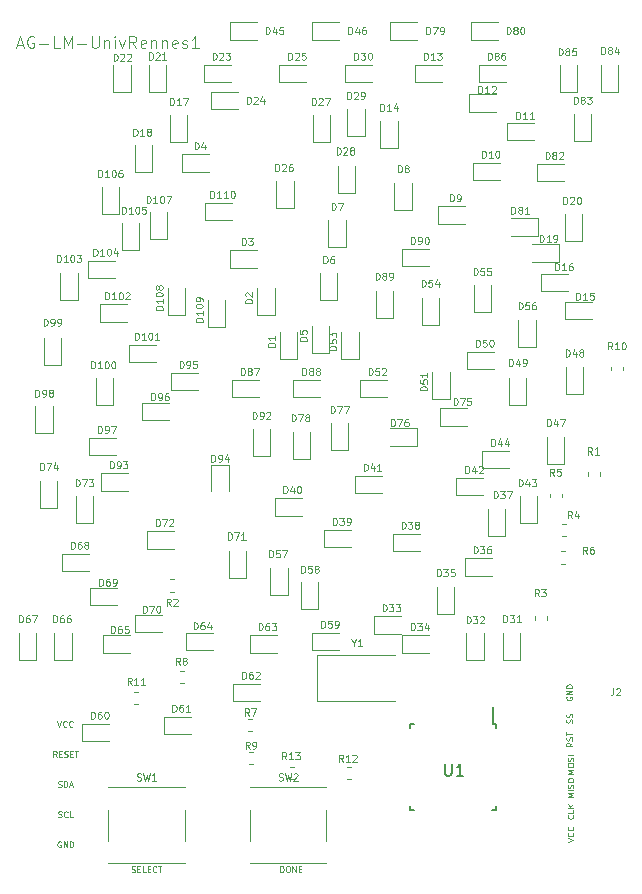
<source format=gto>
G04 #@! TF.GenerationSoftware,KiCad,Pcbnew,5.1.6-c6e7f7d~86~ubuntu18.04.1*
G04 #@! TF.CreationDate,2020-06-18T14:32:00+02:00*
G04 #@! TF.ProjectId,pcb,7063622e-6b69-4636-9164-5f7063625858,rev?*
G04 #@! TF.SameCoordinates,Original*
G04 #@! TF.FileFunction,Legend,Top*
G04 #@! TF.FilePolarity,Positive*
%FSLAX46Y46*%
G04 Gerber Fmt 4.6, Leading zero omitted, Abs format (unit mm)*
G04 Created by KiCad (PCBNEW 5.1.6-c6e7f7d~86~ubuntu18.04.1) date 2020-06-18 14:32:00*
%MOMM*%
%LPD*%
G01*
G04 APERTURE LIST*
%ADD10C,0.100000*%
%ADD11C,0.120000*%
%ADD12C,0.150000*%
G04 APERTURE END LIST*
D10*
X809523Y-2666666D02*
X1285714Y-2666666D01*
X714285Y-2952380D02*
X1047619Y-1952380D01*
X1380952Y-2952380D01*
X2238095Y-2000000D02*
X2142857Y-1952380D01*
X1999999Y-1952380D01*
X1857142Y-2000000D01*
X1761904Y-2095238D01*
X1714285Y-2190476D01*
X1666666Y-2380952D01*
X1666666Y-2523809D01*
X1714285Y-2714285D01*
X1761904Y-2809523D01*
X1857142Y-2904761D01*
X1999999Y-2952380D01*
X2095238Y-2952380D01*
X2238095Y-2904761D01*
X2285714Y-2857142D01*
X2285714Y-2523809D01*
X2095238Y-2523809D01*
X2714285Y-2571428D02*
X3476190Y-2571428D01*
X4428571Y-2952380D02*
X3952380Y-2952380D01*
X3952380Y-1952380D01*
X4761904Y-2952380D02*
X4761904Y-1952380D01*
X5095238Y-2666666D01*
X5428571Y-1952380D01*
X5428571Y-2952380D01*
X5904761Y-2571428D02*
X6666666Y-2571428D01*
X7142857Y-1952380D02*
X7142857Y-2761904D01*
X7190476Y-2857142D01*
X7238095Y-2904761D01*
X7333333Y-2952380D01*
X7523809Y-2952380D01*
X7619047Y-2904761D01*
X7666666Y-2857142D01*
X7714285Y-2761904D01*
X7714285Y-1952380D01*
X8190476Y-2285714D02*
X8190476Y-2952380D01*
X8190476Y-2380952D02*
X8238095Y-2333333D01*
X8333333Y-2285714D01*
X8476190Y-2285714D01*
X8571428Y-2333333D01*
X8619047Y-2428571D01*
X8619047Y-2952380D01*
X9095238Y-2952380D02*
X9095238Y-2285714D01*
X9095238Y-1952380D02*
X9047619Y-2000000D01*
X9095238Y-2047619D01*
X9142857Y-2000000D01*
X9095238Y-1952380D01*
X9095238Y-2047619D01*
X9476190Y-2285714D02*
X9714285Y-2952380D01*
X9952380Y-2285714D01*
X10904761Y-2952380D02*
X10571428Y-2476190D01*
X10333333Y-2952380D02*
X10333333Y-1952380D01*
X10714285Y-1952380D01*
X10809523Y-2000000D01*
X10857142Y-2047619D01*
X10904761Y-2142857D01*
X10904761Y-2285714D01*
X10857142Y-2380952D01*
X10809523Y-2428571D01*
X10714285Y-2476190D01*
X10333333Y-2476190D01*
X11714285Y-2904761D02*
X11619047Y-2952380D01*
X11428571Y-2952380D01*
X11333333Y-2904761D01*
X11285714Y-2809523D01*
X11285714Y-2428571D01*
X11333333Y-2333333D01*
X11428571Y-2285714D01*
X11619047Y-2285714D01*
X11714285Y-2333333D01*
X11761904Y-2428571D01*
X11761904Y-2523809D01*
X11285714Y-2619047D01*
X12190476Y-2285714D02*
X12190476Y-2952380D01*
X12190476Y-2380952D02*
X12238095Y-2333333D01*
X12333333Y-2285714D01*
X12476190Y-2285714D01*
X12571428Y-2333333D01*
X12619047Y-2428571D01*
X12619047Y-2952380D01*
X13095238Y-2285714D02*
X13095238Y-2952380D01*
X13095238Y-2380952D02*
X13142857Y-2333333D01*
X13238095Y-2285714D01*
X13380952Y-2285714D01*
X13476190Y-2333333D01*
X13523809Y-2428571D01*
X13523809Y-2952380D01*
X14380952Y-2904761D02*
X14285714Y-2952380D01*
X14095238Y-2952380D01*
X14000000Y-2904761D01*
X13952380Y-2809523D01*
X13952380Y-2428571D01*
X14000000Y-2333333D01*
X14095238Y-2285714D01*
X14285714Y-2285714D01*
X14380952Y-2333333D01*
X14428571Y-2428571D01*
X14428571Y-2523809D01*
X13952380Y-2619047D01*
X14809523Y-2904761D02*
X14904761Y-2952380D01*
X15095238Y-2952380D01*
X15190476Y-2904761D01*
X15238095Y-2809523D01*
X15238095Y-2761904D01*
X15190476Y-2666666D01*
X15095238Y-2619047D01*
X14952380Y-2619047D01*
X14857142Y-2571428D01*
X14809523Y-2476190D01*
X14809523Y-2428571D01*
X14857142Y-2333333D01*
X14952380Y-2285714D01*
X15095238Y-2285714D01*
X15190476Y-2333333D01*
X16190476Y-2952380D02*
X15619047Y-2952380D01*
X15904761Y-2952380D02*
X15904761Y-1952380D01*
X15809523Y-2095238D01*
X15714285Y-2190476D01*
X15619047Y-2238095D01*
X10509523Y-72702380D02*
X10580952Y-72726190D01*
X10699999Y-72726190D01*
X10747619Y-72702380D01*
X10771428Y-72678571D01*
X10795238Y-72630952D01*
X10795238Y-72583333D01*
X10771428Y-72535714D01*
X10747619Y-72511904D01*
X10699999Y-72488095D01*
X10604761Y-72464285D01*
X10557142Y-72440476D01*
X10533333Y-72416666D01*
X10509523Y-72369047D01*
X10509523Y-72321428D01*
X10533333Y-72273809D01*
X10557142Y-72250000D01*
X10604761Y-72226190D01*
X10723809Y-72226190D01*
X10795238Y-72250000D01*
X11009523Y-72464285D02*
X11176190Y-72464285D01*
X11247619Y-72726190D02*
X11009523Y-72726190D01*
X11009523Y-72226190D01*
X11247619Y-72226190D01*
X11699999Y-72726190D02*
X11461904Y-72726190D01*
X11461904Y-72226190D01*
X11866666Y-72464285D02*
X12033333Y-72464285D01*
X12104761Y-72726190D02*
X11866666Y-72726190D01*
X11866666Y-72226190D01*
X12104761Y-72226190D01*
X12604761Y-72678571D02*
X12580952Y-72702380D01*
X12509523Y-72726190D01*
X12461904Y-72726190D01*
X12390476Y-72702380D01*
X12342857Y-72654761D01*
X12319047Y-72607142D01*
X12295238Y-72511904D01*
X12295238Y-72440476D01*
X12319047Y-72345238D01*
X12342857Y-72297619D01*
X12390476Y-72250000D01*
X12461904Y-72226190D01*
X12509523Y-72226190D01*
X12580952Y-72250000D01*
X12604761Y-72273809D01*
X12747619Y-72226190D02*
X13033333Y-72226190D01*
X12890476Y-72726190D02*
X12890476Y-72226190D01*
X23104761Y-72726190D02*
X23104761Y-72226190D01*
X23223809Y-72226190D01*
X23295238Y-72250000D01*
X23342857Y-72297619D01*
X23366666Y-72345238D01*
X23390476Y-72440476D01*
X23390476Y-72511904D01*
X23366666Y-72607142D01*
X23342857Y-72654761D01*
X23295238Y-72702380D01*
X23223809Y-72726190D01*
X23104761Y-72726190D01*
X23699999Y-72226190D02*
X23795238Y-72226190D01*
X23842857Y-72250000D01*
X23890476Y-72297619D01*
X23914285Y-72392857D01*
X23914285Y-72559523D01*
X23890476Y-72654761D01*
X23842857Y-72702380D01*
X23795238Y-72726190D01*
X23699999Y-72726190D01*
X23652380Y-72702380D01*
X23604761Y-72654761D01*
X23580952Y-72559523D01*
X23580952Y-72392857D01*
X23604761Y-72297619D01*
X23652380Y-72250000D01*
X23699999Y-72226190D01*
X24128571Y-72726190D02*
X24128571Y-72226190D01*
X24414285Y-72726190D01*
X24414285Y-72226190D01*
X24652380Y-72464285D02*
X24819047Y-72464285D01*
X24890476Y-72726190D02*
X24652380Y-72726190D01*
X24652380Y-72226190D01*
X24890476Y-72226190D01*
X4233333Y-59926190D02*
X4400000Y-60426190D01*
X4566666Y-59926190D01*
X5019047Y-60378571D02*
X4995238Y-60402380D01*
X4923809Y-60426190D01*
X4876190Y-60426190D01*
X4804761Y-60402380D01*
X4757142Y-60354761D01*
X4733333Y-60307142D01*
X4709523Y-60211904D01*
X4709523Y-60140476D01*
X4733333Y-60045238D01*
X4757142Y-59997619D01*
X4804761Y-59950000D01*
X4876190Y-59926190D01*
X4923809Y-59926190D01*
X4995238Y-59950000D01*
X5019047Y-59973809D01*
X5519047Y-60378571D02*
X5495238Y-60402380D01*
X5423809Y-60426190D01*
X5376190Y-60426190D01*
X5304761Y-60402380D01*
X5257142Y-60354761D01*
X5233333Y-60307142D01*
X5209523Y-60211904D01*
X5209523Y-60140476D01*
X5233333Y-60045238D01*
X5257142Y-59997619D01*
X5304761Y-59950000D01*
X5376190Y-59926190D01*
X5423809Y-59926190D01*
X5495238Y-59950000D01*
X5519047Y-59973809D01*
X4173809Y-62976190D02*
X4007142Y-62738095D01*
X3888095Y-62976190D02*
X3888095Y-62476190D01*
X4078571Y-62476190D01*
X4126190Y-62500000D01*
X4150000Y-62523809D01*
X4173809Y-62571428D01*
X4173809Y-62642857D01*
X4150000Y-62690476D01*
X4126190Y-62714285D01*
X4078571Y-62738095D01*
X3888095Y-62738095D01*
X4388095Y-62714285D02*
X4554761Y-62714285D01*
X4626190Y-62976190D02*
X4388095Y-62976190D01*
X4388095Y-62476190D01*
X4626190Y-62476190D01*
X4816666Y-62952380D02*
X4888095Y-62976190D01*
X5007142Y-62976190D01*
X5054761Y-62952380D01*
X5078571Y-62928571D01*
X5102380Y-62880952D01*
X5102380Y-62833333D01*
X5078571Y-62785714D01*
X5054761Y-62761904D01*
X5007142Y-62738095D01*
X4911904Y-62714285D01*
X4864285Y-62690476D01*
X4840476Y-62666666D01*
X4816666Y-62619047D01*
X4816666Y-62571428D01*
X4840476Y-62523809D01*
X4864285Y-62500000D01*
X4911904Y-62476190D01*
X5030952Y-62476190D01*
X5102380Y-62500000D01*
X5316666Y-62714285D02*
X5483333Y-62714285D01*
X5554761Y-62976190D02*
X5316666Y-62976190D01*
X5316666Y-62476190D01*
X5554761Y-62476190D01*
X5697619Y-62476190D02*
X5983333Y-62476190D01*
X5840476Y-62976190D02*
X5840476Y-62476190D01*
X4292857Y-65502380D02*
X4364285Y-65526190D01*
X4483333Y-65526190D01*
X4530952Y-65502380D01*
X4554761Y-65478571D01*
X4578571Y-65430952D01*
X4578571Y-65383333D01*
X4554761Y-65335714D01*
X4530952Y-65311904D01*
X4483333Y-65288095D01*
X4388095Y-65264285D01*
X4340476Y-65240476D01*
X4316666Y-65216666D01*
X4292857Y-65169047D01*
X4292857Y-65121428D01*
X4316666Y-65073809D01*
X4340476Y-65050000D01*
X4388095Y-65026190D01*
X4507142Y-65026190D01*
X4578571Y-65050000D01*
X4792857Y-65526190D02*
X4792857Y-65026190D01*
X4911904Y-65026190D01*
X4983333Y-65050000D01*
X5030952Y-65097619D01*
X5054761Y-65145238D01*
X5078571Y-65240476D01*
X5078571Y-65311904D01*
X5054761Y-65407142D01*
X5030952Y-65454761D01*
X4983333Y-65502380D01*
X4911904Y-65526190D01*
X4792857Y-65526190D01*
X5269047Y-65383333D02*
X5507142Y-65383333D01*
X5221428Y-65526190D02*
X5388095Y-65026190D01*
X5554761Y-65526190D01*
X4304761Y-68052380D02*
X4376190Y-68076190D01*
X4495238Y-68076190D01*
X4542857Y-68052380D01*
X4566666Y-68028571D01*
X4590476Y-67980952D01*
X4590476Y-67933333D01*
X4566666Y-67885714D01*
X4542857Y-67861904D01*
X4495238Y-67838095D01*
X4400000Y-67814285D01*
X4352380Y-67790476D01*
X4328571Y-67766666D01*
X4304761Y-67719047D01*
X4304761Y-67671428D01*
X4328571Y-67623809D01*
X4352380Y-67600000D01*
X4400000Y-67576190D01*
X4519047Y-67576190D01*
X4590476Y-67600000D01*
X5090476Y-68028571D02*
X5066666Y-68052380D01*
X4995238Y-68076190D01*
X4947619Y-68076190D01*
X4876190Y-68052380D01*
X4828571Y-68004761D01*
X4804761Y-67957142D01*
X4780952Y-67861904D01*
X4780952Y-67790476D01*
X4804761Y-67695238D01*
X4828571Y-67647619D01*
X4876190Y-67600000D01*
X4947619Y-67576190D01*
X4995238Y-67576190D01*
X5066666Y-67600000D01*
X5090476Y-67623809D01*
X5542857Y-68076190D02*
X5304761Y-68076190D01*
X5304761Y-67576190D01*
X4519047Y-70150000D02*
X4471428Y-70126190D01*
X4400000Y-70126190D01*
X4328571Y-70150000D01*
X4280952Y-70197619D01*
X4257142Y-70245238D01*
X4233333Y-70340476D01*
X4233333Y-70411904D01*
X4257142Y-70507142D01*
X4280952Y-70554761D01*
X4328571Y-70602380D01*
X4400000Y-70626190D01*
X4447619Y-70626190D01*
X4519047Y-70602380D01*
X4542857Y-70578571D01*
X4542857Y-70411904D01*
X4447619Y-70411904D01*
X4757142Y-70626190D02*
X4757142Y-70126190D01*
X5042857Y-70626190D01*
X5042857Y-70126190D01*
X5280952Y-70626190D02*
X5280952Y-70126190D01*
X5400000Y-70126190D01*
X5471428Y-70150000D01*
X5519047Y-70197619D01*
X5542857Y-70245238D01*
X5566666Y-70340476D01*
X5566666Y-70411904D01*
X5542857Y-70507142D01*
X5519047Y-70554761D01*
X5471428Y-70602380D01*
X5400000Y-70626190D01*
X5280952Y-70626190D01*
X47350000Y-57880952D02*
X47326190Y-57928571D01*
X47326190Y-58000000D01*
X47350000Y-58071428D01*
X47397619Y-58119047D01*
X47445238Y-58142857D01*
X47540476Y-58166666D01*
X47611904Y-58166666D01*
X47707142Y-58142857D01*
X47754761Y-58119047D01*
X47802380Y-58071428D01*
X47826190Y-58000000D01*
X47826190Y-57952380D01*
X47802380Y-57880952D01*
X47778571Y-57857142D01*
X47611904Y-57857142D01*
X47611904Y-57952380D01*
X47826190Y-57642857D02*
X47326190Y-57642857D01*
X47826190Y-57357142D01*
X47326190Y-57357142D01*
X47826190Y-57119047D02*
X47326190Y-57119047D01*
X47326190Y-57000000D01*
X47350000Y-56928571D01*
X47397619Y-56880952D01*
X47445238Y-56857142D01*
X47540476Y-56833333D01*
X47611904Y-56833333D01*
X47707142Y-56857142D01*
X47754761Y-56880952D01*
X47802380Y-56928571D01*
X47826190Y-57000000D01*
X47826190Y-57119047D01*
X47802380Y-60080952D02*
X47826190Y-60009523D01*
X47826190Y-59890476D01*
X47802380Y-59842857D01*
X47778571Y-59819047D01*
X47730952Y-59795238D01*
X47683333Y-59795238D01*
X47635714Y-59819047D01*
X47611904Y-59842857D01*
X47588095Y-59890476D01*
X47564285Y-59985714D01*
X47540476Y-60033333D01*
X47516666Y-60057142D01*
X47469047Y-60080952D01*
X47421428Y-60080952D01*
X47373809Y-60057142D01*
X47350000Y-60033333D01*
X47326190Y-59985714D01*
X47326190Y-59866666D01*
X47350000Y-59795238D01*
X47802380Y-59604761D02*
X47826190Y-59533333D01*
X47826190Y-59414285D01*
X47802380Y-59366666D01*
X47778571Y-59342857D01*
X47730952Y-59319047D01*
X47683333Y-59319047D01*
X47635714Y-59342857D01*
X47611904Y-59366666D01*
X47588095Y-59414285D01*
X47564285Y-59509523D01*
X47540476Y-59557142D01*
X47516666Y-59580952D01*
X47469047Y-59604761D01*
X47421428Y-59604761D01*
X47373809Y-59580952D01*
X47350000Y-59557142D01*
X47326190Y-59509523D01*
X47326190Y-59390476D01*
X47350000Y-59319047D01*
X47826190Y-61773809D02*
X47588095Y-61940476D01*
X47826190Y-62059523D02*
X47326190Y-62059523D01*
X47326190Y-61869047D01*
X47350000Y-61821428D01*
X47373809Y-61797619D01*
X47421428Y-61773809D01*
X47492857Y-61773809D01*
X47540476Y-61797619D01*
X47564285Y-61821428D01*
X47588095Y-61869047D01*
X47588095Y-62059523D01*
X47802380Y-61583333D02*
X47826190Y-61511904D01*
X47826190Y-61392857D01*
X47802380Y-61345238D01*
X47778571Y-61321428D01*
X47730952Y-61297619D01*
X47683333Y-61297619D01*
X47635714Y-61321428D01*
X47611904Y-61345238D01*
X47588095Y-61392857D01*
X47564285Y-61488095D01*
X47540476Y-61535714D01*
X47516666Y-61559523D01*
X47469047Y-61583333D01*
X47421428Y-61583333D01*
X47373809Y-61559523D01*
X47350000Y-61535714D01*
X47326190Y-61488095D01*
X47326190Y-61369047D01*
X47350000Y-61297619D01*
X47326190Y-61154761D02*
X47326190Y-60869047D01*
X47826190Y-61011904D02*
X47326190Y-61011904D01*
X47926190Y-64385714D02*
X47426190Y-64385714D01*
X47783333Y-64219047D01*
X47426190Y-64052380D01*
X47926190Y-64052380D01*
X47426190Y-63719047D02*
X47426190Y-63623809D01*
X47450000Y-63576190D01*
X47497619Y-63528571D01*
X47592857Y-63504761D01*
X47759523Y-63504761D01*
X47854761Y-63528571D01*
X47902380Y-63576190D01*
X47926190Y-63623809D01*
X47926190Y-63719047D01*
X47902380Y-63766666D01*
X47854761Y-63814285D01*
X47759523Y-63838095D01*
X47592857Y-63838095D01*
X47497619Y-63814285D01*
X47450000Y-63766666D01*
X47426190Y-63719047D01*
X47902380Y-63314285D02*
X47926190Y-63242857D01*
X47926190Y-63123809D01*
X47902380Y-63076190D01*
X47878571Y-63052380D01*
X47830952Y-63028571D01*
X47783333Y-63028571D01*
X47735714Y-63052380D01*
X47711904Y-63076190D01*
X47688095Y-63123809D01*
X47664285Y-63219047D01*
X47640476Y-63266666D01*
X47616666Y-63290476D01*
X47569047Y-63314285D01*
X47521428Y-63314285D01*
X47473809Y-63290476D01*
X47450000Y-63266666D01*
X47426190Y-63219047D01*
X47426190Y-63100000D01*
X47450000Y-63028571D01*
X47926190Y-62814285D02*
X47426190Y-62814285D01*
X47926190Y-66385714D02*
X47426190Y-66385714D01*
X47783333Y-66219047D01*
X47426190Y-66052380D01*
X47926190Y-66052380D01*
X47926190Y-65814285D02*
X47426190Y-65814285D01*
X47902380Y-65600000D02*
X47926190Y-65528571D01*
X47926190Y-65409523D01*
X47902380Y-65361904D01*
X47878571Y-65338095D01*
X47830952Y-65314285D01*
X47783333Y-65314285D01*
X47735714Y-65338095D01*
X47711904Y-65361904D01*
X47688095Y-65409523D01*
X47664285Y-65504761D01*
X47640476Y-65552380D01*
X47616666Y-65576190D01*
X47569047Y-65600000D01*
X47521428Y-65600000D01*
X47473809Y-65576190D01*
X47450000Y-65552380D01*
X47426190Y-65504761D01*
X47426190Y-65385714D01*
X47450000Y-65314285D01*
X47426190Y-65004761D02*
X47426190Y-64909523D01*
X47450000Y-64861904D01*
X47497619Y-64814285D01*
X47592857Y-64790476D01*
X47759523Y-64790476D01*
X47854761Y-64814285D01*
X47902380Y-64861904D01*
X47926190Y-64909523D01*
X47926190Y-65004761D01*
X47902380Y-65052380D01*
X47854761Y-65100000D01*
X47759523Y-65123809D01*
X47592857Y-65123809D01*
X47497619Y-65100000D01*
X47450000Y-65052380D01*
X47426190Y-65004761D01*
X47878571Y-67897619D02*
X47902380Y-67921428D01*
X47926190Y-67992857D01*
X47926190Y-68040476D01*
X47902380Y-68111904D01*
X47854761Y-68159523D01*
X47807142Y-68183333D01*
X47711904Y-68207142D01*
X47640476Y-68207142D01*
X47545238Y-68183333D01*
X47497619Y-68159523D01*
X47450000Y-68111904D01*
X47426190Y-68040476D01*
X47426190Y-67992857D01*
X47450000Y-67921428D01*
X47473809Y-67897619D01*
X47926190Y-67445238D02*
X47926190Y-67683333D01*
X47426190Y-67683333D01*
X47926190Y-67278571D02*
X47426190Y-67278571D01*
X47926190Y-66992857D02*
X47640476Y-67207142D01*
X47426190Y-66992857D02*
X47711904Y-67278571D01*
X47426190Y-70166666D02*
X47926190Y-70000000D01*
X47426190Y-69833333D01*
X47878571Y-69380952D02*
X47902380Y-69404761D01*
X47926190Y-69476190D01*
X47926190Y-69523809D01*
X47902380Y-69595238D01*
X47854761Y-69642857D01*
X47807142Y-69666666D01*
X47711904Y-69690476D01*
X47640476Y-69690476D01*
X47545238Y-69666666D01*
X47497619Y-69642857D01*
X47450000Y-69595238D01*
X47426190Y-69523809D01*
X47426190Y-69476190D01*
X47450000Y-69404761D01*
X47473809Y-69380952D01*
X47878571Y-68880952D02*
X47902380Y-68904761D01*
X47926190Y-68976190D01*
X47926190Y-69023809D01*
X47902380Y-69095238D01*
X47854761Y-69142857D01*
X47807142Y-69166666D01*
X47711904Y-69190476D01*
X47640476Y-69190476D01*
X47545238Y-69166666D01*
X47497619Y-69142857D01*
X47450000Y-69095238D01*
X47426190Y-69023809D01*
X47426190Y-68976190D01*
X47450000Y-68904761D01*
X47473809Y-68880952D01*
D11*
G04 #@! TO.C,Y1*
X32800000Y-54350000D02*
X26250000Y-54350000D01*
X26250000Y-54350000D02*
X26250000Y-58250000D01*
X26250000Y-58250000D02*
X32800000Y-58250000D01*
G04 #@! TO.C,SW2*
X27005000Y-65520000D02*
X27005000Y-65550000D01*
X27005000Y-71980000D02*
X27005000Y-71950000D01*
X20545000Y-71980000D02*
X20545000Y-71950000D01*
X20545000Y-65550000D02*
X20545000Y-65520000D01*
X27005000Y-67450000D02*
X27005000Y-70050000D01*
X20545000Y-65520000D02*
X27005000Y-65520000D01*
X20545000Y-67450000D02*
X20545000Y-70050000D01*
X20545000Y-71980000D02*
X27005000Y-71980000D01*
G04 #@! TO.C,SW1*
X15005000Y-65520000D02*
X15005000Y-65550000D01*
X15005000Y-71980000D02*
X15005000Y-71950000D01*
X8545000Y-71980000D02*
X8545000Y-71950000D01*
X8545000Y-65550000D02*
X8545000Y-65520000D01*
X15005000Y-67450000D02*
X15005000Y-70050000D01*
X8545000Y-65520000D02*
X15005000Y-65520000D01*
X8545000Y-67450000D02*
X8545000Y-70050000D01*
X8545000Y-71980000D02*
X15005000Y-71980000D01*
G04 #@! TO.C,R13*
X24262779Y-63790000D02*
X23937221Y-63790000D01*
X24262779Y-64810000D02*
X23937221Y-64810000D01*
G04 #@! TO.C,R12*
X29062779Y-63790000D02*
X28737221Y-63790000D01*
X29062779Y-64810000D02*
X28737221Y-64810000D01*
G04 #@! TO.C,R11*
X11062779Y-57490000D02*
X10737221Y-57490000D01*
X11062779Y-58510000D02*
X10737221Y-58510000D01*
G04 #@! TO.C,R10*
X52120000Y-30252779D02*
X52120000Y-29927221D01*
X51100000Y-30252779D02*
X51100000Y-29927221D01*
G04 #@! TO.C,R9*
X20762779Y-62590000D02*
X20437221Y-62590000D01*
X20762779Y-63610000D02*
X20437221Y-63610000D01*
G04 #@! TO.C,R8*
X14962779Y-55690000D02*
X14637221Y-55690000D01*
X14962779Y-56710000D02*
X14637221Y-56710000D01*
G04 #@! TO.C,R7*
X20712779Y-59790000D02*
X20387221Y-59790000D01*
X20712779Y-60810000D02*
X20387221Y-60810000D01*
G04 #@! TO.C,R6*
X47182779Y-45580000D02*
X46857221Y-45580000D01*
X47182779Y-46600000D02*
X46857221Y-46600000D01*
G04 #@! TO.C,R5*
X46950000Y-41002779D02*
X46950000Y-40677221D01*
X45930000Y-41002779D02*
X45930000Y-40677221D01*
G04 #@! TO.C,R4*
X47262779Y-43290000D02*
X46937221Y-43290000D01*
X47262779Y-44310000D02*
X46937221Y-44310000D01*
G04 #@! TO.C,R3*
X45710000Y-51362779D02*
X45710000Y-51037221D01*
X44690000Y-51362779D02*
X44690000Y-51037221D01*
G04 #@! TO.C,R2*
X14092779Y-47950000D02*
X13767221Y-47950000D01*
X14092779Y-48970000D02*
X13767221Y-48970000D01*
G04 #@! TO.C,R1*
X50170000Y-39212779D02*
X50170000Y-38887221D01*
X49150000Y-39212779D02*
X49150000Y-38887221D01*
G04 #@! TO.C,D110*
X19000000Y-16065000D02*
X16715000Y-16065000D01*
X16715000Y-16065000D02*
X16715000Y-17535000D01*
X16715000Y-17535000D02*
X19000000Y-17535000D01*
G04 #@! TO.C,D109*
X16965000Y-24300000D02*
X16965000Y-26585000D01*
X16965000Y-26585000D02*
X18435000Y-26585000D01*
X18435000Y-26585000D02*
X18435000Y-24300000D01*
G04 #@! TO.C,D108*
X13565000Y-23300000D02*
X13565000Y-25585000D01*
X13565000Y-25585000D02*
X15035000Y-25585000D01*
X15035000Y-25585000D02*
X15035000Y-23300000D01*
G04 #@! TO.C,D107*
X12065000Y-16800000D02*
X12065000Y-19085000D01*
X12065000Y-19085000D02*
X13535000Y-19085000D01*
X13535000Y-19085000D02*
X13535000Y-16800000D01*
G04 #@! TO.C,D106*
X7965000Y-14700000D02*
X7965000Y-16985000D01*
X7965000Y-16985000D02*
X9435000Y-16985000D01*
X9435000Y-16985000D02*
X9435000Y-14700000D01*
G04 #@! TO.C,D105*
X9665000Y-17800000D02*
X9665000Y-20085000D01*
X9665000Y-20085000D02*
X11135000Y-20085000D01*
X11135000Y-20085000D02*
X11135000Y-17800000D01*
G04 #@! TO.C,D104*
X9100000Y-20965000D02*
X6815000Y-20965000D01*
X6815000Y-20965000D02*
X6815000Y-22435000D01*
X6815000Y-22435000D02*
X9100000Y-22435000D01*
G04 #@! TO.C,D103*
X4465000Y-22000000D02*
X4465000Y-24285000D01*
X4465000Y-24285000D02*
X5935000Y-24285000D01*
X5935000Y-24285000D02*
X5935000Y-22000000D01*
G04 #@! TO.C,D102*
X10100000Y-24665000D02*
X7815000Y-24665000D01*
X7815000Y-24665000D02*
X7815000Y-26135000D01*
X7815000Y-26135000D02*
X10100000Y-26135000D01*
G04 #@! TO.C,D101*
X12600000Y-28065000D02*
X10315000Y-28065000D01*
X10315000Y-28065000D02*
X10315000Y-29535000D01*
X10315000Y-29535000D02*
X12600000Y-29535000D01*
G04 #@! TO.C,D100*
X7465000Y-30900000D02*
X7465000Y-33185000D01*
X7465000Y-33185000D02*
X8935000Y-33185000D01*
X8935000Y-33185000D02*
X8935000Y-30900000D01*
G04 #@! TO.C,D99*
X3065000Y-27500000D02*
X3065000Y-29785000D01*
X3065000Y-29785000D02*
X4535000Y-29785000D01*
X4535000Y-29785000D02*
X4535000Y-27500000D01*
G04 #@! TO.C,D98*
X2365000Y-33300000D02*
X2365000Y-35585000D01*
X2365000Y-35585000D02*
X3835000Y-35585000D01*
X3835000Y-35585000D02*
X3835000Y-33300000D01*
G04 #@! TO.C,D97*
X9200000Y-35965000D02*
X6915000Y-35965000D01*
X6915000Y-35965000D02*
X6915000Y-37435000D01*
X6915000Y-37435000D02*
X9200000Y-37435000D01*
G04 #@! TO.C,D96*
X13700000Y-32965000D02*
X11415000Y-32965000D01*
X11415000Y-32965000D02*
X11415000Y-34435000D01*
X11415000Y-34435000D02*
X13700000Y-34435000D01*
G04 #@! TO.C,D95*
X16100000Y-30465000D02*
X13815000Y-30465000D01*
X13815000Y-30465000D02*
X13815000Y-31935000D01*
X13815000Y-31935000D02*
X16100000Y-31935000D01*
G04 #@! TO.C,D94*
X18735000Y-40500000D02*
X18735000Y-38215000D01*
X18735000Y-38215000D02*
X17265000Y-38215000D01*
X17265000Y-38215000D02*
X17265000Y-40500000D01*
G04 #@! TO.C,D93*
X10200000Y-38965000D02*
X7915000Y-38965000D01*
X7915000Y-38965000D02*
X7915000Y-40435000D01*
X7915000Y-40435000D02*
X10200000Y-40435000D01*
G04 #@! TO.C,D92*
X20765000Y-35200000D02*
X20765000Y-37485000D01*
X20765000Y-37485000D02*
X22235000Y-37485000D01*
X22235000Y-37485000D02*
X22235000Y-35200000D01*
G04 #@! TO.C,D90*
X35700000Y-19965000D02*
X33415000Y-19965000D01*
X33415000Y-19965000D02*
X33415000Y-21435000D01*
X33415000Y-21435000D02*
X35700000Y-21435000D01*
G04 #@! TO.C,D89*
X31165000Y-23500000D02*
X31165000Y-25785000D01*
X31165000Y-25785000D02*
X32635000Y-25785000D01*
X32635000Y-25785000D02*
X32635000Y-23500000D01*
G04 #@! TO.C,D88*
X26500000Y-31065000D02*
X24215000Y-31065000D01*
X24215000Y-31065000D02*
X24215000Y-32535000D01*
X24215000Y-32535000D02*
X26500000Y-32535000D01*
G04 #@! TO.C,D87*
X21300000Y-31065000D02*
X19015000Y-31065000D01*
X19015000Y-31065000D02*
X19015000Y-32535000D01*
X19015000Y-32535000D02*
X21300000Y-32535000D01*
G04 #@! TO.C,D86*
X42200000Y-4365000D02*
X39915000Y-4365000D01*
X39915000Y-4365000D02*
X39915000Y-5835000D01*
X39915000Y-5835000D02*
X42200000Y-5835000D01*
G04 #@! TO.C,D85*
X46765000Y-4400000D02*
X46765000Y-6685000D01*
X46765000Y-6685000D02*
X48235000Y-6685000D01*
X48235000Y-6685000D02*
X48235000Y-4400000D01*
G04 #@! TO.C,D84*
X50265000Y-4400000D02*
X50265000Y-6685000D01*
X50265000Y-6685000D02*
X51735000Y-6685000D01*
X51735000Y-6685000D02*
X51735000Y-4400000D01*
G04 #@! TO.C,D83*
X47965000Y-8500000D02*
X47965000Y-10785000D01*
X47965000Y-10785000D02*
X49435000Y-10785000D01*
X49435000Y-10785000D02*
X49435000Y-8500000D01*
G04 #@! TO.C,D82*
X47100000Y-12765000D02*
X44815000Y-12765000D01*
X44815000Y-12765000D02*
X44815000Y-14235000D01*
X44815000Y-14235000D02*
X47100000Y-14235000D01*
G04 #@! TO.C,D81*
X42600000Y-18835000D02*
X44885000Y-18835000D01*
X44885000Y-18835000D02*
X44885000Y-17365000D01*
X44885000Y-17365000D02*
X42600000Y-17365000D01*
G04 #@! TO.C,D80*
X41500000Y-765000D02*
X39215000Y-765000D01*
X39215000Y-765000D02*
X39215000Y-2235000D01*
X39215000Y-2235000D02*
X41500000Y-2235000D01*
G04 #@! TO.C,D79*
X34700000Y-765000D02*
X32415000Y-765000D01*
X32415000Y-765000D02*
X32415000Y-2235000D01*
X32415000Y-2235000D02*
X34700000Y-2235000D01*
G04 #@! TO.C,D78*
X24165000Y-35500000D02*
X24165000Y-37785000D01*
X24165000Y-37785000D02*
X25635000Y-37785000D01*
X25635000Y-37785000D02*
X25635000Y-35500000D01*
G04 #@! TO.C,D77*
X27365000Y-34700000D02*
X27365000Y-36985000D01*
X27365000Y-36985000D02*
X28835000Y-36985000D01*
X28835000Y-36985000D02*
X28835000Y-34700000D01*
G04 #@! TO.C,D76*
X32400000Y-36635000D02*
X34685000Y-36635000D01*
X34685000Y-36635000D02*
X34685000Y-35165000D01*
X34685000Y-35165000D02*
X32400000Y-35165000D01*
G04 #@! TO.C,D75*
X38900000Y-33465000D02*
X36615000Y-33465000D01*
X36615000Y-33465000D02*
X36615000Y-34935000D01*
X36615000Y-34935000D02*
X38900000Y-34935000D01*
G04 #@! TO.C,D74*
X2765000Y-39600000D02*
X2765000Y-41885000D01*
X2765000Y-41885000D02*
X4235000Y-41885000D01*
X4235000Y-41885000D02*
X4235000Y-39600000D01*
G04 #@! TO.C,D73*
X5765000Y-40900000D02*
X5765000Y-43185000D01*
X5765000Y-43185000D02*
X7235000Y-43185000D01*
X7235000Y-43185000D02*
X7235000Y-40900000D01*
G04 #@! TO.C,D72*
X14100000Y-43865000D02*
X11815000Y-43865000D01*
X11815000Y-43865000D02*
X11815000Y-45335000D01*
X11815000Y-45335000D02*
X14100000Y-45335000D01*
G04 #@! TO.C,D71*
X18765000Y-45500000D02*
X18765000Y-47785000D01*
X18765000Y-47785000D02*
X20235000Y-47785000D01*
X20235000Y-47785000D02*
X20235000Y-45500000D01*
G04 #@! TO.C,D70*
X13100000Y-50965000D02*
X10815000Y-50965000D01*
X10815000Y-50965000D02*
X10815000Y-52435000D01*
X10815000Y-52435000D02*
X13100000Y-52435000D01*
G04 #@! TO.C,D69*
X9300000Y-48665000D02*
X7015000Y-48665000D01*
X7015000Y-48665000D02*
X7015000Y-50135000D01*
X7015000Y-50135000D02*
X9300000Y-50135000D01*
G04 #@! TO.C,D68*
X6900000Y-45765000D02*
X4615000Y-45765000D01*
X4615000Y-45765000D02*
X4615000Y-47235000D01*
X4615000Y-47235000D02*
X6900000Y-47235000D01*
G04 #@! TO.C,D67*
X965000Y-52500000D02*
X965000Y-54785000D01*
X965000Y-54785000D02*
X2435000Y-54785000D01*
X2435000Y-54785000D02*
X2435000Y-52500000D01*
G04 #@! TO.C,D66*
X3965000Y-52500000D02*
X3965000Y-54785000D01*
X3965000Y-54785000D02*
X5435000Y-54785000D01*
X5435000Y-54785000D02*
X5435000Y-52500000D01*
G04 #@! TO.C,D65*
X10400000Y-52665000D02*
X8115000Y-52665000D01*
X8115000Y-52665000D02*
X8115000Y-54135000D01*
X8115000Y-54135000D02*
X10400000Y-54135000D01*
G04 #@! TO.C,D64*
X17400000Y-52465000D02*
X15115000Y-52465000D01*
X15115000Y-52465000D02*
X15115000Y-53935000D01*
X15115000Y-53935000D02*
X17400000Y-53935000D01*
G04 #@! TO.C,D63*
X22800000Y-52665000D02*
X20515000Y-52665000D01*
X20515000Y-52665000D02*
X20515000Y-54135000D01*
X20515000Y-54135000D02*
X22800000Y-54135000D01*
G04 #@! TO.C,D62*
X21400000Y-56765000D02*
X19115000Y-56765000D01*
X19115000Y-56765000D02*
X19115000Y-58235000D01*
X19115000Y-58235000D02*
X21400000Y-58235000D01*
G04 #@! TO.C,D61*
X15500000Y-59565000D02*
X13215000Y-59565000D01*
X13215000Y-59565000D02*
X13215000Y-61035000D01*
X13215000Y-61035000D02*
X15500000Y-61035000D01*
G04 #@! TO.C,D60*
X8600000Y-60165000D02*
X6315000Y-60165000D01*
X6315000Y-60165000D02*
X6315000Y-61635000D01*
X6315000Y-61635000D02*
X8600000Y-61635000D01*
G04 #@! TO.C,D59*
X28100000Y-52465000D02*
X25815000Y-52465000D01*
X25815000Y-52465000D02*
X25815000Y-53935000D01*
X25815000Y-53935000D02*
X28100000Y-53935000D01*
G04 #@! TO.C,D58*
X24865000Y-48200000D02*
X24865000Y-50485000D01*
X24865000Y-50485000D02*
X26335000Y-50485000D01*
X26335000Y-50485000D02*
X26335000Y-48200000D01*
G04 #@! TO.C,D57*
X22265000Y-47000000D02*
X22265000Y-49285000D01*
X22265000Y-49285000D02*
X23735000Y-49285000D01*
X23735000Y-49285000D02*
X23735000Y-47000000D01*
G04 #@! TO.C,D56*
X43265000Y-26000000D02*
X43265000Y-28285000D01*
X43265000Y-28285000D02*
X44735000Y-28285000D01*
X44735000Y-28285000D02*
X44735000Y-26000000D01*
G04 #@! TO.C,D55*
X39465000Y-23000000D02*
X39465000Y-25285000D01*
X39465000Y-25285000D02*
X40935000Y-25285000D01*
X40935000Y-25285000D02*
X40935000Y-23000000D01*
G04 #@! TO.C,D54*
X35065000Y-24100000D02*
X35065000Y-26385000D01*
X35065000Y-26385000D02*
X36535000Y-26385000D01*
X36535000Y-26385000D02*
X36535000Y-24100000D01*
G04 #@! TO.C,D53*
X28265000Y-27000000D02*
X28265000Y-29285000D01*
X28265000Y-29285000D02*
X29735000Y-29285000D01*
X29735000Y-29285000D02*
X29735000Y-27000000D01*
G04 #@! TO.C,D52*
X32100000Y-31065000D02*
X29815000Y-31065000D01*
X29815000Y-31065000D02*
X29815000Y-32535000D01*
X29815000Y-32535000D02*
X32100000Y-32535000D01*
G04 #@! TO.C,D51*
X35965000Y-30400000D02*
X35965000Y-32685000D01*
X35965000Y-32685000D02*
X37435000Y-32685000D01*
X37435000Y-32685000D02*
X37435000Y-30400000D01*
G04 #@! TO.C,D50*
X41200000Y-28665000D02*
X38915000Y-28665000D01*
X38915000Y-28665000D02*
X38915000Y-30135000D01*
X38915000Y-30135000D02*
X41200000Y-30135000D01*
G04 #@! TO.C,D49*
X42465000Y-30900000D02*
X42465000Y-33185000D01*
X42465000Y-33185000D02*
X43935000Y-33185000D01*
X43935000Y-33185000D02*
X43935000Y-30900000D01*
G04 #@! TO.C,D48*
X47265000Y-30000000D02*
X47265000Y-32285000D01*
X47265000Y-32285000D02*
X48735000Y-32285000D01*
X48735000Y-32285000D02*
X48735000Y-30000000D01*
G04 #@! TO.C,D47*
X45665000Y-35900000D02*
X45665000Y-38185000D01*
X45665000Y-38185000D02*
X47135000Y-38185000D01*
X47135000Y-38185000D02*
X47135000Y-35900000D01*
G04 #@! TO.C,D46*
X28100000Y-765000D02*
X25815000Y-765000D01*
X25815000Y-765000D02*
X25815000Y-2235000D01*
X25815000Y-2235000D02*
X28100000Y-2235000D01*
G04 #@! TO.C,D45*
X21100000Y-765000D02*
X18815000Y-765000D01*
X18815000Y-765000D02*
X18815000Y-2235000D01*
X18815000Y-2235000D02*
X21100000Y-2235000D01*
G04 #@! TO.C,D44*
X42500000Y-37065000D02*
X40215000Y-37065000D01*
X40215000Y-37065000D02*
X40215000Y-38535000D01*
X40215000Y-38535000D02*
X42500000Y-38535000D01*
G04 #@! TO.C,D43*
X43365000Y-40900000D02*
X43365000Y-43185000D01*
X43365000Y-43185000D02*
X44835000Y-43185000D01*
X44835000Y-43185000D02*
X44835000Y-40900000D01*
G04 #@! TO.C,D42*
X40300000Y-39365000D02*
X38015000Y-39365000D01*
X38015000Y-39365000D02*
X38015000Y-40835000D01*
X38015000Y-40835000D02*
X40300000Y-40835000D01*
G04 #@! TO.C,D41*
X31700000Y-39165000D02*
X29415000Y-39165000D01*
X29415000Y-39165000D02*
X29415000Y-40635000D01*
X29415000Y-40635000D02*
X31700000Y-40635000D01*
G04 #@! TO.C,D40*
X24900000Y-41065000D02*
X22615000Y-41065000D01*
X22615000Y-41065000D02*
X22615000Y-42535000D01*
X22615000Y-42535000D02*
X24900000Y-42535000D01*
G04 #@! TO.C,D39*
X29100000Y-43765000D02*
X26815000Y-43765000D01*
X26815000Y-43765000D02*
X26815000Y-45235000D01*
X26815000Y-45235000D02*
X29100000Y-45235000D01*
G04 #@! TO.C,D38*
X34900000Y-44065000D02*
X32615000Y-44065000D01*
X32615000Y-44065000D02*
X32615000Y-45535000D01*
X32615000Y-45535000D02*
X34900000Y-45535000D01*
G04 #@! TO.C,D37*
X40665000Y-42000000D02*
X40665000Y-44285000D01*
X40665000Y-44285000D02*
X42135000Y-44285000D01*
X42135000Y-44285000D02*
X42135000Y-42000000D01*
G04 #@! TO.C,D36*
X41000000Y-46165000D02*
X38715000Y-46165000D01*
X38715000Y-46165000D02*
X38715000Y-47635000D01*
X38715000Y-47635000D02*
X41000000Y-47635000D01*
G04 #@! TO.C,D35*
X36365000Y-48600000D02*
X36365000Y-50885000D01*
X36365000Y-50885000D02*
X37835000Y-50885000D01*
X37835000Y-50885000D02*
X37835000Y-48600000D01*
G04 #@! TO.C,D34*
X35700000Y-52665000D02*
X33415000Y-52665000D01*
X33415000Y-52665000D02*
X33415000Y-54135000D01*
X33415000Y-54135000D02*
X35700000Y-54135000D01*
G04 #@! TO.C,D33*
X33300000Y-51065000D02*
X31015000Y-51065000D01*
X31015000Y-51065000D02*
X31015000Y-52535000D01*
X31015000Y-52535000D02*
X33300000Y-52535000D01*
G04 #@! TO.C,D32*
X38865000Y-52500000D02*
X38865000Y-54785000D01*
X38865000Y-54785000D02*
X40335000Y-54785000D01*
X40335000Y-54785000D02*
X40335000Y-52500000D01*
G04 #@! TO.C,D31*
X41965000Y-52500000D02*
X41965000Y-54785000D01*
X41965000Y-54785000D02*
X43435000Y-54785000D01*
X43435000Y-54785000D02*
X43435000Y-52500000D01*
G04 #@! TO.C,D30*
X30900000Y-4365000D02*
X28615000Y-4365000D01*
X28615000Y-4365000D02*
X28615000Y-5835000D01*
X28615000Y-5835000D02*
X30900000Y-5835000D01*
G04 #@! TO.C,D29*
X28765000Y-8100000D02*
X28765000Y-10385000D01*
X28765000Y-10385000D02*
X30235000Y-10385000D01*
X30235000Y-10385000D02*
X30235000Y-8100000D01*
G04 #@! TO.C,D28*
X27965000Y-12900000D02*
X27965000Y-15185000D01*
X27965000Y-15185000D02*
X29435000Y-15185000D01*
X29435000Y-15185000D02*
X29435000Y-12900000D01*
G04 #@! TO.C,D27*
X25865000Y-8600000D02*
X25865000Y-10885000D01*
X25865000Y-10885000D02*
X27335000Y-10885000D01*
X27335000Y-10885000D02*
X27335000Y-8600000D01*
G04 #@! TO.C,D26*
X22765000Y-14200000D02*
X22765000Y-16485000D01*
X22765000Y-16485000D02*
X24235000Y-16485000D01*
X24235000Y-16485000D02*
X24235000Y-14200000D01*
G04 #@! TO.C,D25*
X25300000Y-4365000D02*
X23015000Y-4365000D01*
X23015000Y-4365000D02*
X23015000Y-5835000D01*
X23015000Y-5835000D02*
X25300000Y-5835000D01*
G04 #@! TO.C,D24*
X19500000Y-6665000D02*
X17215000Y-6665000D01*
X17215000Y-6665000D02*
X17215000Y-8135000D01*
X17215000Y-8135000D02*
X19500000Y-8135000D01*
G04 #@! TO.C,D23*
X18900000Y-4365000D02*
X16615000Y-4365000D01*
X16615000Y-4365000D02*
X16615000Y-5835000D01*
X16615000Y-5835000D02*
X18900000Y-5835000D01*
G04 #@! TO.C,D22*
X8965000Y-4400000D02*
X8965000Y-6685000D01*
X8965000Y-6685000D02*
X10435000Y-6685000D01*
X10435000Y-6685000D02*
X10435000Y-4400000D01*
G04 #@! TO.C,D21*
X11965000Y-4400000D02*
X11965000Y-6685000D01*
X11965000Y-6685000D02*
X13435000Y-6685000D01*
X13435000Y-6685000D02*
X13435000Y-4400000D01*
G04 #@! TO.C,D20*
X47165000Y-17000000D02*
X47165000Y-19285000D01*
X47165000Y-19285000D02*
X48635000Y-19285000D01*
X48635000Y-19285000D02*
X48635000Y-17000000D01*
G04 #@! TO.C,D19*
X44400000Y-21035000D02*
X46685000Y-21035000D01*
X46685000Y-21035000D02*
X46685000Y-19565000D01*
X46685000Y-19565000D02*
X44400000Y-19565000D01*
G04 #@! TO.C,D18*
X10765000Y-11200000D02*
X10765000Y-13485000D01*
X10765000Y-13485000D02*
X12235000Y-13485000D01*
X12235000Y-13485000D02*
X12235000Y-11200000D01*
G04 #@! TO.C,D17*
X13765000Y-8600000D02*
X13765000Y-10885000D01*
X13765000Y-10885000D02*
X15235000Y-10885000D01*
X15235000Y-10885000D02*
X15235000Y-8600000D01*
G04 #@! TO.C,D16*
X47500000Y-22065000D02*
X45215000Y-22065000D01*
X45215000Y-22065000D02*
X45215000Y-23535000D01*
X45215000Y-23535000D02*
X47500000Y-23535000D01*
G04 #@! TO.C,D15*
X49500000Y-24465000D02*
X47215000Y-24465000D01*
X47215000Y-24465000D02*
X47215000Y-25935000D01*
X47215000Y-25935000D02*
X49500000Y-25935000D01*
G04 #@! TO.C,D14*
X31565000Y-9100000D02*
X31565000Y-11385000D01*
X31565000Y-11385000D02*
X33035000Y-11385000D01*
X33035000Y-11385000D02*
X33035000Y-9100000D01*
G04 #@! TO.C,D13*
X36800000Y-4365000D02*
X34515000Y-4365000D01*
X34515000Y-4365000D02*
X34515000Y-5835000D01*
X34515000Y-5835000D02*
X36800000Y-5835000D01*
G04 #@! TO.C,D12*
X41400000Y-6865000D02*
X39115000Y-6865000D01*
X39115000Y-6865000D02*
X39115000Y-8335000D01*
X39115000Y-8335000D02*
X41400000Y-8335000D01*
G04 #@! TO.C,D11*
X44600000Y-9265000D02*
X42315000Y-9265000D01*
X42315000Y-9265000D02*
X42315000Y-10735000D01*
X42315000Y-10735000D02*
X44600000Y-10735000D01*
G04 #@! TO.C,D10*
X41700000Y-12665000D02*
X39415000Y-12665000D01*
X39415000Y-12665000D02*
X39415000Y-14135000D01*
X39415000Y-14135000D02*
X41700000Y-14135000D01*
G04 #@! TO.C,D9*
X38700000Y-16365000D02*
X36415000Y-16365000D01*
X36415000Y-16365000D02*
X36415000Y-17835000D01*
X36415000Y-17835000D02*
X38700000Y-17835000D01*
G04 #@! TO.C,D8*
X32765000Y-14400000D02*
X32765000Y-16685000D01*
X32765000Y-16685000D02*
X34235000Y-16685000D01*
X34235000Y-16685000D02*
X34235000Y-14400000D01*
G04 #@! TO.C,D7*
X27165000Y-17500000D02*
X27165000Y-19785000D01*
X27165000Y-19785000D02*
X28635000Y-19785000D01*
X28635000Y-19785000D02*
X28635000Y-17500000D01*
G04 #@! TO.C,D6*
X26465000Y-22000000D02*
X26465000Y-24285000D01*
X26465000Y-24285000D02*
X27935000Y-24285000D01*
X27935000Y-24285000D02*
X27935000Y-22000000D01*
G04 #@! TO.C,D5*
X25765000Y-26500000D02*
X25765000Y-28785000D01*
X25765000Y-28785000D02*
X27235000Y-28785000D01*
X27235000Y-28785000D02*
X27235000Y-26500000D01*
G04 #@! TO.C,D4*
X17100000Y-11965000D02*
X14815000Y-11965000D01*
X14815000Y-11965000D02*
X14815000Y-13435000D01*
X14815000Y-13435000D02*
X17100000Y-13435000D01*
G04 #@! TO.C,D3*
X21100000Y-20065000D02*
X18815000Y-20065000D01*
X18815000Y-20065000D02*
X18815000Y-21535000D01*
X18815000Y-21535000D02*
X21100000Y-21535000D01*
G04 #@! TO.C,D2*
X21165000Y-23300000D02*
X21165000Y-25585000D01*
X21165000Y-25585000D02*
X22635000Y-25585000D01*
X22635000Y-25585000D02*
X22635000Y-23300000D01*
G04 #@! TO.C,D1*
X23065000Y-27000000D02*
X23065000Y-29285000D01*
X23065000Y-29285000D02*
X24535000Y-29285000D01*
X24535000Y-29285000D02*
X24535000Y-27000000D01*
D12*
G04 #@! TO.C,U1*
X41100000Y-60175000D02*
X41100000Y-58750000D01*
X41325000Y-67425000D02*
X41325000Y-67100000D01*
X34075000Y-67425000D02*
X34075000Y-67100000D01*
X34075000Y-60175000D02*
X34075000Y-60500000D01*
X41325000Y-60175000D02*
X41325000Y-60500000D01*
X34075000Y-60175000D02*
X34400000Y-60175000D01*
X34075000Y-67425000D02*
X34400000Y-67425000D01*
X41325000Y-67425000D02*
X41000000Y-67425000D01*
X41325000Y-60175000D02*
X41100000Y-60175000D01*
G04 #@! TO.C,J2*
D10*
X51300000Y-57171428D02*
X51300000Y-57600000D01*
X51271428Y-57685714D01*
X51214285Y-57742857D01*
X51128571Y-57771428D01*
X51071428Y-57771428D01*
X51557142Y-57228571D02*
X51585714Y-57200000D01*
X51642857Y-57171428D01*
X51785714Y-57171428D01*
X51842857Y-57200000D01*
X51871428Y-57228571D01*
X51900000Y-57285714D01*
X51900000Y-57342857D01*
X51871428Y-57428571D01*
X51528571Y-57771428D01*
X51900000Y-57771428D01*
G04 #@! TO.C,Y1*
X29314285Y-53335714D02*
X29314285Y-53621428D01*
X29114285Y-53021428D02*
X29314285Y-53335714D01*
X29514285Y-53021428D01*
X30028571Y-53621428D02*
X29685714Y-53621428D01*
X29857142Y-53621428D02*
X29857142Y-53021428D01*
X29800000Y-53107142D01*
X29742857Y-53164285D01*
X29685714Y-53192857D01*
G04 #@! TO.C,SW2*
X22975000Y-64942857D02*
X23060714Y-64971428D01*
X23203571Y-64971428D01*
X23260714Y-64942857D01*
X23289285Y-64914285D01*
X23317857Y-64857142D01*
X23317857Y-64800000D01*
X23289285Y-64742857D01*
X23260714Y-64714285D01*
X23203571Y-64685714D01*
X23089285Y-64657142D01*
X23032142Y-64628571D01*
X23003571Y-64600000D01*
X22975000Y-64542857D01*
X22975000Y-64485714D01*
X23003571Y-64428571D01*
X23032142Y-64400000D01*
X23089285Y-64371428D01*
X23232142Y-64371428D01*
X23317857Y-64400000D01*
X23517857Y-64371428D02*
X23660714Y-64971428D01*
X23775000Y-64542857D01*
X23889285Y-64971428D01*
X24032142Y-64371428D01*
X24232142Y-64428571D02*
X24260714Y-64400000D01*
X24317857Y-64371428D01*
X24460714Y-64371428D01*
X24517857Y-64400000D01*
X24546428Y-64428571D01*
X24575000Y-64485714D01*
X24575000Y-64542857D01*
X24546428Y-64628571D01*
X24203571Y-64971428D01*
X24575000Y-64971428D01*
G04 #@! TO.C,SW1*
X10975000Y-64942857D02*
X11060714Y-64971428D01*
X11203571Y-64971428D01*
X11260714Y-64942857D01*
X11289285Y-64914285D01*
X11317857Y-64857142D01*
X11317857Y-64800000D01*
X11289285Y-64742857D01*
X11260714Y-64714285D01*
X11203571Y-64685714D01*
X11089285Y-64657142D01*
X11032142Y-64628571D01*
X11003571Y-64600000D01*
X10975000Y-64542857D01*
X10975000Y-64485714D01*
X11003571Y-64428571D01*
X11032142Y-64400000D01*
X11089285Y-64371428D01*
X11232142Y-64371428D01*
X11317857Y-64400000D01*
X11517857Y-64371428D02*
X11660714Y-64971428D01*
X11775000Y-64542857D01*
X11889285Y-64971428D01*
X12032142Y-64371428D01*
X12575000Y-64971428D02*
X12232142Y-64971428D01*
X12403571Y-64971428D02*
X12403571Y-64371428D01*
X12346428Y-64457142D01*
X12289285Y-64514285D01*
X12232142Y-64542857D01*
G04 #@! TO.C,R13*
X23614285Y-63171428D02*
X23414285Y-62885714D01*
X23271428Y-63171428D02*
X23271428Y-62571428D01*
X23500000Y-62571428D01*
X23557142Y-62600000D01*
X23585714Y-62628571D01*
X23614285Y-62685714D01*
X23614285Y-62771428D01*
X23585714Y-62828571D01*
X23557142Y-62857142D01*
X23500000Y-62885714D01*
X23271428Y-62885714D01*
X24185714Y-63171428D02*
X23842857Y-63171428D01*
X24014285Y-63171428D02*
X24014285Y-62571428D01*
X23957142Y-62657142D01*
X23900000Y-62714285D01*
X23842857Y-62742857D01*
X24385714Y-62571428D02*
X24757142Y-62571428D01*
X24557142Y-62800000D01*
X24642857Y-62800000D01*
X24700000Y-62828571D01*
X24728571Y-62857142D01*
X24757142Y-62914285D01*
X24757142Y-63057142D01*
X24728571Y-63114285D01*
X24700000Y-63142857D01*
X24642857Y-63171428D01*
X24471428Y-63171428D01*
X24414285Y-63142857D01*
X24385714Y-63114285D01*
G04 #@! TO.C,R12*
X28414285Y-63371428D02*
X28214285Y-63085714D01*
X28071428Y-63371428D02*
X28071428Y-62771428D01*
X28300000Y-62771428D01*
X28357142Y-62800000D01*
X28385714Y-62828571D01*
X28414285Y-62885714D01*
X28414285Y-62971428D01*
X28385714Y-63028571D01*
X28357142Y-63057142D01*
X28300000Y-63085714D01*
X28071428Y-63085714D01*
X28985714Y-63371428D02*
X28642857Y-63371428D01*
X28814285Y-63371428D02*
X28814285Y-62771428D01*
X28757142Y-62857142D01*
X28700000Y-62914285D01*
X28642857Y-62942857D01*
X29214285Y-62828571D02*
X29242857Y-62800000D01*
X29300000Y-62771428D01*
X29442857Y-62771428D01*
X29500000Y-62800000D01*
X29528571Y-62828571D01*
X29557142Y-62885714D01*
X29557142Y-62942857D01*
X29528571Y-63028571D01*
X29185714Y-63371428D01*
X29557142Y-63371428D01*
G04 #@! TO.C,R11*
X10514285Y-56871428D02*
X10314285Y-56585714D01*
X10171428Y-56871428D02*
X10171428Y-56271428D01*
X10400000Y-56271428D01*
X10457142Y-56300000D01*
X10485714Y-56328571D01*
X10514285Y-56385714D01*
X10514285Y-56471428D01*
X10485714Y-56528571D01*
X10457142Y-56557142D01*
X10400000Y-56585714D01*
X10171428Y-56585714D01*
X11085714Y-56871428D02*
X10742857Y-56871428D01*
X10914285Y-56871428D02*
X10914285Y-56271428D01*
X10857142Y-56357142D01*
X10800000Y-56414285D01*
X10742857Y-56442857D01*
X11657142Y-56871428D02*
X11314285Y-56871428D01*
X11485714Y-56871428D02*
X11485714Y-56271428D01*
X11428571Y-56357142D01*
X11371428Y-56414285D01*
X11314285Y-56442857D01*
G04 #@! TO.C,R10*
X51214285Y-28471428D02*
X51014285Y-28185714D01*
X50871428Y-28471428D02*
X50871428Y-27871428D01*
X51100000Y-27871428D01*
X51157142Y-27900000D01*
X51185714Y-27928571D01*
X51214285Y-27985714D01*
X51214285Y-28071428D01*
X51185714Y-28128571D01*
X51157142Y-28157142D01*
X51100000Y-28185714D01*
X50871428Y-28185714D01*
X51785714Y-28471428D02*
X51442857Y-28471428D01*
X51614285Y-28471428D02*
X51614285Y-27871428D01*
X51557142Y-27957142D01*
X51500000Y-28014285D01*
X51442857Y-28042857D01*
X52157142Y-27871428D02*
X52214285Y-27871428D01*
X52271428Y-27900000D01*
X52300000Y-27928571D01*
X52328571Y-27985714D01*
X52357142Y-28100000D01*
X52357142Y-28242857D01*
X52328571Y-28357142D01*
X52300000Y-28414285D01*
X52271428Y-28442857D01*
X52214285Y-28471428D01*
X52157142Y-28471428D01*
X52100000Y-28442857D01*
X52071428Y-28414285D01*
X52042857Y-28357142D01*
X52014285Y-28242857D01*
X52014285Y-28100000D01*
X52042857Y-27985714D01*
X52071428Y-27928571D01*
X52100000Y-27900000D01*
X52157142Y-27871428D01*
G04 #@! TO.C,R9*
X20500000Y-62271428D02*
X20300000Y-61985714D01*
X20157142Y-62271428D02*
X20157142Y-61671428D01*
X20385714Y-61671428D01*
X20442857Y-61700000D01*
X20471428Y-61728571D01*
X20500000Y-61785714D01*
X20500000Y-61871428D01*
X20471428Y-61928571D01*
X20442857Y-61957142D01*
X20385714Y-61985714D01*
X20157142Y-61985714D01*
X20785714Y-62271428D02*
X20900000Y-62271428D01*
X20957142Y-62242857D01*
X20985714Y-62214285D01*
X21042857Y-62128571D01*
X21071428Y-62014285D01*
X21071428Y-61785714D01*
X21042857Y-61728571D01*
X21014285Y-61700000D01*
X20957142Y-61671428D01*
X20842857Y-61671428D01*
X20785714Y-61700000D01*
X20757142Y-61728571D01*
X20728571Y-61785714D01*
X20728571Y-61928571D01*
X20757142Y-61985714D01*
X20785714Y-62014285D01*
X20842857Y-62042857D01*
X20957142Y-62042857D01*
X21014285Y-62014285D01*
X21042857Y-61985714D01*
X21071428Y-61928571D01*
G04 #@! TO.C,R8*
X14600000Y-55171428D02*
X14400000Y-54885714D01*
X14257142Y-55171428D02*
X14257142Y-54571428D01*
X14485714Y-54571428D01*
X14542857Y-54600000D01*
X14571428Y-54628571D01*
X14600000Y-54685714D01*
X14600000Y-54771428D01*
X14571428Y-54828571D01*
X14542857Y-54857142D01*
X14485714Y-54885714D01*
X14257142Y-54885714D01*
X14942857Y-54828571D02*
X14885714Y-54800000D01*
X14857142Y-54771428D01*
X14828571Y-54714285D01*
X14828571Y-54685714D01*
X14857142Y-54628571D01*
X14885714Y-54600000D01*
X14942857Y-54571428D01*
X15057142Y-54571428D01*
X15114285Y-54600000D01*
X15142857Y-54628571D01*
X15171428Y-54685714D01*
X15171428Y-54714285D01*
X15142857Y-54771428D01*
X15114285Y-54800000D01*
X15057142Y-54828571D01*
X14942857Y-54828571D01*
X14885714Y-54857142D01*
X14857142Y-54885714D01*
X14828571Y-54942857D01*
X14828571Y-55057142D01*
X14857142Y-55114285D01*
X14885714Y-55142857D01*
X14942857Y-55171428D01*
X15057142Y-55171428D01*
X15114285Y-55142857D01*
X15142857Y-55114285D01*
X15171428Y-55057142D01*
X15171428Y-54942857D01*
X15142857Y-54885714D01*
X15114285Y-54857142D01*
X15057142Y-54828571D01*
G04 #@! TO.C,R7*
X20450000Y-59471428D02*
X20250000Y-59185714D01*
X20107142Y-59471428D02*
X20107142Y-58871428D01*
X20335714Y-58871428D01*
X20392857Y-58900000D01*
X20421428Y-58928571D01*
X20450000Y-58985714D01*
X20450000Y-59071428D01*
X20421428Y-59128571D01*
X20392857Y-59157142D01*
X20335714Y-59185714D01*
X20107142Y-59185714D01*
X20650000Y-58871428D02*
X21050000Y-58871428D01*
X20792857Y-59471428D01*
G04 #@! TO.C,R6*
X49100000Y-45771428D02*
X48900000Y-45485714D01*
X48757142Y-45771428D02*
X48757142Y-45171428D01*
X48985714Y-45171428D01*
X49042857Y-45200000D01*
X49071428Y-45228571D01*
X49100000Y-45285714D01*
X49100000Y-45371428D01*
X49071428Y-45428571D01*
X49042857Y-45457142D01*
X48985714Y-45485714D01*
X48757142Y-45485714D01*
X49614285Y-45171428D02*
X49500000Y-45171428D01*
X49442857Y-45200000D01*
X49414285Y-45228571D01*
X49357142Y-45314285D01*
X49328571Y-45428571D01*
X49328571Y-45657142D01*
X49357142Y-45714285D01*
X49385714Y-45742857D01*
X49442857Y-45771428D01*
X49557142Y-45771428D01*
X49614285Y-45742857D01*
X49642857Y-45714285D01*
X49671428Y-45657142D01*
X49671428Y-45514285D01*
X49642857Y-45457142D01*
X49614285Y-45428571D01*
X49557142Y-45400000D01*
X49442857Y-45400000D01*
X49385714Y-45428571D01*
X49357142Y-45457142D01*
X49328571Y-45514285D01*
G04 #@! TO.C,R5*
X46300000Y-39171428D02*
X46100000Y-38885714D01*
X45957142Y-39171428D02*
X45957142Y-38571428D01*
X46185714Y-38571428D01*
X46242857Y-38600000D01*
X46271428Y-38628571D01*
X46300000Y-38685714D01*
X46300000Y-38771428D01*
X46271428Y-38828571D01*
X46242857Y-38857142D01*
X46185714Y-38885714D01*
X45957142Y-38885714D01*
X46842857Y-38571428D02*
X46557142Y-38571428D01*
X46528571Y-38857142D01*
X46557142Y-38828571D01*
X46614285Y-38800000D01*
X46757142Y-38800000D01*
X46814285Y-38828571D01*
X46842857Y-38857142D01*
X46871428Y-38914285D01*
X46871428Y-39057142D01*
X46842857Y-39114285D01*
X46814285Y-39142857D01*
X46757142Y-39171428D01*
X46614285Y-39171428D01*
X46557142Y-39142857D01*
X46528571Y-39114285D01*
G04 #@! TO.C,R4*
X47800000Y-42771428D02*
X47600000Y-42485714D01*
X47457142Y-42771428D02*
X47457142Y-42171428D01*
X47685714Y-42171428D01*
X47742857Y-42200000D01*
X47771428Y-42228571D01*
X47800000Y-42285714D01*
X47800000Y-42371428D01*
X47771428Y-42428571D01*
X47742857Y-42457142D01*
X47685714Y-42485714D01*
X47457142Y-42485714D01*
X48314285Y-42371428D02*
X48314285Y-42771428D01*
X48171428Y-42142857D02*
X48028571Y-42571428D01*
X48400000Y-42571428D01*
G04 #@! TO.C,R3*
X45000000Y-49371428D02*
X44800000Y-49085714D01*
X44657142Y-49371428D02*
X44657142Y-48771428D01*
X44885714Y-48771428D01*
X44942857Y-48800000D01*
X44971428Y-48828571D01*
X45000000Y-48885714D01*
X45000000Y-48971428D01*
X44971428Y-49028571D01*
X44942857Y-49057142D01*
X44885714Y-49085714D01*
X44657142Y-49085714D01*
X45200000Y-48771428D02*
X45571428Y-48771428D01*
X45371428Y-49000000D01*
X45457142Y-49000000D01*
X45514285Y-49028571D01*
X45542857Y-49057142D01*
X45571428Y-49114285D01*
X45571428Y-49257142D01*
X45542857Y-49314285D01*
X45514285Y-49342857D01*
X45457142Y-49371428D01*
X45285714Y-49371428D01*
X45228571Y-49342857D01*
X45200000Y-49314285D01*
G04 #@! TO.C,R2*
X13830000Y-50161428D02*
X13630000Y-49875714D01*
X13487142Y-50161428D02*
X13487142Y-49561428D01*
X13715714Y-49561428D01*
X13772857Y-49590000D01*
X13801428Y-49618571D01*
X13830000Y-49675714D01*
X13830000Y-49761428D01*
X13801428Y-49818571D01*
X13772857Y-49847142D01*
X13715714Y-49875714D01*
X13487142Y-49875714D01*
X14058571Y-49618571D02*
X14087142Y-49590000D01*
X14144285Y-49561428D01*
X14287142Y-49561428D01*
X14344285Y-49590000D01*
X14372857Y-49618571D01*
X14401428Y-49675714D01*
X14401428Y-49732857D01*
X14372857Y-49818571D01*
X14030000Y-50161428D01*
X14401428Y-50161428D01*
G04 #@! TO.C,R1*
X49500000Y-37371428D02*
X49300000Y-37085714D01*
X49157142Y-37371428D02*
X49157142Y-36771428D01*
X49385714Y-36771428D01*
X49442857Y-36800000D01*
X49471428Y-36828571D01*
X49500000Y-36885714D01*
X49500000Y-36971428D01*
X49471428Y-37028571D01*
X49442857Y-37057142D01*
X49385714Y-37085714D01*
X49157142Y-37085714D01*
X50071428Y-37371428D02*
X49728571Y-37371428D01*
X49900000Y-37371428D02*
X49900000Y-36771428D01*
X49842857Y-36857142D01*
X49785714Y-36914285D01*
X49728571Y-36942857D01*
G04 #@! TO.C,D110*
X17185714Y-15641428D02*
X17185714Y-15041428D01*
X17328571Y-15041428D01*
X17414285Y-15070000D01*
X17471428Y-15127142D01*
X17500000Y-15184285D01*
X17528571Y-15298571D01*
X17528571Y-15384285D01*
X17500000Y-15498571D01*
X17471428Y-15555714D01*
X17414285Y-15612857D01*
X17328571Y-15641428D01*
X17185714Y-15641428D01*
X18100000Y-15641428D02*
X17757142Y-15641428D01*
X17928571Y-15641428D02*
X17928571Y-15041428D01*
X17871428Y-15127142D01*
X17814285Y-15184285D01*
X17757142Y-15212857D01*
X18671428Y-15641428D02*
X18328571Y-15641428D01*
X18500000Y-15641428D02*
X18500000Y-15041428D01*
X18442857Y-15127142D01*
X18385714Y-15184285D01*
X18328571Y-15212857D01*
X19042857Y-15041428D02*
X19100000Y-15041428D01*
X19157142Y-15070000D01*
X19185714Y-15098571D01*
X19214285Y-15155714D01*
X19242857Y-15270000D01*
X19242857Y-15412857D01*
X19214285Y-15527142D01*
X19185714Y-15584285D01*
X19157142Y-15612857D01*
X19100000Y-15641428D01*
X19042857Y-15641428D01*
X18985714Y-15612857D01*
X18957142Y-15584285D01*
X18928571Y-15527142D01*
X18900000Y-15412857D01*
X18900000Y-15270000D01*
X18928571Y-15155714D01*
X18957142Y-15098571D01*
X18985714Y-15070000D01*
X19042857Y-15041428D01*
G04 #@! TO.C,D109*
X16541428Y-26114285D02*
X15941428Y-26114285D01*
X15941428Y-25971428D01*
X15970000Y-25885714D01*
X16027142Y-25828571D01*
X16084285Y-25800000D01*
X16198571Y-25771428D01*
X16284285Y-25771428D01*
X16398571Y-25800000D01*
X16455714Y-25828571D01*
X16512857Y-25885714D01*
X16541428Y-25971428D01*
X16541428Y-26114285D01*
X16541428Y-25200000D02*
X16541428Y-25542857D01*
X16541428Y-25371428D02*
X15941428Y-25371428D01*
X16027142Y-25428571D01*
X16084285Y-25485714D01*
X16112857Y-25542857D01*
X15941428Y-24828571D02*
X15941428Y-24771428D01*
X15970000Y-24714285D01*
X15998571Y-24685714D01*
X16055714Y-24657142D01*
X16170000Y-24628571D01*
X16312857Y-24628571D01*
X16427142Y-24657142D01*
X16484285Y-24685714D01*
X16512857Y-24714285D01*
X16541428Y-24771428D01*
X16541428Y-24828571D01*
X16512857Y-24885714D01*
X16484285Y-24914285D01*
X16427142Y-24942857D01*
X16312857Y-24971428D01*
X16170000Y-24971428D01*
X16055714Y-24942857D01*
X15998571Y-24914285D01*
X15970000Y-24885714D01*
X15941428Y-24828571D01*
X16541428Y-24342857D02*
X16541428Y-24228571D01*
X16512857Y-24171428D01*
X16484285Y-24142857D01*
X16398571Y-24085714D01*
X16284285Y-24057142D01*
X16055714Y-24057142D01*
X15998571Y-24085714D01*
X15970000Y-24114285D01*
X15941428Y-24171428D01*
X15941428Y-24285714D01*
X15970000Y-24342857D01*
X15998571Y-24371428D01*
X16055714Y-24400000D01*
X16198571Y-24400000D01*
X16255714Y-24371428D01*
X16284285Y-24342857D01*
X16312857Y-24285714D01*
X16312857Y-24171428D01*
X16284285Y-24114285D01*
X16255714Y-24085714D01*
X16198571Y-24057142D01*
G04 #@! TO.C,D108*
X13141428Y-25114285D02*
X12541428Y-25114285D01*
X12541428Y-24971428D01*
X12570000Y-24885714D01*
X12627142Y-24828571D01*
X12684285Y-24800000D01*
X12798571Y-24771428D01*
X12884285Y-24771428D01*
X12998571Y-24800000D01*
X13055714Y-24828571D01*
X13112857Y-24885714D01*
X13141428Y-24971428D01*
X13141428Y-25114285D01*
X13141428Y-24200000D02*
X13141428Y-24542857D01*
X13141428Y-24371428D02*
X12541428Y-24371428D01*
X12627142Y-24428571D01*
X12684285Y-24485714D01*
X12712857Y-24542857D01*
X12541428Y-23828571D02*
X12541428Y-23771428D01*
X12570000Y-23714285D01*
X12598571Y-23685714D01*
X12655714Y-23657142D01*
X12770000Y-23628571D01*
X12912857Y-23628571D01*
X13027142Y-23657142D01*
X13084285Y-23685714D01*
X13112857Y-23714285D01*
X13141428Y-23771428D01*
X13141428Y-23828571D01*
X13112857Y-23885714D01*
X13084285Y-23914285D01*
X13027142Y-23942857D01*
X12912857Y-23971428D01*
X12770000Y-23971428D01*
X12655714Y-23942857D01*
X12598571Y-23914285D01*
X12570000Y-23885714D01*
X12541428Y-23828571D01*
X12798571Y-23285714D02*
X12770000Y-23342857D01*
X12741428Y-23371428D01*
X12684285Y-23400000D01*
X12655714Y-23400000D01*
X12598571Y-23371428D01*
X12570000Y-23342857D01*
X12541428Y-23285714D01*
X12541428Y-23171428D01*
X12570000Y-23114285D01*
X12598571Y-23085714D01*
X12655714Y-23057142D01*
X12684285Y-23057142D01*
X12741428Y-23085714D01*
X12770000Y-23114285D01*
X12798571Y-23171428D01*
X12798571Y-23285714D01*
X12827142Y-23342857D01*
X12855714Y-23371428D01*
X12912857Y-23400000D01*
X13027142Y-23400000D01*
X13084285Y-23371428D01*
X13112857Y-23342857D01*
X13141428Y-23285714D01*
X13141428Y-23171428D01*
X13112857Y-23114285D01*
X13084285Y-23085714D01*
X13027142Y-23057142D01*
X12912857Y-23057142D01*
X12855714Y-23085714D01*
X12827142Y-23114285D01*
X12798571Y-23171428D01*
G04 #@! TO.C,D107*
X11785714Y-16071428D02*
X11785714Y-15471428D01*
X11928571Y-15471428D01*
X12014285Y-15500000D01*
X12071428Y-15557142D01*
X12100000Y-15614285D01*
X12128571Y-15728571D01*
X12128571Y-15814285D01*
X12100000Y-15928571D01*
X12071428Y-15985714D01*
X12014285Y-16042857D01*
X11928571Y-16071428D01*
X11785714Y-16071428D01*
X12700000Y-16071428D02*
X12357142Y-16071428D01*
X12528571Y-16071428D02*
X12528571Y-15471428D01*
X12471428Y-15557142D01*
X12414285Y-15614285D01*
X12357142Y-15642857D01*
X13071428Y-15471428D02*
X13128571Y-15471428D01*
X13185714Y-15500000D01*
X13214285Y-15528571D01*
X13242857Y-15585714D01*
X13271428Y-15700000D01*
X13271428Y-15842857D01*
X13242857Y-15957142D01*
X13214285Y-16014285D01*
X13185714Y-16042857D01*
X13128571Y-16071428D01*
X13071428Y-16071428D01*
X13014285Y-16042857D01*
X12985714Y-16014285D01*
X12957142Y-15957142D01*
X12928571Y-15842857D01*
X12928571Y-15700000D01*
X12957142Y-15585714D01*
X12985714Y-15528571D01*
X13014285Y-15500000D01*
X13071428Y-15471428D01*
X13471428Y-15471428D02*
X13871428Y-15471428D01*
X13614285Y-16071428D01*
G04 #@! TO.C,D106*
X7685714Y-13871428D02*
X7685714Y-13271428D01*
X7828571Y-13271428D01*
X7914285Y-13300000D01*
X7971428Y-13357142D01*
X8000000Y-13414285D01*
X8028571Y-13528571D01*
X8028571Y-13614285D01*
X8000000Y-13728571D01*
X7971428Y-13785714D01*
X7914285Y-13842857D01*
X7828571Y-13871428D01*
X7685714Y-13871428D01*
X8600000Y-13871428D02*
X8257142Y-13871428D01*
X8428571Y-13871428D02*
X8428571Y-13271428D01*
X8371428Y-13357142D01*
X8314285Y-13414285D01*
X8257142Y-13442857D01*
X8971428Y-13271428D02*
X9028571Y-13271428D01*
X9085714Y-13300000D01*
X9114285Y-13328571D01*
X9142857Y-13385714D01*
X9171428Y-13500000D01*
X9171428Y-13642857D01*
X9142857Y-13757142D01*
X9114285Y-13814285D01*
X9085714Y-13842857D01*
X9028571Y-13871428D01*
X8971428Y-13871428D01*
X8914285Y-13842857D01*
X8885714Y-13814285D01*
X8857142Y-13757142D01*
X8828571Y-13642857D01*
X8828571Y-13500000D01*
X8857142Y-13385714D01*
X8885714Y-13328571D01*
X8914285Y-13300000D01*
X8971428Y-13271428D01*
X9685714Y-13271428D02*
X9571428Y-13271428D01*
X9514285Y-13300000D01*
X9485714Y-13328571D01*
X9428571Y-13414285D01*
X9400000Y-13528571D01*
X9400000Y-13757142D01*
X9428571Y-13814285D01*
X9457142Y-13842857D01*
X9514285Y-13871428D01*
X9628571Y-13871428D01*
X9685714Y-13842857D01*
X9714285Y-13814285D01*
X9742857Y-13757142D01*
X9742857Y-13614285D01*
X9714285Y-13557142D01*
X9685714Y-13528571D01*
X9628571Y-13500000D01*
X9514285Y-13500000D01*
X9457142Y-13528571D01*
X9428571Y-13557142D01*
X9400000Y-13614285D01*
G04 #@! TO.C,D105*
X9685714Y-16971428D02*
X9685714Y-16371428D01*
X9828571Y-16371428D01*
X9914285Y-16400000D01*
X9971428Y-16457142D01*
X10000000Y-16514285D01*
X10028571Y-16628571D01*
X10028571Y-16714285D01*
X10000000Y-16828571D01*
X9971428Y-16885714D01*
X9914285Y-16942857D01*
X9828571Y-16971428D01*
X9685714Y-16971428D01*
X10600000Y-16971428D02*
X10257142Y-16971428D01*
X10428571Y-16971428D02*
X10428571Y-16371428D01*
X10371428Y-16457142D01*
X10314285Y-16514285D01*
X10257142Y-16542857D01*
X10971428Y-16371428D02*
X11028571Y-16371428D01*
X11085714Y-16400000D01*
X11114285Y-16428571D01*
X11142857Y-16485714D01*
X11171428Y-16600000D01*
X11171428Y-16742857D01*
X11142857Y-16857142D01*
X11114285Y-16914285D01*
X11085714Y-16942857D01*
X11028571Y-16971428D01*
X10971428Y-16971428D01*
X10914285Y-16942857D01*
X10885714Y-16914285D01*
X10857142Y-16857142D01*
X10828571Y-16742857D01*
X10828571Y-16600000D01*
X10857142Y-16485714D01*
X10885714Y-16428571D01*
X10914285Y-16400000D01*
X10971428Y-16371428D01*
X11714285Y-16371428D02*
X11428571Y-16371428D01*
X11400000Y-16657142D01*
X11428571Y-16628571D01*
X11485714Y-16600000D01*
X11628571Y-16600000D01*
X11685714Y-16628571D01*
X11714285Y-16657142D01*
X11742857Y-16714285D01*
X11742857Y-16857142D01*
X11714285Y-16914285D01*
X11685714Y-16942857D01*
X11628571Y-16971428D01*
X11485714Y-16971428D01*
X11428571Y-16942857D01*
X11400000Y-16914285D01*
G04 #@! TO.C,D104*
X7285714Y-20541428D02*
X7285714Y-19941428D01*
X7428571Y-19941428D01*
X7514285Y-19970000D01*
X7571428Y-20027142D01*
X7600000Y-20084285D01*
X7628571Y-20198571D01*
X7628571Y-20284285D01*
X7600000Y-20398571D01*
X7571428Y-20455714D01*
X7514285Y-20512857D01*
X7428571Y-20541428D01*
X7285714Y-20541428D01*
X8200000Y-20541428D02*
X7857142Y-20541428D01*
X8028571Y-20541428D02*
X8028571Y-19941428D01*
X7971428Y-20027142D01*
X7914285Y-20084285D01*
X7857142Y-20112857D01*
X8571428Y-19941428D02*
X8628571Y-19941428D01*
X8685714Y-19970000D01*
X8714285Y-19998571D01*
X8742857Y-20055714D01*
X8771428Y-20170000D01*
X8771428Y-20312857D01*
X8742857Y-20427142D01*
X8714285Y-20484285D01*
X8685714Y-20512857D01*
X8628571Y-20541428D01*
X8571428Y-20541428D01*
X8514285Y-20512857D01*
X8485714Y-20484285D01*
X8457142Y-20427142D01*
X8428571Y-20312857D01*
X8428571Y-20170000D01*
X8457142Y-20055714D01*
X8485714Y-19998571D01*
X8514285Y-19970000D01*
X8571428Y-19941428D01*
X9285714Y-20141428D02*
X9285714Y-20541428D01*
X9142857Y-19912857D02*
X9000000Y-20341428D01*
X9371428Y-20341428D01*
G04 #@! TO.C,D103*
X4185714Y-21071428D02*
X4185714Y-20471428D01*
X4328571Y-20471428D01*
X4414285Y-20500000D01*
X4471428Y-20557142D01*
X4500000Y-20614285D01*
X4528571Y-20728571D01*
X4528571Y-20814285D01*
X4500000Y-20928571D01*
X4471428Y-20985714D01*
X4414285Y-21042857D01*
X4328571Y-21071428D01*
X4185714Y-21071428D01*
X5100000Y-21071428D02*
X4757142Y-21071428D01*
X4928571Y-21071428D02*
X4928571Y-20471428D01*
X4871428Y-20557142D01*
X4814285Y-20614285D01*
X4757142Y-20642857D01*
X5471428Y-20471428D02*
X5528571Y-20471428D01*
X5585714Y-20500000D01*
X5614285Y-20528571D01*
X5642857Y-20585714D01*
X5671428Y-20700000D01*
X5671428Y-20842857D01*
X5642857Y-20957142D01*
X5614285Y-21014285D01*
X5585714Y-21042857D01*
X5528571Y-21071428D01*
X5471428Y-21071428D01*
X5414285Y-21042857D01*
X5385714Y-21014285D01*
X5357142Y-20957142D01*
X5328571Y-20842857D01*
X5328571Y-20700000D01*
X5357142Y-20585714D01*
X5385714Y-20528571D01*
X5414285Y-20500000D01*
X5471428Y-20471428D01*
X5871428Y-20471428D02*
X6242857Y-20471428D01*
X6042857Y-20700000D01*
X6128571Y-20700000D01*
X6185714Y-20728571D01*
X6214285Y-20757142D01*
X6242857Y-20814285D01*
X6242857Y-20957142D01*
X6214285Y-21014285D01*
X6185714Y-21042857D01*
X6128571Y-21071428D01*
X5957142Y-21071428D01*
X5900000Y-21042857D01*
X5871428Y-21014285D01*
G04 #@! TO.C,D102*
X8285714Y-24241428D02*
X8285714Y-23641428D01*
X8428571Y-23641428D01*
X8514285Y-23670000D01*
X8571428Y-23727142D01*
X8600000Y-23784285D01*
X8628571Y-23898571D01*
X8628571Y-23984285D01*
X8600000Y-24098571D01*
X8571428Y-24155714D01*
X8514285Y-24212857D01*
X8428571Y-24241428D01*
X8285714Y-24241428D01*
X9200000Y-24241428D02*
X8857142Y-24241428D01*
X9028571Y-24241428D02*
X9028571Y-23641428D01*
X8971428Y-23727142D01*
X8914285Y-23784285D01*
X8857142Y-23812857D01*
X9571428Y-23641428D02*
X9628571Y-23641428D01*
X9685714Y-23670000D01*
X9714285Y-23698571D01*
X9742857Y-23755714D01*
X9771428Y-23870000D01*
X9771428Y-24012857D01*
X9742857Y-24127142D01*
X9714285Y-24184285D01*
X9685714Y-24212857D01*
X9628571Y-24241428D01*
X9571428Y-24241428D01*
X9514285Y-24212857D01*
X9485714Y-24184285D01*
X9457142Y-24127142D01*
X9428571Y-24012857D01*
X9428571Y-23870000D01*
X9457142Y-23755714D01*
X9485714Y-23698571D01*
X9514285Y-23670000D01*
X9571428Y-23641428D01*
X10000000Y-23698571D02*
X10028571Y-23670000D01*
X10085714Y-23641428D01*
X10228571Y-23641428D01*
X10285714Y-23670000D01*
X10314285Y-23698571D01*
X10342857Y-23755714D01*
X10342857Y-23812857D01*
X10314285Y-23898571D01*
X9971428Y-24241428D01*
X10342857Y-24241428D01*
G04 #@! TO.C,D101*
X10785714Y-27641428D02*
X10785714Y-27041428D01*
X10928571Y-27041428D01*
X11014285Y-27070000D01*
X11071428Y-27127142D01*
X11100000Y-27184285D01*
X11128571Y-27298571D01*
X11128571Y-27384285D01*
X11100000Y-27498571D01*
X11071428Y-27555714D01*
X11014285Y-27612857D01*
X10928571Y-27641428D01*
X10785714Y-27641428D01*
X11700000Y-27641428D02*
X11357142Y-27641428D01*
X11528571Y-27641428D02*
X11528571Y-27041428D01*
X11471428Y-27127142D01*
X11414285Y-27184285D01*
X11357142Y-27212857D01*
X12071428Y-27041428D02*
X12128571Y-27041428D01*
X12185714Y-27070000D01*
X12214285Y-27098571D01*
X12242857Y-27155714D01*
X12271428Y-27270000D01*
X12271428Y-27412857D01*
X12242857Y-27527142D01*
X12214285Y-27584285D01*
X12185714Y-27612857D01*
X12128571Y-27641428D01*
X12071428Y-27641428D01*
X12014285Y-27612857D01*
X11985714Y-27584285D01*
X11957142Y-27527142D01*
X11928571Y-27412857D01*
X11928571Y-27270000D01*
X11957142Y-27155714D01*
X11985714Y-27098571D01*
X12014285Y-27070000D01*
X12071428Y-27041428D01*
X12842857Y-27641428D02*
X12500000Y-27641428D01*
X12671428Y-27641428D02*
X12671428Y-27041428D01*
X12614285Y-27127142D01*
X12557142Y-27184285D01*
X12500000Y-27212857D01*
G04 #@! TO.C,D100*
X7085714Y-30071428D02*
X7085714Y-29471428D01*
X7228571Y-29471428D01*
X7314285Y-29500000D01*
X7371428Y-29557142D01*
X7400000Y-29614285D01*
X7428571Y-29728571D01*
X7428571Y-29814285D01*
X7400000Y-29928571D01*
X7371428Y-29985714D01*
X7314285Y-30042857D01*
X7228571Y-30071428D01*
X7085714Y-30071428D01*
X8000000Y-30071428D02*
X7657142Y-30071428D01*
X7828571Y-30071428D02*
X7828571Y-29471428D01*
X7771428Y-29557142D01*
X7714285Y-29614285D01*
X7657142Y-29642857D01*
X8371428Y-29471428D02*
X8428571Y-29471428D01*
X8485714Y-29500000D01*
X8514285Y-29528571D01*
X8542857Y-29585714D01*
X8571428Y-29700000D01*
X8571428Y-29842857D01*
X8542857Y-29957142D01*
X8514285Y-30014285D01*
X8485714Y-30042857D01*
X8428571Y-30071428D01*
X8371428Y-30071428D01*
X8314285Y-30042857D01*
X8285714Y-30014285D01*
X8257142Y-29957142D01*
X8228571Y-29842857D01*
X8228571Y-29700000D01*
X8257142Y-29585714D01*
X8285714Y-29528571D01*
X8314285Y-29500000D01*
X8371428Y-29471428D01*
X8942857Y-29471428D02*
X9000000Y-29471428D01*
X9057142Y-29500000D01*
X9085714Y-29528571D01*
X9114285Y-29585714D01*
X9142857Y-29700000D01*
X9142857Y-29842857D01*
X9114285Y-29957142D01*
X9085714Y-30014285D01*
X9057142Y-30042857D01*
X9000000Y-30071428D01*
X8942857Y-30071428D01*
X8885714Y-30042857D01*
X8857142Y-30014285D01*
X8828571Y-29957142D01*
X8800000Y-29842857D01*
X8800000Y-29700000D01*
X8828571Y-29585714D01*
X8857142Y-29528571D01*
X8885714Y-29500000D01*
X8942857Y-29471428D01*
G04 #@! TO.C,D99*
X3071428Y-26471428D02*
X3071428Y-25871428D01*
X3214285Y-25871428D01*
X3300000Y-25900000D01*
X3357142Y-25957142D01*
X3385714Y-26014285D01*
X3414285Y-26128571D01*
X3414285Y-26214285D01*
X3385714Y-26328571D01*
X3357142Y-26385714D01*
X3300000Y-26442857D01*
X3214285Y-26471428D01*
X3071428Y-26471428D01*
X3700000Y-26471428D02*
X3814285Y-26471428D01*
X3871428Y-26442857D01*
X3900000Y-26414285D01*
X3957142Y-26328571D01*
X3985714Y-26214285D01*
X3985714Y-25985714D01*
X3957142Y-25928571D01*
X3928571Y-25900000D01*
X3871428Y-25871428D01*
X3757142Y-25871428D01*
X3700000Y-25900000D01*
X3671428Y-25928571D01*
X3642857Y-25985714D01*
X3642857Y-26128571D01*
X3671428Y-26185714D01*
X3700000Y-26214285D01*
X3757142Y-26242857D01*
X3871428Y-26242857D01*
X3928571Y-26214285D01*
X3957142Y-26185714D01*
X3985714Y-26128571D01*
X4271428Y-26471428D02*
X4385714Y-26471428D01*
X4442857Y-26442857D01*
X4471428Y-26414285D01*
X4528571Y-26328571D01*
X4557142Y-26214285D01*
X4557142Y-25985714D01*
X4528571Y-25928571D01*
X4500000Y-25900000D01*
X4442857Y-25871428D01*
X4328571Y-25871428D01*
X4271428Y-25900000D01*
X4242857Y-25928571D01*
X4214285Y-25985714D01*
X4214285Y-26128571D01*
X4242857Y-26185714D01*
X4271428Y-26214285D01*
X4328571Y-26242857D01*
X4442857Y-26242857D01*
X4500000Y-26214285D01*
X4528571Y-26185714D01*
X4557142Y-26128571D01*
G04 #@! TO.C,D98*
X2371428Y-32471428D02*
X2371428Y-31871428D01*
X2514285Y-31871428D01*
X2600000Y-31900000D01*
X2657142Y-31957142D01*
X2685714Y-32014285D01*
X2714285Y-32128571D01*
X2714285Y-32214285D01*
X2685714Y-32328571D01*
X2657142Y-32385714D01*
X2600000Y-32442857D01*
X2514285Y-32471428D01*
X2371428Y-32471428D01*
X3000000Y-32471428D02*
X3114285Y-32471428D01*
X3171428Y-32442857D01*
X3200000Y-32414285D01*
X3257142Y-32328571D01*
X3285714Y-32214285D01*
X3285714Y-31985714D01*
X3257142Y-31928571D01*
X3228571Y-31900000D01*
X3171428Y-31871428D01*
X3057142Y-31871428D01*
X3000000Y-31900000D01*
X2971428Y-31928571D01*
X2942857Y-31985714D01*
X2942857Y-32128571D01*
X2971428Y-32185714D01*
X3000000Y-32214285D01*
X3057142Y-32242857D01*
X3171428Y-32242857D01*
X3228571Y-32214285D01*
X3257142Y-32185714D01*
X3285714Y-32128571D01*
X3628571Y-32128571D02*
X3571428Y-32100000D01*
X3542857Y-32071428D01*
X3514285Y-32014285D01*
X3514285Y-31985714D01*
X3542857Y-31928571D01*
X3571428Y-31900000D01*
X3628571Y-31871428D01*
X3742857Y-31871428D01*
X3800000Y-31900000D01*
X3828571Y-31928571D01*
X3857142Y-31985714D01*
X3857142Y-32014285D01*
X3828571Y-32071428D01*
X3800000Y-32100000D01*
X3742857Y-32128571D01*
X3628571Y-32128571D01*
X3571428Y-32157142D01*
X3542857Y-32185714D01*
X3514285Y-32242857D01*
X3514285Y-32357142D01*
X3542857Y-32414285D01*
X3571428Y-32442857D01*
X3628571Y-32471428D01*
X3742857Y-32471428D01*
X3800000Y-32442857D01*
X3828571Y-32414285D01*
X3857142Y-32357142D01*
X3857142Y-32242857D01*
X3828571Y-32185714D01*
X3800000Y-32157142D01*
X3742857Y-32128571D01*
G04 #@! TO.C,D97*
X7671428Y-35541428D02*
X7671428Y-34941428D01*
X7814285Y-34941428D01*
X7900000Y-34970000D01*
X7957142Y-35027142D01*
X7985714Y-35084285D01*
X8014285Y-35198571D01*
X8014285Y-35284285D01*
X7985714Y-35398571D01*
X7957142Y-35455714D01*
X7900000Y-35512857D01*
X7814285Y-35541428D01*
X7671428Y-35541428D01*
X8300000Y-35541428D02*
X8414285Y-35541428D01*
X8471428Y-35512857D01*
X8500000Y-35484285D01*
X8557142Y-35398571D01*
X8585714Y-35284285D01*
X8585714Y-35055714D01*
X8557142Y-34998571D01*
X8528571Y-34970000D01*
X8471428Y-34941428D01*
X8357142Y-34941428D01*
X8300000Y-34970000D01*
X8271428Y-34998571D01*
X8242857Y-35055714D01*
X8242857Y-35198571D01*
X8271428Y-35255714D01*
X8300000Y-35284285D01*
X8357142Y-35312857D01*
X8471428Y-35312857D01*
X8528571Y-35284285D01*
X8557142Y-35255714D01*
X8585714Y-35198571D01*
X8785714Y-34941428D02*
X9185714Y-34941428D01*
X8928571Y-35541428D01*
G04 #@! TO.C,D96*
X12171428Y-32771428D02*
X12171428Y-32171428D01*
X12314285Y-32171428D01*
X12400000Y-32200000D01*
X12457142Y-32257142D01*
X12485714Y-32314285D01*
X12514285Y-32428571D01*
X12514285Y-32514285D01*
X12485714Y-32628571D01*
X12457142Y-32685714D01*
X12400000Y-32742857D01*
X12314285Y-32771428D01*
X12171428Y-32771428D01*
X12800000Y-32771428D02*
X12914285Y-32771428D01*
X12971428Y-32742857D01*
X13000000Y-32714285D01*
X13057142Y-32628571D01*
X13085714Y-32514285D01*
X13085714Y-32285714D01*
X13057142Y-32228571D01*
X13028571Y-32200000D01*
X12971428Y-32171428D01*
X12857142Y-32171428D01*
X12800000Y-32200000D01*
X12771428Y-32228571D01*
X12742857Y-32285714D01*
X12742857Y-32428571D01*
X12771428Y-32485714D01*
X12800000Y-32514285D01*
X12857142Y-32542857D01*
X12971428Y-32542857D01*
X13028571Y-32514285D01*
X13057142Y-32485714D01*
X13085714Y-32428571D01*
X13600000Y-32171428D02*
X13485714Y-32171428D01*
X13428571Y-32200000D01*
X13400000Y-32228571D01*
X13342857Y-32314285D01*
X13314285Y-32428571D01*
X13314285Y-32657142D01*
X13342857Y-32714285D01*
X13371428Y-32742857D01*
X13428571Y-32771428D01*
X13542857Y-32771428D01*
X13600000Y-32742857D01*
X13628571Y-32714285D01*
X13657142Y-32657142D01*
X13657142Y-32514285D01*
X13628571Y-32457142D01*
X13600000Y-32428571D01*
X13542857Y-32400000D01*
X13428571Y-32400000D01*
X13371428Y-32428571D01*
X13342857Y-32457142D01*
X13314285Y-32514285D01*
G04 #@! TO.C,D95*
X14571428Y-30041428D02*
X14571428Y-29441428D01*
X14714285Y-29441428D01*
X14800000Y-29470000D01*
X14857142Y-29527142D01*
X14885714Y-29584285D01*
X14914285Y-29698571D01*
X14914285Y-29784285D01*
X14885714Y-29898571D01*
X14857142Y-29955714D01*
X14800000Y-30012857D01*
X14714285Y-30041428D01*
X14571428Y-30041428D01*
X15200000Y-30041428D02*
X15314285Y-30041428D01*
X15371428Y-30012857D01*
X15400000Y-29984285D01*
X15457142Y-29898571D01*
X15485714Y-29784285D01*
X15485714Y-29555714D01*
X15457142Y-29498571D01*
X15428571Y-29470000D01*
X15371428Y-29441428D01*
X15257142Y-29441428D01*
X15200000Y-29470000D01*
X15171428Y-29498571D01*
X15142857Y-29555714D01*
X15142857Y-29698571D01*
X15171428Y-29755714D01*
X15200000Y-29784285D01*
X15257142Y-29812857D01*
X15371428Y-29812857D01*
X15428571Y-29784285D01*
X15457142Y-29755714D01*
X15485714Y-29698571D01*
X16028571Y-29441428D02*
X15742857Y-29441428D01*
X15714285Y-29727142D01*
X15742857Y-29698571D01*
X15800000Y-29670000D01*
X15942857Y-29670000D01*
X16000000Y-29698571D01*
X16028571Y-29727142D01*
X16057142Y-29784285D01*
X16057142Y-29927142D01*
X16028571Y-29984285D01*
X16000000Y-30012857D01*
X15942857Y-30041428D01*
X15800000Y-30041428D01*
X15742857Y-30012857D01*
X15714285Y-29984285D01*
G04 #@! TO.C,D94*
X17271428Y-37971428D02*
X17271428Y-37371428D01*
X17414285Y-37371428D01*
X17500000Y-37400000D01*
X17557142Y-37457142D01*
X17585714Y-37514285D01*
X17614285Y-37628571D01*
X17614285Y-37714285D01*
X17585714Y-37828571D01*
X17557142Y-37885714D01*
X17500000Y-37942857D01*
X17414285Y-37971428D01*
X17271428Y-37971428D01*
X17900000Y-37971428D02*
X18014285Y-37971428D01*
X18071428Y-37942857D01*
X18100000Y-37914285D01*
X18157142Y-37828571D01*
X18185714Y-37714285D01*
X18185714Y-37485714D01*
X18157142Y-37428571D01*
X18128571Y-37400000D01*
X18071428Y-37371428D01*
X17957142Y-37371428D01*
X17900000Y-37400000D01*
X17871428Y-37428571D01*
X17842857Y-37485714D01*
X17842857Y-37628571D01*
X17871428Y-37685714D01*
X17900000Y-37714285D01*
X17957142Y-37742857D01*
X18071428Y-37742857D01*
X18128571Y-37714285D01*
X18157142Y-37685714D01*
X18185714Y-37628571D01*
X18700000Y-37571428D02*
X18700000Y-37971428D01*
X18557142Y-37342857D02*
X18414285Y-37771428D01*
X18785714Y-37771428D01*
G04 #@! TO.C,D93*
X8671428Y-38541428D02*
X8671428Y-37941428D01*
X8814285Y-37941428D01*
X8900000Y-37970000D01*
X8957142Y-38027142D01*
X8985714Y-38084285D01*
X9014285Y-38198571D01*
X9014285Y-38284285D01*
X8985714Y-38398571D01*
X8957142Y-38455714D01*
X8900000Y-38512857D01*
X8814285Y-38541428D01*
X8671428Y-38541428D01*
X9300000Y-38541428D02*
X9414285Y-38541428D01*
X9471428Y-38512857D01*
X9500000Y-38484285D01*
X9557142Y-38398571D01*
X9585714Y-38284285D01*
X9585714Y-38055714D01*
X9557142Y-37998571D01*
X9528571Y-37970000D01*
X9471428Y-37941428D01*
X9357142Y-37941428D01*
X9300000Y-37970000D01*
X9271428Y-37998571D01*
X9242857Y-38055714D01*
X9242857Y-38198571D01*
X9271428Y-38255714D01*
X9300000Y-38284285D01*
X9357142Y-38312857D01*
X9471428Y-38312857D01*
X9528571Y-38284285D01*
X9557142Y-38255714D01*
X9585714Y-38198571D01*
X9785714Y-37941428D02*
X10157142Y-37941428D01*
X9957142Y-38170000D01*
X10042857Y-38170000D01*
X10100000Y-38198571D01*
X10128571Y-38227142D01*
X10157142Y-38284285D01*
X10157142Y-38427142D01*
X10128571Y-38484285D01*
X10100000Y-38512857D01*
X10042857Y-38541428D01*
X9871428Y-38541428D01*
X9814285Y-38512857D01*
X9785714Y-38484285D01*
G04 #@! TO.C,D92*
X20771428Y-34371428D02*
X20771428Y-33771428D01*
X20914285Y-33771428D01*
X21000000Y-33800000D01*
X21057142Y-33857142D01*
X21085714Y-33914285D01*
X21114285Y-34028571D01*
X21114285Y-34114285D01*
X21085714Y-34228571D01*
X21057142Y-34285714D01*
X21000000Y-34342857D01*
X20914285Y-34371428D01*
X20771428Y-34371428D01*
X21400000Y-34371428D02*
X21514285Y-34371428D01*
X21571428Y-34342857D01*
X21600000Y-34314285D01*
X21657142Y-34228571D01*
X21685714Y-34114285D01*
X21685714Y-33885714D01*
X21657142Y-33828571D01*
X21628571Y-33800000D01*
X21571428Y-33771428D01*
X21457142Y-33771428D01*
X21400000Y-33800000D01*
X21371428Y-33828571D01*
X21342857Y-33885714D01*
X21342857Y-34028571D01*
X21371428Y-34085714D01*
X21400000Y-34114285D01*
X21457142Y-34142857D01*
X21571428Y-34142857D01*
X21628571Y-34114285D01*
X21657142Y-34085714D01*
X21685714Y-34028571D01*
X21914285Y-33828571D02*
X21942857Y-33800000D01*
X22000000Y-33771428D01*
X22142857Y-33771428D01*
X22200000Y-33800000D01*
X22228571Y-33828571D01*
X22257142Y-33885714D01*
X22257142Y-33942857D01*
X22228571Y-34028571D01*
X21885714Y-34371428D01*
X22257142Y-34371428D01*
G04 #@! TO.C,D90*
X34171428Y-19541428D02*
X34171428Y-18941428D01*
X34314285Y-18941428D01*
X34400000Y-18970000D01*
X34457142Y-19027142D01*
X34485714Y-19084285D01*
X34514285Y-19198571D01*
X34514285Y-19284285D01*
X34485714Y-19398571D01*
X34457142Y-19455714D01*
X34400000Y-19512857D01*
X34314285Y-19541428D01*
X34171428Y-19541428D01*
X34800000Y-19541428D02*
X34914285Y-19541428D01*
X34971428Y-19512857D01*
X35000000Y-19484285D01*
X35057142Y-19398571D01*
X35085714Y-19284285D01*
X35085714Y-19055714D01*
X35057142Y-18998571D01*
X35028571Y-18970000D01*
X34971428Y-18941428D01*
X34857142Y-18941428D01*
X34800000Y-18970000D01*
X34771428Y-18998571D01*
X34742857Y-19055714D01*
X34742857Y-19198571D01*
X34771428Y-19255714D01*
X34800000Y-19284285D01*
X34857142Y-19312857D01*
X34971428Y-19312857D01*
X35028571Y-19284285D01*
X35057142Y-19255714D01*
X35085714Y-19198571D01*
X35457142Y-18941428D02*
X35514285Y-18941428D01*
X35571428Y-18970000D01*
X35600000Y-18998571D01*
X35628571Y-19055714D01*
X35657142Y-19170000D01*
X35657142Y-19312857D01*
X35628571Y-19427142D01*
X35600000Y-19484285D01*
X35571428Y-19512857D01*
X35514285Y-19541428D01*
X35457142Y-19541428D01*
X35400000Y-19512857D01*
X35371428Y-19484285D01*
X35342857Y-19427142D01*
X35314285Y-19312857D01*
X35314285Y-19170000D01*
X35342857Y-19055714D01*
X35371428Y-18998571D01*
X35400000Y-18970000D01*
X35457142Y-18941428D01*
G04 #@! TO.C,D89*
X31171428Y-22571428D02*
X31171428Y-21971428D01*
X31314285Y-21971428D01*
X31400000Y-22000000D01*
X31457142Y-22057142D01*
X31485714Y-22114285D01*
X31514285Y-22228571D01*
X31514285Y-22314285D01*
X31485714Y-22428571D01*
X31457142Y-22485714D01*
X31400000Y-22542857D01*
X31314285Y-22571428D01*
X31171428Y-22571428D01*
X31857142Y-22228571D02*
X31800000Y-22200000D01*
X31771428Y-22171428D01*
X31742857Y-22114285D01*
X31742857Y-22085714D01*
X31771428Y-22028571D01*
X31800000Y-22000000D01*
X31857142Y-21971428D01*
X31971428Y-21971428D01*
X32028571Y-22000000D01*
X32057142Y-22028571D01*
X32085714Y-22085714D01*
X32085714Y-22114285D01*
X32057142Y-22171428D01*
X32028571Y-22200000D01*
X31971428Y-22228571D01*
X31857142Y-22228571D01*
X31800000Y-22257142D01*
X31771428Y-22285714D01*
X31742857Y-22342857D01*
X31742857Y-22457142D01*
X31771428Y-22514285D01*
X31800000Y-22542857D01*
X31857142Y-22571428D01*
X31971428Y-22571428D01*
X32028571Y-22542857D01*
X32057142Y-22514285D01*
X32085714Y-22457142D01*
X32085714Y-22342857D01*
X32057142Y-22285714D01*
X32028571Y-22257142D01*
X31971428Y-22228571D01*
X32371428Y-22571428D02*
X32485714Y-22571428D01*
X32542857Y-22542857D01*
X32571428Y-22514285D01*
X32628571Y-22428571D01*
X32657142Y-22314285D01*
X32657142Y-22085714D01*
X32628571Y-22028571D01*
X32600000Y-22000000D01*
X32542857Y-21971428D01*
X32428571Y-21971428D01*
X32371428Y-22000000D01*
X32342857Y-22028571D01*
X32314285Y-22085714D01*
X32314285Y-22228571D01*
X32342857Y-22285714D01*
X32371428Y-22314285D01*
X32428571Y-22342857D01*
X32542857Y-22342857D01*
X32600000Y-22314285D01*
X32628571Y-22285714D01*
X32657142Y-22228571D01*
G04 #@! TO.C,D88*
X24971428Y-30641428D02*
X24971428Y-30041428D01*
X25114285Y-30041428D01*
X25200000Y-30070000D01*
X25257142Y-30127142D01*
X25285714Y-30184285D01*
X25314285Y-30298571D01*
X25314285Y-30384285D01*
X25285714Y-30498571D01*
X25257142Y-30555714D01*
X25200000Y-30612857D01*
X25114285Y-30641428D01*
X24971428Y-30641428D01*
X25657142Y-30298571D02*
X25600000Y-30270000D01*
X25571428Y-30241428D01*
X25542857Y-30184285D01*
X25542857Y-30155714D01*
X25571428Y-30098571D01*
X25600000Y-30070000D01*
X25657142Y-30041428D01*
X25771428Y-30041428D01*
X25828571Y-30070000D01*
X25857142Y-30098571D01*
X25885714Y-30155714D01*
X25885714Y-30184285D01*
X25857142Y-30241428D01*
X25828571Y-30270000D01*
X25771428Y-30298571D01*
X25657142Y-30298571D01*
X25600000Y-30327142D01*
X25571428Y-30355714D01*
X25542857Y-30412857D01*
X25542857Y-30527142D01*
X25571428Y-30584285D01*
X25600000Y-30612857D01*
X25657142Y-30641428D01*
X25771428Y-30641428D01*
X25828571Y-30612857D01*
X25857142Y-30584285D01*
X25885714Y-30527142D01*
X25885714Y-30412857D01*
X25857142Y-30355714D01*
X25828571Y-30327142D01*
X25771428Y-30298571D01*
X26228571Y-30298571D02*
X26171428Y-30270000D01*
X26142857Y-30241428D01*
X26114285Y-30184285D01*
X26114285Y-30155714D01*
X26142857Y-30098571D01*
X26171428Y-30070000D01*
X26228571Y-30041428D01*
X26342857Y-30041428D01*
X26400000Y-30070000D01*
X26428571Y-30098571D01*
X26457142Y-30155714D01*
X26457142Y-30184285D01*
X26428571Y-30241428D01*
X26400000Y-30270000D01*
X26342857Y-30298571D01*
X26228571Y-30298571D01*
X26171428Y-30327142D01*
X26142857Y-30355714D01*
X26114285Y-30412857D01*
X26114285Y-30527142D01*
X26142857Y-30584285D01*
X26171428Y-30612857D01*
X26228571Y-30641428D01*
X26342857Y-30641428D01*
X26400000Y-30612857D01*
X26428571Y-30584285D01*
X26457142Y-30527142D01*
X26457142Y-30412857D01*
X26428571Y-30355714D01*
X26400000Y-30327142D01*
X26342857Y-30298571D01*
G04 #@! TO.C,D87*
X19771428Y-30641428D02*
X19771428Y-30041428D01*
X19914285Y-30041428D01*
X20000000Y-30070000D01*
X20057142Y-30127142D01*
X20085714Y-30184285D01*
X20114285Y-30298571D01*
X20114285Y-30384285D01*
X20085714Y-30498571D01*
X20057142Y-30555714D01*
X20000000Y-30612857D01*
X19914285Y-30641428D01*
X19771428Y-30641428D01*
X20457142Y-30298571D02*
X20400000Y-30270000D01*
X20371428Y-30241428D01*
X20342857Y-30184285D01*
X20342857Y-30155714D01*
X20371428Y-30098571D01*
X20400000Y-30070000D01*
X20457142Y-30041428D01*
X20571428Y-30041428D01*
X20628571Y-30070000D01*
X20657142Y-30098571D01*
X20685714Y-30155714D01*
X20685714Y-30184285D01*
X20657142Y-30241428D01*
X20628571Y-30270000D01*
X20571428Y-30298571D01*
X20457142Y-30298571D01*
X20400000Y-30327142D01*
X20371428Y-30355714D01*
X20342857Y-30412857D01*
X20342857Y-30527142D01*
X20371428Y-30584285D01*
X20400000Y-30612857D01*
X20457142Y-30641428D01*
X20571428Y-30641428D01*
X20628571Y-30612857D01*
X20657142Y-30584285D01*
X20685714Y-30527142D01*
X20685714Y-30412857D01*
X20657142Y-30355714D01*
X20628571Y-30327142D01*
X20571428Y-30298571D01*
X20885714Y-30041428D02*
X21285714Y-30041428D01*
X21028571Y-30641428D01*
G04 #@! TO.C,D86*
X40671428Y-3941428D02*
X40671428Y-3341428D01*
X40814285Y-3341428D01*
X40900000Y-3370000D01*
X40957142Y-3427142D01*
X40985714Y-3484285D01*
X41014285Y-3598571D01*
X41014285Y-3684285D01*
X40985714Y-3798571D01*
X40957142Y-3855714D01*
X40900000Y-3912857D01*
X40814285Y-3941428D01*
X40671428Y-3941428D01*
X41357142Y-3598571D02*
X41300000Y-3570000D01*
X41271428Y-3541428D01*
X41242857Y-3484285D01*
X41242857Y-3455714D01*
X41271428Y-3398571D01*
X41300000Y-3370000D01*
X41357142Y-3341428D01*
X41471428Y-3341428D01*
X41528571Y-3370000D01*
X41557142Y-3398571D01*
X41585714Y-3455714D01*
X41585714Y-3484285D01*
X41557142Y-3541428D01*
X41528571Y-3570000D01*
X41471428Y-3598571D01*
X41357142Y-3598571D01*
X41300000Y-3627142D01*
X41271428Y-3655714D01*
X41242857Y-3712857D01*
X41242857Y-3827142D01*
X41271428Y-3884285D01*
X41300000Y-3912857D01*
X41357142Y-3941428D01*
X41471428Y-3941428D01*
X41528571Y-3912857D01*
X41557142Y-3884285D01*
X41585714Y-3827142D01*
X41585714Y-3712857D01*
X41557142Y-3655714D01*
X41528571Y-3627142D01*
X41471428Y-3598571D01*
X42100000Y-3341428D02*
X41985714Y-3341428D01*
X41928571Y-3370000D01*
X41900000Y-3398571D01*
X41842857Y-3484285D01*
X41814285Y-3598571D01*
X41814285Y-3827142D01*
X41842857Y-3884285D01*
X41871428Y-3912857D01*
X41928571Y-3941428D01*
X42042857Y-3941428D01*
X42100000Y-3912857D01*
X42128571Y-3884285D01*
X42157142Y-3827142D01*
X42157142Y-3684285D01*
X42128571Y-3627142D01*
X42100000Y-3598571D01*
X42042857Y-3570000D01*
X41928571Y-3570000D01*
X41871428Y-3598571D01*
X41842857Y-3627142D01*
X41814285Y-3684285D01*
G04 #@! TO.C,D85*
X46671428Y-3571428D02*
X46671428Y-2971428D01*
X46814285Y-2971428D01*
X46900000Y-3000000D01*
X46957142Y-3057142D01*
X46985714Y-3114285D01*
X47014285Y-3228571D01*
X47014285Y-3314285D01*
X46985714Y-3428571D01*
X46957142Y-3485714D01*
X46900000Y-3542857D01*
X46814285Y-3571428D01*
X46671428Y-3571428D01*
X47357142Y-3228571D02*
X47300000Y-3200000D01*
X47271428Y-3171428D01*
X47242857Y-3114285D01*
X47242857Y-3085714D01*
X47271428Y-3028571D01*
X47300000Y-3000000D01*
X47357142Y-2971428D01*
X47471428Y-2971428D01*
X47528571Y-3000000D01*
X47557142Y-3028571D01*
X47585714Y-3085714D01*
X47585714Y-3114285D01*
X47557142Y-3171428D01*
X47528571Y-3200000D01*
X47471428Y-3228571D01*
X47357142Y-3228571D01*
X47300000Y-3257142D01*
X47271428Y-3285714D01*
X47242857Y-3342857D01*
X47242857Y-3457142D01*
X47271428Y-3514285D01*
X47300000Y-3542857D01*
X47357142Y-3571428D01*
X47471428Y-3571428D01*
X47528571Y-3542857D01*
X47557142Y-3514285D01*
X47585714Y-3457142D01*
X47585714Y-3342857D01*
X47557142Y-3285714D01*
X47528571Y-3257142D01*
X47471428Y-3228571D01*
X48128571Y-2971428D02*
X47842857Y-2971428D01*
X47814285Y-3257142D01*
X47842857Y-3228571D01*
X47900000Y-3200000D01*
X48042857Y-3200000D01*
X48100000Y-3228571D01*
X48128571Y-3257142D01*
X48157142Y-3314285D01*
X48157142Y-3457142D01*
X48128571Y-3514285D01*
X48100000Y-3542857D01*
X48042857Y-3571428D01*
X47900000Y-3571428D01*
X47842857Y-3542857D01*
X47814285Y-3514285D01*
G04 #@! TO.C,D84*
X50271428Y-3471428D02*
X50271428Y-2871428D01*
X50414285Y-2871428D01*
X50500000Y-2900000D01*
X50557142Y-2957142D01*
X50585714Y-3014285D01*
X50614285Y-3128571D01*
X50614285Y-3214285D01*
X50585714Y-3328571D01*
X50557142Y-3385714D01*
X50500000Y-3442857D01*
X50414285Y-3471428D01*
X50271428Y-3471428D01*
X50957142Y-3128571D02*
X50900000Y-3100000D01*
X50871428Y-3071428D01*
X50842857Y-3014285D01*
X50842857Y-2985714D01*
X50871428Y-2928571D01*
X50900000Y-2900000D01*
X50957142Y-2871428D01*
X51071428Y-2871428D01*
X51128571Y-2900000D01*
X51157142Y-2928571D01*
X51185714Y-2985714D01*
X51185714Y-3014285D01*
X51157142Y-3071428D01*
X51128571Y-3100000D01*
X51071428Y-3128571D01*
X50957142Y-3128571D01*
X50900000Y-3157142D01*
X50871428Y-3185714D01*
X50842857Y-3242857D01*
X50842857Y-3357142D01*
X50871428Y-3414285D01*
X50900000Y-3442857D01*
X50957142Y-3471428D01*
X51071428Y-3471428D01*
X51128571Y-3442857D01*
X51157142Y-3414285D01*
X51185714Y-3357142D01*
X51185714Y-3242857D01*
X51157142Y-3185714D01*
X51128571Y-3157142D01*
X51071428Y-3128571D01*
X51700000Y-3071428D02*
X51700000Y-3471428D01*
X51557142Y-2842857D02*
X51414285Y-3271428D01*
X51785714Y-3271428D01*
G04 #@! TO.C,D83*
X47971428Y-7671428D02*
X47971428Y-7071428D01*
X48114285Y-7071428D01*
X48200000Y-7100000D01*
X48257142Y-7157142D01*
X48285714Y-7214285D01*
X48314285Y-7328571D01*
X48314285Y-7414285D01*
X48285714Y-7528571D01*
X48257142Y-7585714D01*
X48200000Y-7642857D01*
X48114285Y-7671428D01*
X47971428Y-7671428D01*
X48657142Y-7328571D02*
X48600000Y-7300000D01*
X48571428Y-7271428D01*
X48542857Y-7214285D01*
X48542857Y-7185714D01*
X48571428Y-7128571D01*
X48600000Y-7100000D01*
X48657142Y-7071428D01*
X48771428Y-7071428D01*
X48828571Y-7100000D01*
X48857142Y-7128571D01*
X48885714Y-7185714D01*
X48885714Y-7214285D01*
X48857142Y-7271428D01*
X48828571Y-7300000D01*
X48771428Y-7328571D01*
X48657142Y-7328571D01*
X48600000Y-7357142D01*
X48571428Y-7385714D01*
X48542857Y-7442857D01*
X48542857Y-7557142D01*
X48571428Y-7614285D01*
X48600000Y-7642857D01*
X48657142Y-7671428D01*
X48771428Y-7671428D01*
X48828571Y-7642857D01*
X48857142Y-7614285D01*
X48885714Y-7557142D01*
X48885714Y-7442857D01*
X48857142Y-7385714D01*
X48828571Y-7357142D01*
X48771428Y-7328571D01*
X49085714Y-7071428D02*
X49457142Y-7071428D01*
X49257142Y-7300000D01*
X49342857Y-7300000D01*
X49400000Y-7328571D01*
X49428571Y-7357142D01*
X49457142Y-7414285D01*
X49457142Y-7557142D01*
X49428571Y-7614285D01*
X49400000Y-7642857D01*
X49342857Y-7671428D01*
X49171428Y-7671428D01*
X49114285Y-7642857D01*
X49085714Y-7614285D01*
G04 #@! TO.C,D82*
X45571428Y-12341428D02*
X45571428Y-11741428D01*
X45714285Y-11741428D01*
X45800000Y-11770000D01*
X45857142Y-11827142D01*
X45885714Y-11884285D01*
X45914285Y-11998571D01*
X45914285Y-12084285D01*
X45885714Y-12198571D01*
X45857142Y-12255714D01*
X45800000Y-12312857D01*
X45714285Y-12341428D01*
X45571428Y-12341428D01*
X46257142Y-11998571D02*
X46200000Y-11970000D01*
X46171428Y-11941428D01*
X46142857Y-11884285D01*
X46142857Y-11855714D01*
X46171428Y-11798571D01*
X46200000Y-11770000D01*
X46257142Y-11741428D01*
X46371428Y-11741428D01*
X46428571Y-11770000D01*
X46457142Y-11798571D01*
X46485714Y-11855714D01*
X46485714Y-11884285D01*
X46457142Y-11941428D01*
X46428571Y-11970000D01*
X46371428Y-11998571D01*
X46257142Y-11998571D01*
X46200000Y-12027142D01*
X46171428Y-12055714D01*
X46142857Y-12112857D01*
X46142857Y-12227142D01*
X46171428Y-12284285D01*
X46200000Y-12312857D01*
X46257142Y-12341428D01*
X46371428Y-12341428D01*
X46428571Y-12312857D01*
X46457142Y-12284285D01*
X46485714Y-12227142D01*
X46485714Y-12112857D01*
X46457142Y-12055714D01*
X46428571Y-12027142D01*
X46371428Y-11998571D01*
X46714285Y-11798571D02*
X46742857Y-11770000D01*
X46800000Y-11741428D01*
X46942857Y-11741428D01*
X47000000Y-11770000D01*
X47028571Y-11798571D01*
X47057142Y-11855714D01*
X47057142Y-11912857D01*
X47028571Y-11998571D01*
X46685714Y-12341428D01*
X47057142Y-12341428D01*
G04 #@! TO.C,D81*
X42671428Y-16971428D02*
X42671428Y-16371428D01*
X42814285Y-16371428D01*
X42900000Y-16400000D01*
X42957142Y-16457142D01*
X42985714Y-16514285D01*
X43014285Y-16628571D01*
X43014285Y-16714285D01*
X42985714Y-16828571D01*
X42957142Y-16885714D01*
X42900000Y-16942857D01*
X42814285Y-16971428D01*
X42671428Y-16971428D01*
X43357142Y-16628571D02*
X43300000Y-16600000D01*
X43271428Y-16571428D01*
X43242857Y-16514285D01*
X43242857Y-16485714D01*
X43271428Y-16428571D01*
X43300000Y-16400000D01*
X43357142Y-16371428D01*
X43471428Y-16371428D01*
X43528571Y-16400000D01*
X43557142Y-16428571D01*
X43585714Y-16485714D01*
X43585714Y-16514285D01*
X43557142Y-16571428D01*
X43528571Y-16600000D01*
X43471428Y-16628571D01*
X43357142Y-16628571D01*
X43300000Y-16657142D01*
X43271428Y-16685714D01*
X43242857Y-16742857D01*
X43242857Y-16857142D01*
X43271428Y-16914285D01*
X43300000Y-16942857D01*
X43357142Y-16971428D01*
X43471428Y-16971428D01*
X43528571Y-16942857D01*
X43557142Y-16914285D01*
X43585714Y-16857142D01*
X43585714Y-16742857D01*
X43557142Y-16685714D01*
X43528571Y-16657142D01*
X43471428Y-16628571D01*
X44157142Y-16971428D02*
X43814285Y-16971428D01*
X43985714Y-16971428D02*
X43985714Y-16371428D01*
X43928571Y-16457142D01*
X43871428Y-16514285D01*
X43814285Y-16542857D01*
G04 #@! TO.C,D80*
X42271428Y-1771428D02*
X42271428Y-1171428D01*
X42414285Y-1171428D01*
X42500000Y-1200000D01*
X42557142Y-1257142D01*
X42585714Y-1314285D01*
X42614285Y-1428571D01*
X42614285Y-1514285D01*
X42585714Y-1628571D01*
X42557142Y-1685714D01*
X42500000Y-1742857D01*
X42414285Y-1771428D01*
X42271428Y-1771428D01*
X42957142Y-1428571D02*
X42900000Y-1400000D01*
X42871428Y-1371428D01*
X42842857Y-1314285D01*
X42842857Y-1285714D01*
X42871428Y-1228571D01*
X42900000Y-1200000D01*
X42957142Y-1171428D01*
X43071428Y-1171428D01*
X43128571Y-1200000D01*
X43157142Y-1228571D01*
X43185714Y-1285714D01*
X43185714Y-1314285D01*
X43157142Y-1371428D01*
X43128571Y-1400000D01*
X43071428Y-1428571D01*
X42957142Y-1428571D01*
X42900000Y-1457142D01*
X42871428Y-1485714D01*
X42842857Y-1542857D01*
X42842857Y-1657142D01*
X42871428Y-1714285D01*
X42900000Y-1742857D01*
X42957142Y-1771428D01*
X43071428Y-1771428D01*
X43128571Y-1742857D01*
X43157142Y-1714285D01*
X43185714Y-1657142D01*
X43185714Y-1542857D01*
X43157142Y-1485714D01*
X43128571Y-1457142D01*
X43071428Y-1428571D01*
X43557142Y-1171428D02*
X43614285Y-1171428D01*
X43671428Y-1200000D01*
X43700000Y-1228571D01*
X43728571Y-1285714D01*
X43757142Y-1400000D01*
X43757142Y-1542857D01*
X43728571Y-1657142D01*
X43700000Y-1714285D01*
X43671428Y-1742857D01*
X43614285Y-1771428D01*
X43557142Y-1771428D01*
X43500000Y-1742857D01*
X43471428Y-1714285D01*
X43442857Y-1657142D01*
X43414285Y-1542857D01*
X43414285Y-1400000D01*
X43442857Y-1285714D01*
X43471428Y-1228571D01*
X43500000Y-1200000D01*
X43557142Y-1171428D01*
G04 #@! TO.C,D79*
X35471428Y-1771428D02*
X35471428Y-1171428D01*
X35614285Y-1171428D01*
X35700000Y-1200000D01*
X35757142Y-1257142D01*
X35785714Y-1314285D01*
X35814285Y-1428571D01*
X35814285Y-1514285D01*
X35785714Y-1628571D01*
X35757142Y-1685714D01*
X35700000Y-1742857D01*
X35614285Y-1771428D01*
X35471428Y-1771428D01*
X36014285Y-1171428D02*
X36414285Y-1171428D01*
X36157142Y-1771428D01*
X36671428Y-1771428D02*
X36785714Y-1771428D01*
X36842857Y-1742857D01*
X36871428Y-1714285D01*
X36928571Y-1628571D01*
X36957142Y-1514285D01*
X36957142Y-1285714D01*
X36928571Y-1228571D01*
X36900000Y-1200000D01*
X36842857Y-1171428D01*
X36728571Y-1171428D01*
X36671428Y-1200000D01*
X36642857Y-1228571D01*
X36614285Y-1285714D01*
X36614285Y-1428571D01*
X36642857Y-1485714D01*
X36671428Y-1514285D01*
X36728571Y-1542857D01*
X36842857Y-1542857D01*
X36900000Y-1514285D01*
X36928571Y-1485714D01*
X36957142Y-1428571D01*
G04 #@! TO.C,D78*
X24071428Y-34571428D02*
X24071428Y-33971428D01*
X24214285Y-33971428D01*
X24300000Y-34000000D01*
X24357142Y-34057142D01*
X24385714Y-34114285D01*
X24414285Y-34228571D01*
X24414285Y-34314285D01*
X24385714Y-34428571D01*
X24357142Y-34485714D01*
X24300000Y-34542857D01*
X24214285Y-34571428D01*
X24071428Y-34571428D01*
X24614285Y-33971428D02*
X25014285Y-33971428D01*
X24757142Y-34571428D01*
X25328571Y-34228571D02*
X25271428Y-34200000D01*
X25242857Y-34171428D01*
X25214285Y-34114285D01*
X25214285Y-34085714D01*
X25242857Y-34028571D01*
X25271428Y-34000000D01*
X25328571Y-33971428D01*
X25442857Y-33971428D01*
X25500000Y-34000000D01*
X25528571Y-34028571D01*
X25557142Y-34085714D01*
X25557142Y-34114285D01*
X25528571Y-34171428D01*
X25500000Y-34200000D01*
X25442857Y-34228571D01*
X25328571Y-34228571D01*
X25271428Y-34257142D01*
X25242857Y-34285714D01*
X25214285Y-34342857D01*
X25214285Y-34457142D01*
X25242857Y-34514285D01*
X25271428Y-34542857D01*
X25328571Y-34571428D01*
X25442857Y-34571428D01*
X25500000Y-34542857D01*
X25528571Y-34514285D01*
X25557142Y-34457142D01*
X25557142Y-34342857D01*
X25528571Y-34285714D01*
X25500000Y-34257142D01*
X25442857Y-34228571D01*
G04 #@! TO.C,D77*
X27371428Y-33871428D02*
X27371428Y-33271428D01*
X27514285Y-33271428D01*
X27600000Y-33300000D01*
X27657142Y-33357142D01*
X27685714Y-33414285D01*
X27714285Y-33528571D01*
X27714285Y-33614285D01*
X27685714Y-33728571D01*
X27657142Y-33785714D01*
X27600000Y-33842857D01*
X27514285Y-33871428D01*
X27371428Y-33871428D01*
X27914285Y-33271428D02*
X28314285Y-33271428D01*
X28057142Y-33871428D01*
X28485714Y-33271428D02*
X28885714Y-33271428D01*
X28628571Y-33871428D01*
G04 #@! TO.C,D76*
X32471428Y-34971428D02*
X32471428Y-34371428D01*
X32614285Y-34371428D01*
X32700000Y-34400000D01*
X32757142Y-34457142D01*
X32785714Y-34514285D01*
X32814285Y-34628571D01*
X32814285Y-34714285D01*
X32785714Y-34828571D01*
X32757142Y-34885714D01*
X32700000Y-34942857D01*
X32614285Y-34971428D01*
X32471428Y-34971428D01*
X33014285Y-34371428D02*
X33414285Y-34371428D01*
X33157142Y-34971428D01*
X33900000Y-34371428D02*
X33785714Y-34371428D01*
X33728571Y-34400000D01*
X33700000Y-34428571D01*
X33642857Y-34514285D01*
X33614285Y-34628571D01*
X33614285Y-34857142D01*
X33642857Y-34914285D01*
X33671428Y-34942857D01*
X33728571Y-34971428D01*
X33842857Y-34971428D01*
X33900000Y-34942857D01*
X33928571Y-34914285D01*
X33957142Y-34857142D01*
X33957142Y-34714285D01*
X33928571Y-34657142D01*
X33900000Y-34628571D01*
X33842857Y-34600000D01*
X33728571Y-34600000D01*
X33671428Y-34628571D01*
X33642857Y-34657142D01*
X33614285Y-34714285D01*
G04 #@! TO.C,D75*
X37771428Y-33171428D02*
X37771428Y-32571428D01*
X37914285Y-32571428D01*
X38000000Y-32600000D01*
X38057142Y-32657142D01*
X38085714Y-32714285D01*
X38114285Y-32828571D01*
X38114285Y-32914285D01*
X38085714Y-33028571D01*
X38057142Y-33085714D01*
X38000000Y-33142857D01*
X37914285Y-33171428D01*
X37771428Y-33171428D01*
X38314285Y-32571428D02*
X38714285Y-32571428D01*
X38457142Y-33171428D01*
X39228571Y-32571428D02*
X38942857Y-32571428D01*
X38914285Y-32857142D01*
X38942857Y-32828571D01*
X39000000Y-32800000D01*
X39142857Y-32800000D01*
X39200000Y-32828571D01*
X39228571Y-32857142D01*
X39257142Y-32914285D01*
X39257142Y-33057142D01*
X39228571Y-33114285D01*
X39200000Y-33142857D01*
X39142857Y-33171428D01*
X39000000Y-33171428D01*
X38942857Y-33142857D01*
X38914285Y-33114285D01*
G04 #@! TO.C,D74*
X2771428Y-38671428D02*
X2771428Y-38071428D01*
X2914285Y-38071428D01*
X3000000Y-38100000D01*
X3057142Y-38157142D01*
X3085714Y-38214285D01*
X3114285Y-38328571D01*
X3114285Y-38414285D01*
X3085714Y-38528571D01*
X3057142Y-38585714D01*
X3000000Y-38642857D01*
X2914285Y-38671428D01*
X2771428Y-38671428D01*
X3314285Y-38071428D02*
X3714285Y-38071428D01*
X3457142Y-38671428D01*
X4200000Y-38271428D02*
X4200000Y-38671428D01*
X4057142Y-38042857D02*
X3914285Y-38471428D01*
X4285714Y-38471428D01*
G04 #@! TO.C,D73*
X5771428Y-40071428D02*
X5771428Y-39471428D01*
X5914285Y-39471428D01*
X6000000Y-39500000D01*
X6057142Y-39557142D01*
X6085714Y-39614285D01*
X6114285Y-39728571D01*
X6114285Y-39814285D01*
X6085714Y-39928571D01*
X6057142Y-39985714D01*
X6000000Y-40042857D01*
X5914285Y-40071428D01*
X5771428Y-40071428D01*
X6314285Y-39471428D02*
X6714285Y-39471428D01*
X6457142Y-40071428D01*
X6885714Y-39471428D02*
X7257142Y-39471428D01*
X7057142Y-39700000D01*
X7142857Y-39700000D01*
X7200000Y-39728571D01*
X7228571Y-39757142D01*
X7257142Y-39814285D01*
X7257142Y-39957142D01*
X7228571Y-40014285D01*
X7200000Y-40042857D01*
X7142857Y-40071428D01*
X6971428Y-40071428D01*
X6914285Y-40042857D01*
X6885714Y-40014285D01*
G04 #@! TO.C,D72*
X12571428Y-43441428D02*
X12571428Y-42841428D01*
X12714285Y-42841428D01*
X12800000Y-42870000D01*
X12857142Y-42927142D01*
X12885714Y-42984285D01*
X12914285Y-43098571D01*
X12914285Y-43184285D01*
X12885714Y-43298571D01*
X12857142Y-43355714D01*
X12800000Y-43412857D01*
X12714285Y-43441428D01*
X12571428Y-43441428D01*
X13114285Y-42841428D02*
X13514285Y-42841428D01*
X13257142Y-43441428D01*
X13714285Y-42898571D02*
X13742857Y-42870000D01*
X13800000Y-42841428D01*
X13942857Y-42841428D01*
X14000000Y-42870000D01*
X14028571Y-42898571D01*
X14057142Y-42955714D01*
X14057142Y-43012857D01*
X14028571Y-43098571D01*
X13685714Y-43441428D01*
X14057142Y-43441428D01*
G04 #@! TO.C,D71*
X18671428Y-44571428D02*
X18671428Y-43971428D01*
X18814285Y-43971428D01*
X18900000Y-44000000D01*
X18957142Y-44057142D01*
X18985714Y-44114285D01*
X19014285Y-44228571D01*
X19014285Y-44314285D01*
X18985714Y-44428571D01*
X18957142Y-44485714D01*
X18900000Y-44542857D01*
X18814285Y-44571428D01*
X18671428Y-44571428D01*
X19214285Y-43971428D02*
X19614285Y-43971428D01*
X19357142Y-44571428D01*
X20157142Y-44571428D02*
X19814285Y-44571428D01*
X19985714Y-44571428D02*
X19985714Y-43971428D01*
X19928571Y-44057142D01*
X19871428Y-44114285D01*
X19814285Y-44142857D01*
G04 #@! TO.C,D70*
X11471428Y-50771428D02*
X11471428Y-50171428D01*
X11614285Y-50171428D01*
X11700000Y-50200000D01*
X11757142Y-50257142D01*
X11785714Y-50314285D01*
X11814285Y-50428571D01*
X11814285Y-50514285D01*
X11785714Y-50628571D01*
X11757142Y-50685714D01*
X11700000Y-50742857D01*
X11614285Y-50771428D01*
X11471428Y-50771428D01*
X12014285Y-50171428D02*
X12414285Y-50171428D01*
X12157142Y-50771428D01*
X12757142Y-50171428D02*
X12814285Y-50171428D01*
X12871428Y-50200000D01*
X12900000Y-50228571D01*
X12928571Y-50285714D01*
X12957142Y-50400000D01*
X12957142Y-50542857D01*
X12928571Y-50657142D01*
X12900000Y-50714285D01*
X12871428Y-50742857D01*
X12814285Y-50771428D01*
X12757142Y-50771428D01*
X12700000Y-50742857D01*
X12671428Y-50714285D01*
X12642857Y-50657142D01*
X12614285Y-50542857D01*
X12614285Y-50400000D01*
X12642857Y-50285714D01*
X12671428Y-50228571D01*
X12700000Y-50200000D01*
X12757142Y-50171428D01*
G04 #@! TO.C,D69*
X7771428Y-48471428D02*
X7771428Y-47871428D01*
X7914285Y-47871428D01*
X8000000Y-47900000D01*
X8057142Y-47957142D01*
X8085714Y-48014285D01*
X8114285Y-48128571D01*
X8114285Y-48214285D01*
X8085714Y-48328571D01*
X8057142Y-48385714D01*
X8000000Y-48442857D01*
X7914285Y-48471428D01*
X7771428Y-48471428D01*
X8628571Y-47871428D02*
X8514285Y-47871428D01*
X8457142Y-47900000D01*
X8428571Y-47928571D01*
X8371428Y-48014285D01*
X8342857Y-48128571D01*
X8342857Y-48357142D01*
X8371428Y-48414285D01*
X8400000Y-48442857D01*
X8457142Y-48471428D01*
X8571428Y-48471428D01*
X8628571Y-48442857D01*
X8657142Y-48414285D01*
X8685714Y-48357142D01*
X8685714Y-48214285D01*
X8657142Y-48157142D01*
X8628571Y-48128571D01*
X8571428Y-48100000D01*
X8457142Y-48100000D01*
X8400000Y-48128571D01*
X8371428Y-48157142D01*
X8342857Y-48214285D01*
X8971428Y-48471428D02*
X9085714Y-48471428D01*
X9142857Y-48442857D01*
X9171428Y-48414285D01*
X9228571Y-48328571D01*
X9257142Y-48214285D01*
X9257142Y-47985714D01*
X9228571Y-47928571D01*
X9200000Y-47900000D01*
X9142857Y-47871428D01*
X9028571Y-47871428D01*
X8971428Y-47900000D01*
X8942857Y-47928571D01*
X8914285Y-47985714D01*
X8914285Y-48128571D01*
X8942857Y-48185714D01*
X8971428Y-48214285D01*
X9028571Y-48242857D01*
X9142857Y-48242857D01*
X9200000Y-48214285D01*
X9228571Y-48185714D01*
X9257142Y-48128571D01*
G04 #@! TO.C,D68*
X5371428Y-45341428D02*
X5371428Y-44741428D01*
X5514285Y-44741428D01*
X5600000Y-44770000D01*
X5657142Y-44827142D01*
X5685714Y-44884285D01*
X5714285Y-44998571D01*
X5714285Y-45084285D01*
X5685714Y-45198571D01*
X5657142Y-45255714D01*
X5600000Y-45312857D01*
X5514285Y-45341428D01*
X5371428Y-45341428D01*
X6228571Y-44741428D02*
X6114285Y-44741428D01*
X6057142Y-44770000D01*
X6028571Y-44798571D01*
X5971428Y-44884285D01*
X5942857Y-44998571D01*
X5942857Y-45227142D01*
X5971428Y-45284285D01*
X6000000Y-45312857D01*
X6057142Y-45341428D01*
X6171428Y-45341428D01*
X6228571Y-45312857D01*
X6257142Y-45284285D01*
X6285714Y-45227142D01*
X6285714Y-45084285D01*
X6257142Y-45027142D01*
X6228571Y-44998571D01*
X6171428Y-44970000D01*
X6057142Y-44970000D01*
X6000000Y-44998571D01*
X5971428Y-45027142D01*
X5942857Y-45084285D01*
X6628571Y-44998571D02*
X6571428Y-44970000D01*
X6542857Y-44941428D01*
X6514285Y-44884285D01*
X6514285Y-44855714D01*
X6542857Y-44798571D01*
X6571428Y-44770000D01*
X6628571Y-44741428D01*
X6742857Y-44741428D01*
X6800000Y-44770000D01*
X6828571Y-44798571D01*
X6857142Y-44855714D01*
X6857142Y-44884285D01*
X6828571Y-44941428D01*
X6800000Y-44970000D01*
X6742857Y-44998571D01*
X6628571Y-44998571D01*
X6571428Y-45027142D01*
X6542857Y-45055714D01*
X6514285Y-45112857D01*
X6514285Y-45227142D01*
X6542857Y-45284285D01*
X6571428Y-45312857D01*
X6628571Y-45341428D01*
X6742857Y-45341428D01*
X6800000Y-45312857D01*
X6828571Y-45284285D01*
X6857142Y-45227142D01*
X6857142Y-45112857D01*
X6828571Y-45055714D01*
X6800000Y-45027142D01*
X6742857Y-44998571D01*
G04 #@! TO.C,D67*
X971428Y-51571428D02*
X971428Y-50971428D01*
X1114285Y-50971428D01*
X1200000Y-51000000D01*
X1257142Y-51057142D01*
X1285714Y-51114285D01*
X1314285Y-51228571D01*
X1314285Y-51314285D01*
X1285714Y-51428571D01*
X1257142Y-51485714D01*
X1200000Y-51542857D01*
X1114285Y-51571428D01*
X971428Y-51571428D01*
X1828571Y-50971428D02*
X1714285Y-50971428D01*
X1657142Y-51000000D01*
X1628571Y-51028571D01*
X1571428Y-51114285D01*
X1542857Y-51228571D01*
X1542857Y-51457142D01*
X1571428Y-51514285D01*
X1600000Y-51542857D01*
X1657142Y-51571428D01*
X1771428Y-51571428D01*
X1828571Y-51542857D01*
X1857142Y-51514285D01*
X1885714Y-51457142D01*
X1885714Y-51314285D01*
X1857142Y-51257142D01*
X1828571Y-51228571D01*
X1771428Y-51200000D01*
X1657142Y-51200000D01*
X1600000Y-51228571D01*
X1571428Y-51257142D01*
X1542857Y-51314285D01*
X2085714Y-50971428D02*
X2485714Y-50971428D01*
X2228571Y-51571428D01*
G04 #@! TO.C,D66*
X3871428Y-51571428D02*
X3871428Y-50971428D01*
X4014285Y-50971428D01*
X4100000Y-51000000D01*
X4157142Y-51057142D01*
X4185714Y-51114285D01*
X4214285Y-51228571D01*
X4214285Y-51314285D01*
X4185714Y-51428571D01*
X4157142Y-51485714D01*
X4100000Y-51542857D01*
X4014285Y-51571428D01*
X3871428Y-51571428D01*
X4728571Y-50971428D02*
X4614285Y-50971428D01*
X4557142Y-51000000D01*
X4528571Y-51028571D01*
X4471428Y-51114285D01*
X4442857Y-51228571D01*
X4442857Y-51457142D01*
X4471428Y-51514285D01*
X4500000Y-51542857D01*
X4557142Y-51571428D01*
X4671428Y-51571428D01*
X4728571Y-51542857D01*
X4757142Y-51514285D01*
X4785714Y-51457142D01*
X4785714Y-51314285D01*
X4757142Y-51257142D01*
X4728571Y-51228571D01*
X4671428Y-51200000D01*
X4557142Y-51200000D01*
X4500000Y-51228571D01*
X4471428Y-51257142D01*
X4442857Y-51314285D01*
X5300000Y-50971428D02*
X5185714Y-50971428D01*
X5128571Y-51000000D01*
X5100000Y-51028571D01*
X5042857Y-51114285D01*
X5014285Y-51228571D01*
X5014285Y-51457142D01*
X5042857Y-51514285D01*
X5071428Y-51542857D01*
X5128571Y-51571428D01*
X5242857Y-51571428D01*
X5300000Y-51542857D01*
X5328571Y-51514285D01*
X5357142Y-51457142D01*
X5357142Y-51314285D01*
X5328571Y-51257142D01*
X5300000Y-51228571D01*
X5242857Y-51200000D01*
X5128571Y-51200000D01*
X5071428Y-51228571D01*
X5042857Y-51257142D01*
X5014285Y-51314285D01*
G04 #@! TO.C,D65*
X8771428Y-52471428D02*
X8771428Y-51871428D01*
X8914285Y-51871428D01*
X9000000Y-51900000D01*
X9057142Y-51957142D01*
X9085714Y-52014285D01*
X9114285Y-52128571D01*
X9114285Y-52214285D01*
X9085714Y-52328571D01*
X9057142Y-52385714D01*
X9000000Y-52442857D01*
X8914285Y-52471428D01*
X8771428Y-52471428D01*
X9628571Y-51871428D02*
X9514285Y-51871428D01*
X9457142Y-51900000D01*
X9428571Y-51928571D01*
X9371428Y-52014285D01*
X9342857Y-52128571D01*
X9342857Y-52357142D01*
X9371428Y-52414285D01*
X9400000Y-52442857D01*
X9457142Y-52471428D01*
X9571428Y-52471428D01*
X9628571Y-52442857D01*
X9657142Y-52414285D01*
X9685714Y-52357142D01*
X9685714Y-52214285D01*
X9657142Y-52157142D01*
X9628571Y-52128571D01*
X9571428Y-52100000D01*
X9457142Y-52100000D01*
X9400000Y-52128571D01*
X9371428Y-52157142D01*
X9342857Y-52214285D01*
X10228571Y-51871428D02*
X9942857Y-51871428D01*
X9914285Y-52157142D01*
X9942857Y-52128571D01*
X10000000Y-52100000D01*
X10142857Y-52100000D01*
X10200000Y-52128571D01*
X10228571Y-52157142D01*
X10257142Y-52214285D01*
X10257142Y-52357142D01*
X10228571Y-52414285D01*
X10200000Y-52442857D01*
X10142857Y-52471428D01*
X10000000Y-52471428D01*
X9942857Y-52442857D01*
X9914285Y-52414285D01*
G04 #@! TO.C,D64*
X15771428Y-52171428D02*
X15771428Y-51571428D01*
X15914285Y-51571428D01*
X16000000Y-51600000D01*
X16057142Y-51657142D01*
X16085714Y-51714285D01*
X16114285Y-51828571D01*
X16114285Y-51914285D01*
X16085714Y-52028571D01*
X16057142Y-52085714D01*
X16000000Y-52142857D01*
X15914285Y-52171428D01*
X15771428Y-52171428D01*
X16628571Y-51571428D02*
X16514285Y-51571428D01*
X16457142Y-51600000D01*
X16428571Y-51628571D01*
X16371428Y-51714285D01*
X16342857Y-51828571D01*
X16342857Y-52057142D01*
X16371428Y-52114285D01*
X16400000Y-52142857D01*
X16457142Y-52171428D01*
X16571428Y-52171428D01*
X16628571Y-52142857D01*
X16657142Y-52114285D01*
X16685714Y-52057142D01*
X16685714Y-51914285D01*
X16657142Y-51857142D01*
X16628571Y-51828571D01*
X16571428Y-51800000D01*
X16457142Y-51800000D01*
X16400000Y-51828571D01*
X16371428Y-51857142D01*
X16342857Y-51914285D01*
X17200000Y-51771428D02*
X17200000Y-52171428D01*
X17057142Y-51542857D02*
X16914285Y-51971428D01*
X17285714Y-51971428D01*
G04 #@! TO.C,D63*
X21271428Y-52241428D02*
X21271428Y-51641428D01*
X21414285Y-51641428D01*
X21500000Y-51670000D01*
X21557142Y-51727142D01*
X21585714Y-51784285D01*
X21614285Y-51898571D01*
X21614285Y-51984285D01*
X21585714Y-52098571D01*
X21557142Y-52155714D01*
X21500000Y-52212857D01*
X21414285Y-52241428D01*
X21271428Y-52241428D01*
X22128571Y-51641428D02*
X22014285Y-51641428D01*
X21957142Y-51670000D01*
X21928571Y-51698571D01*
X21871428Y-51784285D01*
X21842857Y-51898571D01*
X21842857Y-52127142D01*
X21871428Y-52184285D01*
X21900000Y-52212857D01*
X21957142Y-52241428D01*
X22071428Y-52241428D01*
X22128571Y-52212857D01*
X22157142Y-52184285D01*
X22185714Y-52127142D01*
X22185714Y-51984285D01*
X22157142Y-51927142D01*
X22128571Y-51898571D01*
X22071428Y-51870000D01*
X21957142Y-51870000D01*
X21900000Y-51898571D01*
X21871428Y-51927142D01*
X21842857Y-51984285D01*
X22385714Y-51641428D02*
X22757142Y-51641428D01*
X22557142Y-51870000D01*
X22642857Y-51870000D01*
X22700000Y-51898571D01*
X22728571Y-51927142D01*
X22757142Y-51984285D01*
X22757142Y-52127142D01*
X22728571Y-52184285D01*
X22700000Y-52212857D01*
X22642857Y-52241428D01*
X22471428Y-52241428D01*
X22414285Y-52212857D01*
X22385714Y-52184285D01*
G04 #@! TO.C,D62*
X19871428Y-56341428D02*
X19871428Y-55741428D01*
X20014285Y-55741428D01*
X20100000Y-55770000D01*
X20157142Y-55827142D01*
X20185714Y-55884285D01*
X20214285Y-55998571D01*
X20214285Y-56084285D01*
X20185714Y-56198571D01*
X20157142Y-56255714D01*
X20100000Y-56312857D01*
X20014285Y-56341428D01*
X19871428Y-56341428D01*
X20728571Y-55741428D02*
X20614285Y-55741428D01*
X20557142Y-55770000D01*
X20528571Y-55798571D01*
X20471428Y-55884285D01*
X20442857Y-55998571D01*
X20442857Y-56227142D01*
X20471428Y-56284285D01*
X20500000Y-56312857D01*
X20557142Y-56341428D01*
X20671428Y-56341428D01*
X20728571Y-56312857D01*
X20757142Y-56284285D01*
X20785714Y-56227142D01*
X20785714Y-56084285D01*
X20757142Y-56027142D01*
X20728571Y-55998571D01*
X20671428Y-55970000D01*
X20557142Y-55970000D01*
X20500000Y-55998571D01*
X20471428Y-56027142D01*
X20442857Y-56084285D01*
X21014285Y-55798571D02*
X21042857Y-55770000D01*
X21100000Y-55741428D01*
X21242857Y-55741428D01*
X21300000Y-55770000D01*
X21328571Y-55798571D01*
X21357142Y-55855714D01*
X21357142Y-55912857D01*
X21328571Y-55998571D01*
X20985714Y-56341428D01*
X21357142Y-56341428D01*
G04 #@! TO.C,D61*
X13971428Y-59141428D02*
X13971428Y-58541428D01*
X14114285Y-58541428D01*
X14200000Y-58570000D01*
X14257142Y-58627142D01*
X14285714Y-58684285D01*
X14314285Y-58798571D01*
X14314285Y-58884285D01*
X14285714Y-58998571D01*
X14257142Y-59055714D01*
X14200000Y-59112857D01*
X14114285Y-59141428D01*
X13971428Y-59141428D01*
X14828571Y-58541428D02*
X14714285Y-58541428D01*
X14657142Y-58570000D01*
X14628571Y-58598571D01*
X14571428Y-58684285D01*
X14542857Y-58798571D01*
X14542857Y-59027142D01*
X14571428Y-59084285D01*
X14600000Y-59112857D01*
X14657142Y-59141428D01*
X14771428Y-59141428D01*
X14828571Y-59112857D01*
X14857142Y-59084285D01*
X14885714Y-59027142D01*
X14885714Y-58884285D01*
X14857142Y-58827142D01*
X14828571Y-58798571D01*
X14771428Y-58770000D01*
X14657142Y-58770000D01*
X14600000Y-58798571D01*
X14571428Y-58827142D01*
X14542857Y-58884285D01*
X15457142Y-59141428D02*
X15114285Y-59141428D01*
X15285714Y-59141428D02*
X15285714Y-58541428D01*
X15228571Y-58627142D01*
X15171428Y-58684285D01*
X15114285Y-58712857D01*
G04 #@! TO.C,D60*
X7071428Y-59741428D02*
X7071428Y-59141428D01*
X7214285Y-59141428D01*
X7300000Y-59170000D01*
X7357142Y-59227142D01*
X7385714Y-59284285D01*
X7414285Y-59398571D01*
X7414285Y-59484285D01*
X7385714Y-59598571D01*
X7357142Y-59655714D01*
X7300000Y-59712857D01*
X7214285Y-59741428D01*
X7071428Y-59741428D01*
X7928571Y-59141428D02*
X7814285Y-59141428D01*
X7757142Y-59170000D01*
X7728571Y-59198571D01*
X7671428Y-59284285D01*
X7642857Y-59398571D01*
X7642857Y-59627142D01*
X7671428Y-59684285D01*
X7700000Y-59712857D01*
X7757142Y-59741428D01*
X7871428Y-59741428D01*
X7928571Y-59712857D01*
X7957142Y-59684285D01*
X7985714Y-59627142D01*
X7985714Y-59484285D01*
X7957142Y-59427142D01*
X7928571Y-59398571D01*
X7871428Y-59370000D01*
X7757142Y-59370000D01*
X7700000Y-59398571D01*
X7671428Y-59427142D01*
X7642857Y-59484285D01*
X8357142Y-59141428D02*
X8414285Y-59141428D01*
X8471428Y-59170000D01*
X8500000Y-59198571D01*
X8528571Y-59255714D01*
X8557142Y-59370000D01*
X8557142Y-59512857D01*
X8528571Y-59627142D01*
X8500000Y-59684285D01*
X8471428Y-59712857D01*
X8414285Y-59741428D01*
X8357142Y-59741428D01*
X8300000Y-59712857D01*
X8271428Y-59684285D01*
X8242857Y-59627142D01*
X8214285Y-59512857D01*
X8214285Y-59370000D01*
X8242857Y-59255714D01*
X8271428Y-59198571D01*
X8300000Y-59170000D01*
X8357142Y-59141428D01*
G04 #@! TO.C,D59*
X26571428Y-52041428D02*
X26571428Y-51441428D01*
X26714285Y-51441428D01*
X26800000Y-51470000D01*
X26857142Y-51527142D01*
X26885714Y-51584285D01*
X26914285Y-51698571D01*
X26914285Y-51784285D01*
X26885714Y-51898571D01*
X26857142Y-51955714D01*
X26800000Y-52012857D01*
X26714285Y-52041428D01*
X26571428Y-52041428D01*
X27457142Y-51441428D02*
X27171428Y-51441428D01*
X27142857Y-51727142D01*
X27171428Y-51698571D01*
X27228571Y-51670000D01*
X27371428Y-51670000D01*
X27428571Y-51698571D01*
X27457142Y-51727142D01*
X27485714Y-51784285D01*
X27485714Y-51927142D01*
X27457142Y-51984285D01*
X27428571Y-52012857D01*
X27371428Y-52041428D01*
X27228571Y-52041428D01*
X27171428Y-52012857D01*
X27142857Y-51984285D01*
X27771428Y-52041428D02*
X27885714Y-52041428D01*
X27942857Y-52012857D01*
X27971428Y-51984285D01*
X28028571Y-51898571D01*
X28057142Y-51784285D01*
X28057142Y-51555714D01*
X28028571Y-51498571D01*
X28000000Y-51470000D01*
X27942857Y-51441428D01*
X27828571Y-51441428D01*
X27771428Y-51470000D01*
X27742857Y-51498571D01*
X27714285Y-51555714D01*
X27714285Y-51698571D01*
X27742857Y-51755714D01*
X27771428Y-51784285D01*
X27828571Y-51812857D01*
X27942857Y-51812857D01*
X28000000Y-51784285D01*
X28028571Y-51755714D01*
X28057142Y-51698571D01*
G04 #@! TO.C,D58*
X24871428Y-47371428D02*
X24871428Y-46771428D01*
X25014285Y-46771428D01*
X25100000Y-46800000D01*
X25157142Y-46857142D01*
X25185714Y-46914285D01*
X25214285Y-47028571D01*
X25214285Y-47114285D01*
X25185714Y-47228571D01*
X25157142Y-47285714D01*
X25100000Y-47342857D01*
X25014285Y-47371428D01*
X24871428Y-47371428D01*
X25757142Y-46771428D02*
X25471428Y-46771428D01*
X25442857Y-47057142D01*
X25471428Y-47028571D01*
X25528571Y-47000000D01*
X25671428Y-47000000D01*
X25728571Y-47028571D01*
X25757142Y-47057142D01*
X25785714Y-47114285D01*
X25785714Y-47257142D01*
X25757142Y-47314285D01*
X25728571Y-47342857D01*
X25671428Y-47371428D01*
X25528571Y-47371428D01*
X25471428Y-47342857D01*
X25442857Y-47314285D01*
X26128571Y-47028571D02*
X26071428Y-47000000D01*
X26042857Y-46971428D01*
X26014285Y-46914285D01*
X26014285Y-46885714D01*
X26042857Y-46828571D01*
X26071428Y-46800000D01*
X26128571Y-46771428D01*
X26242857Y-46771428D01*
X26300000Y-46800000D01*
X26328571Y-46828571D01*
X26357142Y-46885714D01*
X26357142Y-46914285D01*
X26328571Y-46971428D01*
X26300000Y-47000000D01*
X26242857Y-47028571D01*
X26128571Y-47028571D01*
X26071428Y-47057142D01*
X26042857Y-47085714D01*
X26014285Y-47142857D01*
X26014285Y-47257142D01*
X26042857Y-47314285D01*
X26071428Y-47342857D01*
X26128571Y-47371428D01*
X26242857Y-47371428D01*
X26300000Y-47342857D01*
X26328571Y-47314285D01*
X26357142Y-47257142D01*
X26357142Y-47142857D01*
X26328571Y-47085714D01*
X26300000Y-47057142D01*
X26242857Y-47028571D01*
G04 #@! TO.C,D57*
X22171428Y-46071428D02*
X22171428Y-45471428D01*
X22314285Y-45471428D01*
X22400000Y-45500000D01*
X22457142Y-45557142D01*
X22485714Y-45614285D01*
X22514285Y-45728571D01*
X22514285Y-45814285D01*
X22485714Y-45928571D01*
X22457142Y-45985714D01*
X22400000Y-46042857D01*
X22314285Y-46071428D01*
X22171428Y-46071428D01*
X23057142Y-45471428D02*
X22771428Y-45471428D01*
X22742857Y-45757142D01*
X22771428Y-45728571D01*
X22828571Y-45700000D01*
X22971428Y-45700000D01*
X23028571Y-45728571D01*
X23057142Y-45757142D01*
X23085714Y-45814285D01*
X23085714Y-45957142D01*
X23057142Y-46014285D01*
X23028571Y-46042857D01*
X22971428Y-46071428D01*
X22828571Y-46071428D01*
X22771428Y-46042857D01*
X22742857Y-46014285D01*
X23285714Y-45471428D02*
X23685714Y-45471428D01*
X23428571Y-46071428D01*
G04 #@! TO.C,D56*
X43271428Y-25071428D02*
X43271428Y-24471428D01*
X43414285Y-24471428D01*
X43500000Y-24500000D01*
X43557142Y-24557142D01*
X43585714Y-24614285D01*
X43614285Y-24728571D01*
X43614285Y-24814285D01*
X43585714Y-24928571D01*
X43557142Y-24985714D01*
X43500000Y-25042857D01*
X43414285Y-25071428D01*
X43271428Y-25071428D01*
X44157142Y-24471428D02*
X43871428Y-24471428D01*
X43842857Y-24757142D01*
X43871428Y-24728571D01*
X43928571Y-24700000D01*
X44071428Y-24700000D01*
X44128571Y-24728571D01*
X44157142Y-24757142D01*
X44185714Y-24814285D01*
X44185714Y-24957142D01*
X44157142Y-25014285D01*
X44128571Y-25042857D01*
X44071428Y-25071428D01*
X43928571Y-25071428D01*
X43871428Y-25042857D01*
X43842857Y-25014285D01*
X44700000Y-24471428D02*
X44585714Y-24471428D01*
X44528571Y-24500000D01*
X44500000Y-24528571D01*
X44442857Y-24614285D01*
X44414285Y-24728571D01*
X44414285Y-24957142D01*
X44442857Y-25014285D01*
X44471428Y-25042857D01*
X44528571Y-25071428D01*
X44642857Y-25071428D01*
X44700000Y-25042857D01*
X44728571Y-25014285D01*
X44757142Y-24957142D01*
X44757142Y-24814285D01*
X44728571Y-24757142D01*
X44700000Y-24728571D01*
X44642857Y-24700000D01*
X44528571Y-24700000D01*
X44471428Y-24728571D01*
X44442857Y-24757142D01*
X44414285Y-24814285D01*
G04 #@! TO.C,D55*
X39471428Y-22171428D02*
X39471428Y-21571428D01*
X39614285Y-21571428D01*
X39700000Y-21600000D01*
X39757142Y-21657142D01*
X39785714Y-21714285D01*
X39814285Y-21828571D01*
X39814285Y-21914285D01*
X39785714Y-22028571D01*
X39757142Y-22085714D01*
X39700000Y-22142857D01*
X39614285Y-22171428D01*
X39471428Y-22171428D01*
X40357142Y-21571428D02*
X40071428Y-21571428D01*
X40042857Y-21857142D01*
X40071428Y-21828571D01*
X40128571Y-21800000D01*
X40271428Y-21800000D01*
X40328571Y-21828571D01*
X40357142Y-21857142D01*
X40385714Y-21914285D01*
X40385714Y-22057142D01*
X40357142Y-22114285D01*
X40328571Y-22142857D01*
X40271428Y-22171428D01*
X40128571Y-22171428D01*
X40071428Y-22142857D01*
X40042857Y-22114285D01*
X40928571Y-21571428D02*
X40642857Y-21571428D01*
X40614285Y-21857142D01*
X40642857Y-21828571D01*
X40700000Y-21800000D01*
X40842857Y-21800000D01*
X40900000Y-21828571D01*
X40928571Y-21857142D01*
X40957142Y-21914285D01*
X40957142Y-22057142D01*
X40928571Y-22114285D01*
X40900000Y-22142857D01*
X40842857Y-22171428D01*
X40700000Y-22171428D01*
X40642857Y-22142857D01*
X40614285Y-22114285D01*
G04 #@! TO.C,D54*
X35071428Y-23171428D02*
X35071428Y-22571428D01*
X35214285Y-22571428D01*
X35300000Y-22600000D01*
X35357142Y-22657142D01*
X35385714Y-22714285D01*
X35414285Y-22828571D01*
X35414285Y-22914285D01*
X35385714Y-23028571D01*
X35357142Y-23085714D01*
X35300000Y-23142857D01*
X35214285Y-23171428D01*
X35071428Y-23171428D01*
X35957142Y-22571428D02*
X35671428Y-22571428D01*
X35642857Y-22857142D01*
X35671428Y-22828571D01*
X35728571Y-22800000D01*
X35871428Y-22800000D01*
X35928571Y-22828571D01*
X35957142Y-22857142D01*
X35985714Y-22914285D01*
X35985714Y-23057142D01*
X35957142Y-23114285D01*
X35928571Y-23142857D01*
X35871428Y-23171428D01*
X35728571Y-23171428D01*
X35671428Y-23142857D01*
X35642857Y-23114285D01*
X36500000Y-22771428D02*
X36500000Y-23171428D01*
X36357142Y-22542857D02*
X36214285Y-22971428D01*
X36585714Y-22971428D01*
G04 #@! TO.C,D53*
X27841428Y-28528571D02*
X27241428Y-28528571D01*
X27241428Y-28385714D01*
X27270000Y-28300000D01*
X27327142Y-28242857D01*
X27384285Y-28214285D01*
X27498571Y-28185714D01*
X27584285Y-28185714D01*
X27698571Y-28214285D01*
X27755714Y-28242857D01*
X27812857Y-28300000D01*
X27841428Y-28385714D01*
X27841428Y-28528571D01*
X27241428Y-27642857D02*
X27241428Y-27928571D01*
X27527142Y-27957142D01*
X27498571Y-27928571D01*
X27470000Y-27871428D01*
X27470000Y-27728571D01*
X27498571Y-27671428D01*
X27527142Y-27642857D01*
X27584285Y-27614285D01*
X27727142Y-27614285D01*
X27784285Y-27642857D01*
X27812857Y-27671428D01*
X27841428Y-27728571D01*
X27841428Y-27871428D01*
X27812857Y-27928571D01*
X27784285Y-27957142D01*
X27241428Y-27414285D02*
X27241428Y-27042857D01*
X27470000Y-27242857D01*
X27470000Y-27157142D01*
X27498571Y-27100000D01*
X27527142Y-27071428D01*
X27584285Y-27042857D01*
X27727142Y-27042857D01*
X27784285Y-27071428D01*
X27812857Y-27100000D01*
X27841428Y-27157142D01*
X27841428Y-27328571D01*
X27812857Y-27385714D01*
X27784285Y-27414285D01*
G04 #@! TO.C,D52*
X30571428Y-30641428D02*
X30571428Y-30041428D01*
X30714285Y-30041428D01*
X30800000Y-30070000D01*
X30857142Y-30127142D01*
X30885714Y-30184285D01*
X30914285Y-30298571D01*
X30914285Y-30384285D01*
X30885714Y-30498571D01*
X30857142Y-30555714D01*
X30800000Y-30612857D01*
X30714285Y-30641428D01*
X30571428Y-30641428D01*
X31457142Y-30041428D02*
X31171428Y-30041428D01*
X31142857Y-30327142D01*
X31171428Y-30298571D01*
X31228571Y-30270000D01*
X31371428Y-30270000D01*
X31428571Y-30298571D01*
X31457142Y-30327142D01*
X31485714Y-30384285D01*
X31485714Y-30527142D01*
X31457142Y-30584285D01*
X31428571Y-30612857D01*
X31371428Y-30641428D01*
X31228571Y-30641428D01*
X31171428Y-30612857D01*
X31142857Y-30584285D01*
X31714285Y-30098571D02*
X31742857Y-30070000D01*
X31800000Y-30041428D01*
X31942857Y-30041428D01*
X32000000Y-30070000D01*
X32028571Y-30098571D01*
X32057142Y-30155714D01*
X32057142Y-30212857D01*
X32028571Y-30298571D01*
X31685714Y-30641428D01*
X32057142Y-30641428D01*
G04 #@! TO.C,D51*
X35541428Y-31928571D02*
X34941428Y-31928571D01*
X34941428Y-31785714D01*
X34970000Y-31700000D01*
X35027142Y-31642857D01*
X35084285Y-31614285D01*
X35198571Y-31585714D01*
X35284285Y-31585714D01*
X35398571Y-31614285D01*
X35455714Y-31642857D01*
X35512857Y-31700000D01*
X35541428Y-31785714D01*
X35541428Y-31928571D01*
X34941428Y-31042857D02*
X34941428Y-31328571D01*
X35227142Y-31357142D01*
X35198571Y-31328571D01*
X35170000Y-31271428D01*
X35170000Y-31128571D01*
X35198571Y-31071428D01*
X35227142Y-31042857D01*
X35284285Y-31014285D01*
X35427142Y-31014285D01*
X35484285Y-31042857D01*
X35512857Y-31071428D01*
X35541428Y-31128571D01*
X35541428Y-31271428D01*
X35512857Y-31328571D01*
X35484285Y-31357142D01*
X35541428Y-30442857D02*
X35541428Y-30785714D01*
X35541428Y-30614285D02*
X34941428Y-30614285D01*
X35027142Y-30671428D01*
X35084285Y-30728571D01*
X35112857Y-30785714D01*
G04 #@! TO.C,D50*
X39671428Y-28241428D02*
X39671428Y-27641428D01*
X39814285Y-27641428D01*
X39900000Y-27670000D01*
X39957142Y-27727142D01*
X39985714Y-27784285D01*
X40014285Y-27898571D01*
X40014285Y-27984285D01*
X39985714Y-28098571D01*
X39957142Y-28155714D01*
X39900000Y-28212857D01*
X39814285Y-28241428D01*
X39671428Y-28241428D01*
X40557142Y-27641428D02*
X40271428Y-27641428D01*
X40242857Y-27927142D01*
X40271428Y-27898571D01*
X40328571Y-27870000D01*
X40471428Y-27870000D01*
X40528571Y-27898571D01*
X40557142Y-27927142D01*
X40585714Y-27984285D01*
X40585714Y-28127142D01*
X40557142Y-28184285D01*
X40528571Y-28212857D01*
X40471428Y-28241428D01*
X40328571Y-28241428D01*
X40271428Y-28212857D01*
X40242857Y-28184285D01*
X40957142Y-27641428D02*
X41014285Y-27641428D01*
X41071428Y-27670000D01*
X41100000Y-27698571D01*
X41128571Y-27755714D01*
X41157142Y-27870000D01*
X41157142Y-28012857D01*
X41128571Y-28127142D01*
X41100000Y-28184285D01*
X41071428Y-28212857D01*
X41014285Y-28241428D01*
X40957142Y-28241428D01*
X40900000Y-28212857D01*
X40871428Y-28184285D01*
X40842857Y-28127142D01*
X40814285Y-28012857D01*
X40814285Y-27870000D01*
X40842857Y-27755714D01*
X40871428Y-27698571D01*
X40900000Y-27670000D01*
X40957142Y-27641428D01*
G04 #@! TO.C,D49*
X42471428Y-29871428D02*
X42471428Y-29271428D01*
X42614285Y-29271428D01*
X42700000Y-29300000D01*
X42757142Y-29357142D01*
X42785714Y-29414285D01*
X42814285Y-29528571D01*
X42814285Y-29614285D01*
X42785714Y-29728571D01*
X42757142Y-29785714D01*
X42700000Y-29842857D01*
X42614285Y-29871428D01*
X42471428Y-29871428D01*
X43328571Y-29471428D02*
X43328571Y-29871428D01*
X43185714Y-29242857D02*
X43042857Y-29671428D01*
X43414285Y-29671428D01*
X43671428Y-29871428D02*
X43785714Y-29871428D01*
X43842857Y-29842857D01*
X43871428Y-29814285D01*
X43928571Y-29728571D01*
X43957142Y-29614285D01*
X43957142Y-29385714D01*
X43928571Y-29328571D01*
X43900000Y-29300000D01*
X43842857Y-29271428D01*
X43728571Y-29271428D01*
X43671428Y-29300000D01*
X43642857Y-29328571D01*
X43614285Y-29385714D01*
X43614285Y-29528571D01*
X43642857Y-29585714D01*
X43671428Y-29614285D01*
X43728571Y-29642857D01*
X43842857Y-29642857D01*
X43900000Y-29614285D01*
X43928571Y-29585714D01*
X43957142Y-29528571D01*
G04 #@! TO.C,D48*
X47271428Y-29071428D02*
X47271428Y-28471428D01*
X47414285Y-28471428D01*
X47500000Y-28500000D01*
X47557142Y-28557142D01*
X47585714Y-28614285D01*
X47614285Y-28728571D01*
X47614285Y-28814285D01*
X47585714Y-28928571D01*
X47557142Y-28985714D01*
X47500000Y-29042857D01*
X47414285Y-29071428D01*
X47271428Y-29071428D01*
X48128571Y-28671428D02*
X48128571Y-29071428D01*
X47985714Y-28442857D02*
X47842857Y-28871428D01*
X48214285Y-28871428D01*
X48528571Y-28728571D02*
X48471428Y-28700000D01*
X48442857Y-28671428D01*
X48414285Y-28614285D01*
X48414285Y-28585714D01*
X48442857Y-28528571D01*
X48471428Y-28500000D01*
X48528571Y-28471428D01*
X48642857Y-28471428D01*
X48700000Y-28500000D01*
X48728571Y-28528571D01*
X48757142Y-28585714D01*
X48757142Y-28614285D01*
X48728571Y-28671428D01*
X48700000Y-28700000D01*
X48642857Y-28728571D01*
X48528571Y-28728571D01*
X48471428Y-28757142D01*
X48442857Y-28785714D01*
X48414285Y-28842857D01*
X48414285Y-28957142D01*
X48442857Y-29014285D01*
X48471428Y-29042857D01*
X48528571Y-29071428D01*
X48642857Y-29071428D01*
X48700000Y-29042857D01*
X48728571Y-29014285D01*
X48757142Y-28957142D01*
X48757142Y-28842857D01*
X48728571Y-28785714D01*
X48700000Y-28757142D01*
X48642857Y-28728571D01*
G04 #@! TO.C,D47*
X45671428Y-34971428D02*
X45671428Y-34371428D01*
X45814285Y-34371428D01*
X45900000Y-34400000D01*
X45957142Y-34457142D01*
X45985714Y-34514285D01*
X46014285Y-34628571D01*
X46014285Y-34714285D01*
X45985714Y-34828571D01*
X45957142Y-34885714D01*
X45900000Y-34942857D01*
X45814285Y-34971428D01*
X45671428Y-34971428D01*
X46528571Y-34571428D02*
X46528571Y-34971428D01*
X46385714Y-34342857D02*
X46242857Y-34771428D01*
X46614285Y-34771428D01*
X46785714Y-34371428D02*
X47185714Y-34371428D01*
X46928571Y-34971428D01*
G04 #@! TO.C,D46*
X28871428Y-1771428D02*
X28871428Y-1171428D01*
X29014285Y-1171428D01*
X29100000Y-1200000D01*
X29157142Y-1257142D01*
X29185714Y-1314285D01*
X29214285Y-1428571D01*
X29214285Y-1514285D01*
X29185714Y-1628571D01*
X29157142Y-1685714D01*
X29100000Y-1742857D01*
X29014285Y-1771428D01*
X28871428Y-1771428D01*
X29728571Y-1371428D02*
X29728571Y-1771428D01*
X29585714Y-1142857D02*
X29442857Y-1571428D01*
X29814285Y-1571428D01*
X30300000Y-1171428D02*
X30185714Y-1171428D01*
X30128571Y-1200000D01*
X30100000Y-1228571D01*
X30042857Y-1314285D01*
X30014285Y-1428571D01*
X30014285Y-1657142D01*
X30042857Y-1714285D01*
X30071428Y-1742857D01*
X30128571Y-1771428D01*
X30242857Y-1771428D01*
X30300000Y-1742857D01*
X30328571Y-1714285D01*
X30357142Y-1657142D01*
X30357142Y-1514285D01*
X30328571Y-1457142D01*
X30300000Y-1428571D01*
X30242857Y-1400000D01*
X30128571Y-1400000D01*
X30071428Y-1428571D01*
X30042857Y-1457142D01*
X30014285Y-1514285D01*
G04 #@! TO.C,D45*
X21871428Y-1771428D02*
X21871428Y-1171428D01*
X22014285Y-1171428D01*
X22100000Y-1200000D01*
X22157142Y-1257142D01*
X22185714Y-1314285D01*
X22214285Y-1428571D01*
X22214285Y-1514285D01*
X22185714Y-1628571D01*
X22157142Y-1685714D01*
X22100000Y-1742857D01*
X22014285Y-1771428D01*
X21871428Y-1771428D01*
X22728571Y-1371428D02*
X22728571Y-1771428D01*
X22585714Y-1142857D02*
X22442857Y-1571428D01*
X22814285Y-1571428D01*
X23328571Y-1171428D02*
X23042857Y-1171428D01*
X23014285Y-1457142D01*
X23042857Y-1428571D01*
X23100000Y-1400000D01*
X23242857Y-1400000D01*
X23300000Y-1428571D01*
X23328571Y-1457142D01*
X23357142Y-1514285D01*
X23357142Y-1657142D01*
X23328571Y-1714285D01*
X23300000Y-1742857D01*
X23242857Y-1771428D01*
X23100000Y-1771428D01*
X23042857Y-1742857D01*
X23014285Y-1714285D01*
G04 #@! TO.C,D44*
X40971428Y-36641428D02*
X40971428Y-36041428D01*
X41114285Y-36041428D01*
X41200000Y-36070000D01*
X41257142Y-36127142D01*
X41285714Y-36184285D01*
X41314285Y-36298571D01*
X41314285Y-36384285D01*
X41285714Y-36498571D01*
X41257142Y-36555714D01*
X41200000Y-36612857D01*
X41114285Y-36641428D01*
X40971428Y-36641428D01*
X41828571Y-36241428D02*
X41828571Y-36641428D01*
X41685714Y-36012857D02*
X41542857Y-36441428D01*
X41914285Y-36441428D01*
X42400000Y-36241428D02*
X42400000Y-36641428D01*
X42257142Y-36012857D02*
X42114285Y-36441428D01*
X42485714Y-36441428D01*
G04 #@! TO.C,D43*
X43271428Y-40071428D02*
X43271428Y-39471428D01*
X43414285Y-39471428D01*
X43500000Y-39500000D01*
X43557142Y-39557142D01*
X43585714Y-39614285D01*
X43614285Y-39728571D01*
X43614285Y-39814285D01*
X43585714Y-39928571D01*
X43557142Y-39985714D01*
X43500000Y-40042857D01*
X43414285Y-40071428D01*
X43271428Y-40071428D01*
X44128571Y-39671428D02*
X44128571Y-40071428D01*
X43985714Y-39442857D02*
X43842857Y-39871428D01*
X44214285Y-39871428D01*
X44385714Y-39471428D02*
X44757142Y-39471428D01*
X44557142Y-39700000D01*
X44642857Y-39700000D01*
X44700000Y-39728571D01*
X44728571Y-39757142D01*
X44757142Y-39814285D01*
X44757142Y-39957142D01*
X44728571Y-40014285D01*
X44700000Y-40042857D01*
X44642857Y-40071428D01*
X44471428Y-40071428D01*
X44414285Y-40042857D01*
X44385714Y-40014285D01*
G04 #@! TO.C,D42*
X38771428Y-38941428D02*
X38771428Y-38341428D01*
X38914285Y-38341428D01*
X39000000Y-38370000D01*
X39057142Y-38427142D01*
X39085714Y-38484285D01*
X39114285Y-38598571D01*
X39114285Y-38684285D01*
X39085714Y-38798571D01*
X39057142Y-38855714D01*
X39000000Y-38912857D01*
X38914285Y-38941428D01*
X38771428Y-38941428D01*
X39628571Y-38541428D02*
X39628571Y-38941428D01*
X39485714Y-38312857D02*
X39342857Y-38741428D01*
X39714285Y-38741428D01*
X39914285Y-38398571D02*
X39942857Y-38370000D01*
X40000000Y-38341428D01*
X40142857Y-38341428D01*
X40200000Y-38370000D01*
X40228571Y-38398571D01*
X40257142Y-38455714D01*
X40257142Y-38512857D01*
X40228571Y-38598571D01*
X39885714Y-38941428D01*
X40257142Y-38941428D01*
G04 #@! TO.C,D41*
X30171428Y-38741428D02*
X30171428Y-38141428D01*
X30314285Y-38141428D01*
X30400000Y-38170000D01*
X30457142Y-38227142D01*
X30485714Y-38284285D01*
X30514285Y-38398571D01*
X30514285Y-38484285D01*
X30485714Y-38598571D01*
X30457142Y-38655714D01*
X30400000Y-38712857D01*
X30314285Y-38741428D01*
X30171428Y-38741428D01*
X31028571Y-38341428D02*
X31028571Y-38741428D01*
X30885714Y-38112857D02*
X30742857Y-38541428D01*
X31114285Y-38541428D01*
X31657142Y-38741428D02*
X31314285Y-38741428D01*
X31485714Y-38741428D02*
X31485714Y-38141428D01*
X31428571Y-38227142D01*
X31371428Y-38284285D01*
X31314285Y-38312857D01*
G04 #@! TO.C,D40*
X23371428Y-40641428D02*
X23371428Y-40041428D01*
X23514285Y-40041428D01*
X23600000Y-40070000D01*
X23657142Y-40127142D01*
X23685714Y-40184285D01*
X23714285Y-40298571D01*
X23714285Y-40384285D01*
X23685714Y-40498571D01*
X23657142Y-40555714D01*
X23600000Y-40612857D01*
X23514285Y-40641428D01*
X23371428Y-40641428D01*
X24228571Y-40241428D02*
X24228571Y-40641428D01*
X24085714Y-40012857D02*
X23942857Y-40441428D01*
X24314285Y-40441428D01*
X24657142Y-40041428D02*
X24714285Y-40041428D01*
X24771428Y-40070000D01*
X24800000Y-40098571D01*
X24828571Y-40155714D01*
X24857142Y-40270000D01*
X24857142Y-40412857D01*
X24828571Y-40527142D01*
X24800000Y-40584285D01*
X24771428Y-40612857D01*
X24714285Y-40641428D01*
X24657142Y-40641428D01*
X24600000Y-40612857D01*
X24571428Y-40584285D01*
X24542857Y-40527142D01*
X24514285Y-40412857D01*
X24514285Y-40270000D01*
X24542857Y-40155714D01*
X24571428Y-40098571D01*
X24600000Y-40070000D01*
X24657142Y-40041428D01*
G04 #@! TO.C,D39*
X27571428Y-43341428D02*
X27571428Y-42741428D01*
X27714285Y-42741428D01*
X27800000Y-42770000D01*
X27857142Y-42827142D01*
X27885714Y-42884285D01*
X27914285Y-42998571D01*
X27914285Y-43084285D01*
X27885714Y-43198571D01*
X27857142Y-43255714D01*
X27800000Y-43312857D01*
X27714285Y-43341428D01*
X27571428Y-43341428D01*
X28114285Y-42741428D02*
X28485714Y-42741428D01*
X28285714Y-42970000D01*
X28371428Y-42970000D01*
X28428571Y-42998571D01*
X28457142Y-43027142D01*
X28485714Y-43084285D01*
X28485714Y-43227142D01*
X28457142Y-43284285D01*
X28428571Y-43312857D01*
X28371428Y-43341428D01*
X28200000Y-43341428D01*
X28142857Y-43312857D01*
X28114285Y-43284285D01*
X28771428Y-43341428D02*
X28885714Y-43341428D01*
X28942857Y-43312857D01*
X28971428Y-43284285D01*
X29028571Y-43198571D01*
X29057142Y-43084285D01*
X29057142Y-42855714D01*
X29028571Y-42798571D01*
X29000000Y-42770000D01*
X28942857Y-42741428D01*
X28828571Y-42741428D01*
X28771428Y-42770000D01*
X28742857Y-42798571D01*
X28714285Y-42855714D01*
X28714285Y-42998571D01*
X28742857Y-43055714D01*
X28771428Y-43084285D01*
X28828571Y-43112857D01*
X28942857Y-43112857D01*
X29000000Y-43084285D01*
X29028571Y-43055714D01*
X29057142Y-42998571D01*
G04 #@! TO.C,D38*
X33371428Y-43641428D02*
X33371428Y-43041428D01*
X33514285Y-43041428D01*
X33600000Y-43070000D01*
X33657142Y-43127142D01*
X33685714Y-43184285D01*
X33714285Y-43298571D01*
X33714285Y-43384285D01*
X33685714Y-43498571D01*
X33657142Y-43555714D01*
X33600000Y-43612857D01*
X33514285Y-43641428D01*
X33371428Y-43641428D01*
X33914285Y-43041428D02*
X34285714Y-43041428D01*
X34085714Y-43270000D01*
X34171428Y-43270000D01*
X34228571Y-43298571D01*
X34257142Y-43327142D01*
X34285714Y-43384285D01*
X34285714Y-43527142D01*
X34257142Y-43584285D01*
X34228571Y-43612857D01*
X34171428Y-43641428D01*
X34000000Y-43641428D01*
X33942857Y-43612857D01*
X33914285Y-43584285D01*
X34628571Y-43298571D02*
X34571428Y-43270000D01*
X34542857Y-43241428D01*
X34514285Y-43184285D01*
X34514285Y-43155714D01*
X34542857Y-43098571D01*
X34571428Y-43070000D01*
X34628571Y-43041428D01*
X34742857Y-43041428D01*
X34800000Y-43070000D01*
X34828571Y-43098571D01*
X34857142Y-43155714D01*
X34857142Y-43184285D01*
X34828571Y-43241428D01*
X34800000Y-43270000D01*
X34742857Y-43298571D01*
X34628571Y-43298571D01*
X34571428Y-43327142D01*
X34542857Y-43355714D01*
X34514285Y-43412857D01*
X34514285Y-43527142D01*
X34542857Y-43584285D01*
X34571428Y-43612857D01*
X34628571Y-43641428D01*
X34742857Y-43641428D01*
X34800000Y-43612857D01*
X34828571Y-43584285D01*
X34857142Y-43527142D01*
X34857142Y-43412857D01*
X34828571Y-43355714D01*
X34800000Y-43327142D01*
X34742857Y-43298571D01*
G04 #@! TO.C,D37*
X41171428Y-41071428D02*
X41171428Y-40471428D01*
X41314285Y-40471428D01*
X41400000Y-40500000D01*
X41457142Y-40557142D01*
X41485714Y-40614285D01*
X41514285Y-40728571D01*
X41514285Y-40814285D01*
X41485714Y-40928571D01*
X41457142Y-40985714D01*
X41400000Y-41042857D01*
X41314285Y-41071428D01*
X41171428Y-41071428D01*
X41714285Y-40471428D02*
X42085714Y-40471428D01*
X41885714Y-40700000D01*
X41971428Y-40700000D01*
X42028571Y-40728571D01*
X42057142Y-40757142D01*
X42085714Y-40814285D01*
X42085714Y-40957142D01*
X42057142Y-41014285D01*
X42028571Y-41042857D01*
X41971428Y-41071428D01*
X41800000Y-41071428D01*
X41742857Y-41042857D01*
X41714285Y-41014285D01*
X42285714Y-40471428D02*
X42685714Y-40471428D01*
X42428571Y-41071428D01*
G04 #@! TO.C,D36*
X39471428Y-45741428D02*
X39471428Y-45141428D01*
X39614285Y-45141428D01*
X39700000Y-45170000D01*
X39757142Y-45227142D01*
X39785714Y-45284285D01*
X39814285Y-45398571D01*
X39814285Y-45484285D01*
X39785714Y-45598571D01*
X39757142Y-45655714D01*
X39700000Y-45712857D01*
X39614285Y-45741428D01*
X39471428Y-45741428D01*
X40014285Y-45141428D02*
X40385714Y-45141428D01*
X40185714Y-45370000D01*
X40271428Y-45370000D01*
X40328571Y-45398571D01*
X40357142Y-45427142D01*
X40385714Y-45484285D01*
X40385714Y-45627142D01*
X40357142Y-45684285D01*
X40328571Y-45712857D01*
X40271428Y-45741428D01*
X40100000Y-45741428D01*
X40042857Y-45712857D01*
X40014285Y-45684285D01*
X40900000Y-45141428D02*
X40785714Y-45141428D01*
X40728571Y-45170000D01*
X40700000Y-45198571D01*
X40642857Y-45284285D01*
X40614285Y-45398571D01*
X40614285Y-45627142D01*
X40642857Y-45684285D01*
X40671428Y-45712857D01*
X40728571Y-45741428D01*
X40842857Y-45741428D01*
X40900000Y-45712857D01*
X40928571Y-45684285D01*
X40957142Y-45627142D01*
X40957142Y-45484285D01*
X40928571Y-45427142D01*
X40900000Y-45398571D01*
X40842857Y-45370000D01*
X40728571Y-45370000D01*
X40671428Y-45398571D01*
X40642857Y-45427142D01*
X40614285Y-45484285D01*
G04 #@! TO.C,D35*
X36371428Y-47671428D02*
X36371428Y-47071428D01*
X36514285Y-47071428D01*
X36600000Y-47100000D01*
X36657142Y-47157142D01*
X36685714Y-47214285D01*
X36714285Y-47328571D01*
X36714285Y-47414285D01*
X36685714Y-47528571D01*
X36657142Y-47585714D01*
X36600000Y-47642857D01*
X36514285Y-47671428D01*
X36371428Y-47671428D01*
X36914285Y-47071428D02*
X37285714Y-47071428D01*
X37085714Y-47300000D01*
X37171428Y-47300000D01*
X37228571Y-47328571D01*
X37257142Y-47357142D01*
X37285714Y-47414285D01*
X37285714Y-47557142D01*
X37257142Y-47614285D01*
X37228571Y-47642857D01*
X37171428Y-47671428D01*
X37000000Y-47671428D01*
X36942857Y-47642857D01*
X36914285Y-47614285D01*
X37828571Y-47071428D02*
X37542857Y-47071428D01*
X37514285Y-47357142D01*
X37542857Y-47328571D01*
X37600000Y-47300000D01*
X37742857Y-47300000D01*
X37800000Y-47328571D01*
X37828571Y-47357142D01*
X37857142Y-47414285D01*
X37857142Y-47557142D01*
X37828571Y-47614285D01*
X37800000Y-47642857D01*
X37742857Y-47671428D01*
X37600000Y-47671428D01*
X37542857Y-47642857D01*
X37514285Y-47614285D01*
G04 #@! TO.C,D34*
X34171428Y-52241428D02*
X34171428Y-51641428D01*
X34314285Y-51641428D01*
X34400000Y-51670000D01*
X34457142Y-51727142D01*
X34485714Y-51784285D01*
X34514285Y-51898571D01*
X34514285Y-51984285D01*
X34485714Y-52098571D01*
X34457142Y-52155714D01*
X34400000Y-52212857D01*
X34314285Y-52241428D01*
X34171428Y-52241428D01*
X34714285Y-51641428D02*
X35085714Y-51641428D01*
X34885714Y-51870000D01*
X34971428Y-51870000D01*
X35028571Y-51898571D01*
X35057142Y-51927142D01*
X35085714Y-51984285D01*
X35085714Y-52127142D01*
X35057142Y-52184285D01*
X35028571Y-52212857D01*
X34971428Y-52241428D01*
X34800000Y-52241428D01*
X34742857Y-52212857D01*
X34714285Y-52184285D01*
X35600000Y-51841428D02*
X35600000Y-52241428D01*
X35457142Y-51612857D02*
X35314285Y-52041428D01*
X35685714Y-52041428D01*
G04 #@! TO.C,D33*
X31771428Y-50641428D02*
X31771428Y-50041428D01*
X31914285Y-50041428D01*
X32000000Y-50070000D01*
X32057142Y-50127142D01*
X32085714Y-50184285D01*
X32114285Y-50298571D01*
X32114285Y-50384285D01*
X32085714Y-50498571D01*
X32057142Y-50555714D01*
X32000000Y-50612857D01*
X31914285Y-50641428D01*
X31771428Y-50641428D01*
X32314285Y-50041428D02*
X32685714Y-50041428D01*
X32485714Y-50270000D01*
X32571428Y-50270000D01*
X32628571Y-50298571D01*
X32657142Y-50327142D01*
X32685714Y-50384285D01*
X32685714Y-50527142D01*
X32657142Y-50584285D01*
X32628571Y-50612857D01*
X32571428Y-50641428D01*
X32400000Y-50641428D01*
X32342857Y-50612857D01*
X32314285Y-50584285D01*
X32885714Y-50041428D02*
X33257142Y-50041428D01*
X33057142Y-50270000D01*
X33142857Y-50270000D01*
X33200000Y-50298571D01*
X33228571Y-50327142D01*
X33257142Y-50384285D01*
X33257142Y-50527142D01*
X33228571Y-50584285D01*
X33200000Y-50612857D01*
X33142857Y-50641428D01*
X32971428Y-50641428D01*
X32914285Y-50612857D01*
X32885714Y-50584285D01*
G04 #@! TO.C,D32*
X38871428Y-51671428D02*
X38871428Y-51071428D01*
X39014285Y-51071428D01*
X39100000Y-51100000D01*
X39157142Y-51157142D01*
X39185714Y-51214285D01*
X39214285Y-51328571D01*
X39214285Y-51414285D01*
X39185714Y-51528571D01*
X39157142Y-51585714D01*
X39100000Y-51642857D01*
X39014285Y-51671428D01*
X38871428Y-51671428D01*
X39414285Y-51071428D02*
X39785714Y-51071428D01*
X39585714Y-51300000D01*
X39671428Y-51300000D01*
X39728571Y-51328571D01*
X39757142Y-51357142D01*
X39785714Y-51414285D01*
X39785714Y-51557142D01*
X39757142Y-51614285D01*
X39728571Y-51642857D01*
X39671428Y-51671428D01*
X39500000Y-51671428D01*
X39442857Y-51642857D01*
X39414285Y-51614285D01*
X40014285Y-51128571D02*
X40042857Y-51100000D01*
X40100000Y-51071428D01*
X40242857Y-51071428D01*
X40300000Y-51100000D01*
X40328571Y-51128571D01*
X40357142Y-51185714D01*
X40357142Y-51242857D01*
X40328571Y-51328571D01*
X39985714Y-51671428D01*
X40357142Y-51671428D01*
G04 #@! TO.C,D31*
X41971428Y-51571428D02*
X41971428Y-50971428D01*
X42114285Y-50971428D01*
X42200000Y-51000000D01*
X42257142Y-51057142D01*
X42285714Y-51114285D01*
X42314285Y-51228571D01*
X42314285Y-51314285D01*
X42285714Y-51428571D01*
X42257142Y-51485714D01*
X42200000Y-51542857D01*
X42114285Y-51571428D01*
X41971428Y-51571428D01*
X42514285Y-50971428D02*
X42885714Y-50971428D01*
X42685714Y-51200000D01*
X42771428Y-51200000D01*
X42828571Y-51228571D01*
X42857142Y-51257142D01*
X42885714Y-51314285D01*
X42885714Y-51457142D01*
X42857142Y-51514285D01*
X42828571Y-51542857D01*
X42771428Y-51571428D01*
X42600000Y-51571428D01*
X42542857Y-51542857D01*
X42514285Y-51514285D01*
X43457142Y-51571428D02*
X43114285Y-51571428D01*
X43285714Y-51571428D02*
X43285714Y-50971428D01*
X43228571Y-51057142D01*
X43171428Y-51114285D01*
X43114285Y-51142857D01*
G04 #@! TO.C,D30*
X29371428Y-3941428D02*
X29371428Y-3341428D01*
X29514285Y-3341428D01*
X29600000Y-3370000D01*
X29657142Y-3427142D01*
X29685714Y-3484285D01*
X29714285Y-3598571D01*
X29714285Y-3684285D01*
X29685714Y-3798571D01*
X29657142Y-3855714D01*
X29600000Y-3912857D01*
X29514285Y-3941428D01*
X29371428Y-3941428D01*
X29914285Y-3341428D02*
X30285714Y-3341428D01*
X30085714Y-3570000D01*
X30171428Y-3570000D01*
X30228571Y-3598571D01*
X30257142Y-3627142D01*
X30285714Y-3684285D01*
X30285714Y-3827142D01*
X30257142Y-3884285D01*
X30228571Y-3912857D01*
X30171428Y-3941428D01*
X30000000Y-3941428D01*
X29942857Y-3912857D01*
X29914285Y-3884285D01*
X30657142Y-3341428D02*
X30714285Y-3341428D01*
X30771428Y-3370000D01*
X30800000Y-3398571D01*
X30828571Y-3455714D01*
X30857142Y-3570000D01*
X30857142Y-3712857D01*
X30828571Y-3827142D01*
X30800000Y-3884285D01*
X30771428Y-3912857D01*
X30714285Y-3941428D01*
X30657142Y-3941428D01*
X30600000Y-3912857D01*
X30571428Y-3884285D01*
X30542857Y-3827142D01*
X30514285Y-3712857D01*
X30514285Y-3570000D01*
X30542857Y-3455714D01*
X30571428Y-3398571D01*
X30600000Y-3370000D01*
X30657142Y-3341428D01*
G04 #@! TO.C,D29*
X28771428Y-7271428D02*
X28771428Y-6671428D01*
X28914285Y-6671428D01*
X29000000Y-6700000D01*
X29057142Y-6757142D01*
X29085714Y-6814285D01*
X29114285Y-6928571D01*
X29114285Y-7014285D01*
X29085714Y-7128571D01*
X29057142Y-7185714D01*
X29000000Y-7242857D01*
X28914285Y-7271428D01*
X28771428Y-7271428D01*
X29342857Y-6728571D02*
X29371428Y-6700000D01*
X29428571Y-6671428D01*
X29571428Y-6671428D01*
X29628571Y-6700000D01*
X29657142Y-6728571D01*
X29685714Y-6785714D01*
X29685714Y-6842857D01*
X29657142Y-6928571D01*
X29314285Y-7271428D01*
X29685714Y-7271428D01*
X29971428Y-7271428D02*
X30085714Y-7271428D01*
X30142857Y-7242857D01*
X30171428Y-7214285D01*
X30228571Y-7128571D01*
X30257142Y-7014285D01*
X30257142Y-6785714D01*
X30228571Y-6728571D01*
X30200000Y-6700000D01*
X30142857Y-6671428D01*
X30028571Y-6671428D01*
X29971428Y-6700000D01*
X29942857Y-6728571D01*
X29914285Y-6785714D01*
X29914285Y-6928571D01*
X29942857Y-6985714D01*
X29971428Y-7014285D01*
X30028571Y-7042857D01*
X30142857Y-7042857D01*
X30200000Y-7014285D01*
X30228571Y-6985714D01*
X30257142Y-6928571D01*
G04 #@! TO.C,D28*
X27871428Y-11971428D02*
X27871428Y-11371428D01*
X28014285Y-11371428D01*
X28100000Y-11400000D01*
X28157142Y-11457142D01*
X28185714Y-11514285D01*
X28214285Y-11628571D01*
X28214285Y-11714285D01*
X28185714Y-11828571D01*
X28157142Y-11885714D01*
X28100000Y-11942857D01*
X28014285Y-11971428D01*
X27871428Y-11971428D01*
X28442857Y-11428571D02*
X28471428Y-11400000D01*
X28528571Y-11371428D01*
X28671428Y-11371428D01*
X28728571Y-11400000D01*
X28757142Y-11428571D01*
X28785714Y-11485714D01*
X28785714Y-11542857D01*
X28757142Y-11628571D01*
X28414285Y-11971428D01*
X28785714Y-11971428D01*
X29128571Y-11628571D02*
X29071428Y-11600000D01*
X29042857Y-11571428D01*
X29014285Y-11514285D01*
X29014285Y-11485714D01*
X29042857Y-11428571D01*
X29071428Y-11400000D01*
X29128571Y-11371428D01*
X29242857Y-11371428D01*
X29300000Y-11400000D01*
X29328571Y-11428571D01*
X29357142Y-11485714D01*
X29357142Y-11514285D01*
X29328571Y-11571428D01*
X29300000Y-11600000D01*
X29242857Y-11628571D01*
X29128571Y-11628571D01*
X29071428Y-11657142D01*
X29042857Y-11685714D01*
X29014285Y-11742857D01*
X29014285Y-11857142D01*
X29042857Y-11914285D01*
X29071428Y-11942857D01*
X29128571Y-11971428D01*
X29242857Y-11971428D01*
X29300000Y-11942857D01*
X29328571Y-11914285D01*
X29357142Y-11857142D01*
X29357142Y-11742857D01*
X29328571Y-11685714D01*
X29300000Y-11657142D01*
X29242857Y-11628571D01*
G04 #@! TO.C,D27*
X25771428Y-7771428D02*
X25771428Y-7171428D01*
X25914285Y-7171428D01*
X26000000Y-7200000D01*
X26057142Y-7257142D01*
X26085714Y-7314285D01*
X26114285Y-7428571D01*
X26114285Y-7514285D01*
X26085714Y-7628571D01*
X26057142Y-7685714D01*
X26000000Y-7742857D01*
X25914285Y-7771428D01*
X25771428Y-7771428D01*
X26342857Y-7228571D02*
X26371428Y-7200000D01*
X26428571Y-7171428D01*
X26571428Y-7171428D01*
X26628571Y-7200000D01*
X26657142Y-7228571D01*
X26685714Y-7285714D01*
X26685714Y-7342857D01*
X26657142Y-7428571D01*
X26314285Y-7771428D01*
X26685714Y-7771428D01*
X26885714Y-7171428D02*
X27285714Y-7171428D01*
X27028571Y-7771428D01*
G04 #@! TO.C,D26*
X22671428Y-13371428D02*
X22671428Y-12771428D01*
X22814285Y-12771428D01*
X22900000Y-12800000D01*
X22957142Y-12857142D01*
X22985714Y-12914285D01*
X23014285Y-13028571D01*
X23014285Y-13114285D01*
X22985714Y-13228571D01*
X22957142Y-13285714D01*
X22900000Y-13342857D01*
X22814285Y-13371428D01*
X22671428Y-13371428D01*
X23242857Y-12828571D02*
X23271428Y-12800000D01*
X23328571Y-12771428D01*
X23471428Y-12771428D01*
X23528571Y-12800000D01*
X23557142Y-12828571D01*
X23585714Y-12885714D01*
X23585714Y-12942857D01*
X23557142Y-13028571D01*
X23214285Y-13371428D01*
X23585714Y-13371428D01*
X24100000Y-12771428D02*
X23985714Y-12771428D01*
X23928571Y-12800000D01*
X23900000Y-12828571D01*
X23842857Y-12914285D01*
X23814285Y-13028571D01*
X23814285Y-13257142D01*
X23842857Y-13314285D01*
X23871428Y-13342857D01*
X23928571Y-13371428D01*
X24042857Y-13371428D01*
X24100000Y-13342857D01*
X24128571Y-13314285D01*
X24157142Y-13257142D01*
X24157142Y-13114285D01*
X24128571Y-13057142D01*
X24100000Y-13028571D01*
X24042857Y-13000000D01*
X23928571Y-13000000D01*
X23871428Y-13028571D01*
X23842857Y-13057142D01*
X23814285Y-13114285D01*
G04 #@! TO.C,D25*
X23771428Y-3941428D02*
X23771428Y-3341428D01*
X23914285Y-3341428D01*
X24000000Y-3370000D01*
X24057142Y-3427142D01*
X24085714Y-3484285D01*
X24114285Y-3598571D01*
X24114285Y-3684285D01*
X24085714Y-3798571D01*
X24057142Y-3855714D01*
X24000000Y-3912857D01*
X23914285Y-3941428D01*
X23771428Y-3941428D01*
X24342857Y-3398571D02*
X24371428Y-3370000D01*
X24428571Y-3341428D01*
X24571428Y-3341428D01*
X24628571Y-3370000D01*
X24657142Y-3398571D01*
X24685714Y-3455714D01*
X24685714Y-3512857D01*
X24657142Y-3598571D01*
X24314285Y-3941428D01*
X24685714Y-3941428D01*
X25228571Y-3341428D02*
X24942857Y-3341428D01*
X24914285Y-3627142D01*
X24942857Y-3598571D01*
X25000000Y-3570000D01*
X25142857Y-3570000D01*
X25200000Y-3598571D01*
X25228571Y-3627142D01*
X25257142Y-3684285D01*
X25257142Y-3827142D01*
X25228571Y-3884285D01*
X25200000Y-3912857D01*
X25142857Y-3941428D01*
X25000000Y-3941428D01*
X24942857Y-3912857D01*
X24914285Y-3884285D01*
G04 #@! TO.C,D24*
X20271428Y-7671428D02*
X20271428Y-7071428D01*
X20414285Y-7071428D01*
X20500000Y-7100000D01*
X20557142Y-7157142D01*
X20585714Y-7214285D01*
X20614285Y-7328571D01*
X20614285Y-7414285D01*
X20585714Y-7528571D01*
X20557142Y-7585714D01*
X20500000Y-7642857D01*
X20414285Y-7671428D01*
X20271428Y-7671428D01*
X20842857Y-7128571D02*
X20871428Y-7100000D01*
X20928571Y-7071428D01*
X21071428Y-7071428D01*
X21128571Y-7100000D01*
X21157142Y-7128571D01*
X21185714Y-7185714D01*
X21185714Y-7242857D01*
X21157142Y-7328571D01*
X20814285Y-7671428D01*
X21185714Y-7671428D01*
X21700000Y-7271428D02*
X21700000Y-7671428D01*
X21557142Y-7042857D02*
X21414285Y-7471428D01*
X21785714Y-7471428D01*
G04 #@! TO.C,D23*
X17371428Y-3941428D02*
X17371428Y-3341428D01*
X17514285Y-3341428D01*
X17600000Y-3370000D01*
X17657142Y-3427142D01*
X17685714Y-3484285D01*
X17714285Y-3598571D01*
X17714285Y-3684285D01*
X17685714Y-3798571D01*
X17657142Y-3855714D01*
X17600000Y-3912857D01*
X17514285Y-3941428D01*
X17371428Y-3941428D01*
X17942857Y-3398571D02*
X17971428Y-3370000D01*
X18028571Y-3341428D01*
X18171428Y-3341428D01*
X18228571Y-3370000D01*
X18257142Y-3398571D01*
X18285714Y-3455714D01*
X18285714Y-3512857D01*
X18257142Y-3598571D01*
X17914285Y-3941428D01*
X18285714Y-3941428D01*
X18485714Y-3341428D02*
X18857142Y-3341428D01*
X18657142Y-3570000D01*
X18742857Y-3570000D01*
X18800000Y-3598571D01*
X18828571Y-3627142D01*
X18857142Y-3684285D01*
X18857142Y-3827142D01*
X18828571Y-3884285D01*
X18800000Y-3912857D01*
X18742857Y-3941428D01*
X18571428Y-3941428D01*
X18514285Y-3912857D01*
X18485714Y-3884285D01*
G04 #@! TO.C,D22*
X8992676Y-4017833D02*
X8992676Y-3417833D01*
X9135533Y-3417833D01*
X9221248Y-3446405D01*
X9278390Y-3503547D01*
X9306962Y-3560690D01*
X9335533Y-3674976D01*
X9335533Y-3760690D01*
X9306962Y-3874976D01*
X9278390Y-3932119D01*
X9221248Y-3989262D01*
X9135533Y-4017833D01*
X8992676Y-4017833D01*
X9564105Y-3474976D02*
X9592676Y-3446405D01*
X9649819Y-3417833D01*
X9792676Y-3417833D01*
X9849819Y-3446405D01*
X9878390Y-3474976D01*
X9906962Y-3532119D01*
X9906962Y-3589262D01*
X9878390Y-3674976D01*
X9535533Y-4017833D01*
X9906962Y-4017833D01*
X10135533Y-3474976D02*
X10164105Y-3446405D01*
X10221248Y-3417833D01*
X10364105Y-3417833D01*
X10421248Y-3446405D01*
X10449819Y-3474976D01*
X10478390Y-3532119D01*
X10478390Y-3589262D01*
X10449819Y-3674976D01*
X10106962Y-4017833D01*
X10478390Y-4017833D01*
G04 #@! TO.C,D21*
X11977502Y-3929175D02*
X11977502Y-3329175D01*
X12120359Y-3329175D01*
X12206074Y-3357747D01*
X12263216Y-3414889D01*
X12291788Y-3472032D01*
X12320359Y-3586318D01*
X12320359Y-3672032D01*
X12291788Y-3786318D01*
X12263216Y-3843461D01*
X12206074Y-3900604D01*
X12120359Y-3929175D01*
X11977502Y-3929175D01*
X12548931Y-3386318D02*
X12577502Y-3357747D01*
X12634645Y-3329175D01*
X12777502Y-3329175D01*
X12834645Y-3357747D01*
X12863216Y-3386318D01*
X12891788Y-3443461D01*
X12891788Y-3500604D01*
X12863216Y-3586318D01*
X12520359Y-3929175D01*
X12891788Y-3929175D01*
X13463216Y-3929175D02*
X13120359Y-3929175D01*
X13291788Y-3929175D02*
X13291788Y-3329175D01*
X13234645Y-3414889D01*
X13177502Y-3472032D01*
X13120359Y-3500604D01*
G04 #@! TO.C,D20*
X47071428Y-16171428D02*
X47071428Y-15571428D01*
X47214285Y-15571428D01*
X47300000Y-15600000D01*
X47357142Y-15657142D01*
X47385714Y-15714285D01*
X47414285Y-15828571D01*
X47414285Y-15914285D01*
X47385714Y-16028571D01*
X47357142Y-16085714D01*
X47300000Y-16142857D01*
X47214285Y-16171428D01*
X47071428Y-16171428D01*
X47642857Y-15628571D02*
X47671428Y-15600000D01*
X47728571Y-15571428D01*
X47871428Y-15571428D01*
X47928571Y-15600000D01*
X47957142Y-15628571D01*
X47985714Y-15685714D01*
X47985714Y-15742857D01*
X47957142Y-15828571D01*
X47614285Y-16171428D01*
X47985714Y-16171428D01*
X48357142Y-15571428D02*
X48414285Y-15571428D01*
X48471428Y-15600000D01*
X48500000Y-15628571D01*
X48528571Y-15685714D01*
X48557142Y-15800000D01*
X48557142Y-15942857D01*
X48528571Y-16057142D01*
X48500000Y-16114285D01*
X48471428Y-16142857D01*
X48414285Y-16171428D01*
X48357142Y-16171428D01*
X48300000Y-16142857D01*
X48271428Y-16114285D01*
X48242857Y-16057142D01*
X48214285Y-15942857D01*
X48214285Y-15800000D01*
X48242857Y-15685714D01*
X48271428Y-15628571D01*
X48300000Y-15600000D01*
X48357142Y-15571428D01*
G04 #@! TO.C,D19*
X45071428Y-19371428D02*
X45071428Y-18771428D01*
X45214285Y-18771428D01*
X45300000Y-18800000D01*
X45357142Y-18857142D01*
X45385714Y-18914285D01*
X45414285Y-19028571D01*
X45414285Y-19114285D01*
X45385714Y-19228571D01*
X45357142Y-19285714D01*
X45300000Y-19342857D01*
X45214285Y-19371428D01*
X45071428Y-19371428D01*
X45985714Y-19371428D02*
X45642857Y-19371428D01*
X45814285Y-19371428D02*
X45814285Y-18771428D01*
X45757142Y-18857142D01*
X45700000Y-18914285D01*
X45642857Y-18942857D01*
X46271428Y-19371428D02*
X46385714Y-19371428D01*
X46442857Y-19342857D01*
X46471428Y-19314285D01*
X46528571Y-19228571D01*
X46557142Y-19114285D01*
X46557142Y-18885714D01*
X46528571Y-18828571D01*
X46500000Y-18800000D01*
X46442857Y-18771428D01*
X46328571Y-18771428D01*
X46271428Y-18800000D01*
X46242857Y-18828571D01*
X46214285Y-18885714D01*
X46214285Y-19028571D01*
X46242857Y-19085714D01*
X46271428Y-19114285D01*
X46328571Y-19142857D01*
X46442857Y-19142857D01*
X46500000Y-19114285D01*
X46528571Y-19085714D01*
X46557142Y-19028571D01*
G04 #@! TO.C,D18*
X10671428Y-10371428D02*
X10671428Y-9771428D01*
X10814285Y-9771428D01*
X10900000Y-9800000D01*
X10957142Y-9857142D01*
X10985714Y-9914285D01*
X11014285Y-10028571D01*
X11014285Y-10114285D01*
X10985714Y-10228571D01*
X10957142Y-10285714D01*
X10900000Y-10342857D01*
X10814285Y-10371428D01*
X10671428Y-10371428D01*
X11585714Y-10371428D02*
X11242857Y-10371428D01*
X11414285Y-10371428D02*
X11414285Y-9771428D01*
X11357142Y-9857142D01*
X11300000Y-9914285D01*
X11242857Y-9942857D01*
X11928571Y-10028571D02*
X11871428Y-10000000D01*
X11842857Y-9971428D01*
X11814285Y-9914285D01*
X11814285Y-9885714D01*
X11842857Y-9828571D01*
X11871428Y-9800000D01*
X11928571Y-9771428D01*
X12042857Y-9771428D01*
X12100000Y-9800000D01*
X12128571Y-9828571D01*
X12157142Y-9885714D01*
X12157142Y-9914285D01*
X12128571Y-9971428D01*
X12100000Y-10000000D01*
X12042857Y-10028571D01*
X11928571Y-10028571D01*
X11871428Y-10057142D01*
X11842857Y-10085714D01*
X11814285Y-10142857D01*
X11814285Y-10257142D01*
X11842857Y-10314285D01*
X11871428Y-10342857D01*
X11928571Y-10371428D01*
X12042857Y-10371428D01*
X12100000Y-10342857D01*
X12128571Y-10314285D01*
X12157142Y-10257142D01*
X12157142Y-10142857D01*
X12128571Y-10085714D01*
X12100000Y-10057142D01*
X12042857Y-10028571D01*
G04 #@! TO.C,D17*
X13771428Y-7771428D02*
X13771428Y-7171428D01*
X13914285Y-7171428D01*
X14000000Y-7200000D01*
X14057142Y-7257142D01*
X14085714Y-7314285D01*
X14114285Y-7428571D01*
X14114285Y-7514285D01*
X14085714Y-7628571D01*
X14057142Y-7685714D01*
X14000000Y-7742857D01*
X13914285Y-7771428D01*
X13771428Y-7771428D01*
X14685714Y-7771428D02*
X14342857Y-7771428D01*
X14514285Y-7771428D02*
X14514285Y-7171428D01*
X14457142Y-7257142D01*
X14400000Y-7314285D01*
X14342857Y-7342857D01*
X14885714Y-7171428D02*
X15285714Y-7171428D01*
X15028571Y-7771428D01*
G04 #@! TO.C,D16*
X46371428Y-21771428D02*
X46371428Y-21171428D01*
X46514285Y-21171428D01*
X46600000Y-21200000D01*
X46657142Y-21257142D01*
X46685714Y-21314285D01*
X46714285Y-21428571D01*
X46714285Y-21514285D01*
X46685714Y-21628571D01*
X46657142Y-21685714D01*
X46600000Y-21742857D01*
X46514285Y-21771428D01*
X46371428Y-21771428D01*
X47285714Y-21771428D02*
X46942857Y-21771428D01*
X47114285Y-21771428D02*
X47114285Y-21171428D01*
X47057142Y-21257142D01*
X47000000Y-21314285D01*
X46942857Y-21342857D01*
X47800000Y-21171428D02*
X47685714Y-21171428D01*
X47628571Y-21200000D01*
X47600000Y-21228571D01*
X47542857Y-21314285D01*
X47514285Y-21428571D01*
X47514285Y-21657142D01*
X47542857Y-21714285D01*
X47571428Y-21742857D01*
X47628571Y-21771428D01*
X47742857Y-21771428D01*
X47800000Y-21742857D01*
X47828571Y-21714285D01*
X47857142Y-21657142D01*
X47857142Y-21514285D01*
X47828571Y-21457142D01*
X47800000Y-21428571D01*
X47742857Y-21400000D01*
X47628571Y-21400000D01*
X47571428Y-21428571D01*
X47542857Y-21457142D01*
X47514285Y-21514285D01*
G04 #@! TO.C,D15*
X48171428Y-24271428D02*
X48171428Y-23671428D01*
X48314285Y-23671428D01*
X48400000Y-23700000D01*
X48457142Y-23757142D01*
X48485714Y-23814285D01*
X48514285Y-23928571D01*
X48514285Y-24014285D01*
X48485714Y-24128571D01*
X48457142Y-24185714D01*
X48400000Y-24242857D01*
X48314285Y-24271428D01*
X48171428Y-24271428D01*
X49085714Y-24271428D02*
X48742857Y-24271428D01*
X48914285Y-24271428D02*
X48914285Y-23671428D01*
X48857142Y-23757142D01*
X48800000Y-23814285D01*
X48742857Y-23842857D01*
X49628571Y-23671428D02*
X49342857Y-23671428D01*
X49314285Y-23957142D01*
X49342857Y-23928571D01*
X49400000Y-23900000D01*
X49542857Y-23900000D01*
X49600000Y-23928571D01*
X49628571Y-23957142D01*
X49657142Y-24014285D01*
X49657142Y-24157142D01*
X49628571Y-24214285D01*
X49600000Y-24242857D01*
X49542857Y-24271428D01*
X49400000Y-24271428D01*
X49342857Y-24242857D01*
X49314285Y-24214285D01*
G04 #@! TO.C,D14*
X31571428Y-8271428D02*
X31571428Y-7671428D01*
X31714285Y-7671428D01*
X31800000Y-7700000D01*
X31857142Y-7757142D01*
X31885714Y-7814285D01*
X31914285Y-7928571D01*
X31914285Y-8014285D01*
X31885714Y-8128571D01*
X31857142Y-8185714D01*
X31800000Y-8242857D01*
X31714285Y-8271428D01*
X31571428Y-8271428D01*
X32485714Y-8271428D02*
X32142857Y-8271428D01*
X32314285Y-8271428D02*
X32314285Y-7671428D01*
X32257142Y-7757142D01*
X32200000Y-7814285D01*
X32142857Y-7842857D01*
X33000000Y-7871428D02*
X33000000Y-8271428D01*
X32857142Y-7642857D02*
X32714285Y-8071428D01*
X33085714Y-8071428D01*
G04 #@! TO.C,D13*
X35271428Y-3941428D02*
X35271428Y-3341428D01*
X35414285Y-3341428D01*
X35500000Y-3370000D01*
X35557142Y-3427142D01*
X35585714Y-3484285D01*
X35614285Y-3598571D01*
X35614285Y-3684285D01*
X35585714Y-3798571D01*
X35557142Y-3855714D01*
X35500000Y-3912857D01*
X35414285Y-3941428D01*
X35271428Y-3941428D01*
X36185714Y-3941428D02*
X35842857Y-3941428D01*
X36014285Y-3941428D02*
X36014285Y-3341428D01*
X35957142Y-3427142D01*
X35900000Y-3484285D01*
X35842857Y-3512857D01*
X36385714Y-3341428D02*
X36757142Y-3341428D01*
X36557142Y-3570000D01*
X36642857Y-3570000D01*
X36700000Y-3598571D01*
X36728571Y-3627142D01*
X36757142Y-3684285D01*
X36757142Y-3827142D01*
X36728571Y-3884285D01*
X36700000Y-3912857D01*
X36642857Y-3941428D01*
X36471428Y-3941428D01*
X36414285Y-3912857D01*
X36385714Y-3884285D01*
G04 #@! TO.C,D12*
X39871428Y-6771428D02*
X39871428Y-6171428D01*
X40014285Y-6171428D01*
X40100000Y-6200000D01*
X40157142Y-6257142D01*
X40185714Y-6314285D01*
X40214285Y-6428571D01*
X40214285Y-6514285D01*
X40185714Y-6628571D01*
X40157142Y-6685714D01*
X40100000Y-6742857D01*
X40014285Y-6771428D01*
X39871428Y-6771428D01*
X40785714Y-6771428D02*
X40442857Y-6771428D01*
X40614285Y-6771428D02*
X40614285Y-6171428D01*
X40557142Y-6257142D01*
X40500000Y-6314285D01*
X40442857Y-6342857D01*
X41014285Y-6228571D02*
X41042857Y-6200000D01*
X41100000Y-6171428D01*
X41242857Y-6171428D01*
X41300000Y-6200000D01*
X41328571Y-6228571D01*
X41357142Y-6285714D01*
X41357142Y-6342857D01*
X41328571Y-6428571D01*
X40985714Y-6771428D01*
X41357142Y-6771428D01*
G04 #@! TO.C,D11*
X43071428Y-8971428D02*
X43071428Y-8371428D01*
X43214285Y-8371428D01*
X43300000Y-8400000D01*
X43357142Y-8457142D01*
X43385714Y-8514285D01*
X43414285Y-8628571D01*
X43414285Y-8714285D01*
X43385714Y-8828571D01*
X43357142Y-8885714D01*
X43300000Y-8942857D01*
X43214285Y-8971428D01*
X43071428Y-8971428D01*
X43985714Y-8971428D02*
X43642857Y-8971428D01*
X43814285Y-8971428D02*
X43814285Y-8371428D01*
X43757142Y-8457142D01*
X43700000Y-8514285D01*
X43642857Y-8542857D01*
X44557142Y-8971428D02*
X44214285Y-8971428D01*
X44385714Y-8971428D02*
X44385714Y-8371428D01*
X44328571Y-8457142D01*
X44271428Y-8514285D01*
X44214285Y-8542857D01*
G04 #@! TO.C,D10*
X40171428Y-12241428D02*
X40171428Y-11641428D01*
X40314285Y-11641428D01*
X40400000Y-11670000D01*
X40457142Y-11727142D01*
X40485714Y-11784285D01*
X40514285Y-11898571D01*
X40514285Y-11984285D01*
X40485714Y-12098571D01*
X40457142Y-12155714D01*
X40400000Y-12212857D01*
X40314285Y-12241428D01*
X40171428Y-12241428D01*
X41085714Y-12241428D02*
X40742857Y-12241428D01*
X40914285Y-12241428D02*
X40914285Y-11641428D01*
X40857142Y-11727142D01*
X40800000Y-11784285D01*
X40742857Y-11812857D01*
X41457142Y-11641428D02*
X41514285Y-11641428D01*
X41571428Y-11670000D01*
X41600000Y-11698571D01*
X41628571Y-11755714D01*
X41657142Y-11870000D01*
X41657142Y-12012857D01*
X41628571Y-12127142D01*
X41600000Y-12184285D01*
X41571428Y-12212857D01*
X41514285Y-12241428D01*
X41457142Y-12241428D01*
X41400000Y-12212857D01*
X41371428Y-12184285D01*
X41342857Y-12127142D01*
X41314285Y-12012857D01*
X41314285Y-11870000D01*
X41342857Y-11755714D01*
X41371428Y-11698571D01*
X41400000Y-11670000D01*
X41457142Y-11641428D01*
G04 #@! TO.C,D9*
X37457142Y-15941428D02*
X37457142Y-15341428D01*
X37600000Y-15341428D01*
X37685714Y-15370000D01*
X37742857Y-15427142D01*
X37771428Y-15484285D01*
X37800000Y-15598571D01*
X37800000Y-15684285D01*
X37771428Y-15798571D01*
X37742857Y-15855714D01*
X37685714Y-15912857D01*
X37600000Y-15941428D01*
X37457142Y-15941428D01*
X38085714Y-15941428D02*
X38200000Y-15941428D01*
X38257142Y-15912857D01*
X38285714Y-15884285D01*
X38342857Y-15798571D01*
X38371428Y-15684285D01*
X38371428Y-15455714D01*
X38342857Y-15398571D01*
X38314285Y-15370000D01*
X38257142Y-15341428D01*
X38142857Y-15341428D01*
X38085714Y-15370000D01*
X38057142Y-15398571D01*
X38028571Y-15455714D01*
X38028571Y-15598571D01*
X38057142Y-15655714D01*
X38085714Y-15684285D01*
X38142857Y-15712857D01*
X38257142Y-15712857D01*
X38314285Y-15684285D01*
X38342857Y-15655714D01*
X38371428Y-15598571D01*
G04 #@! TO.C,D8*
X33057142Y-13471428D02*
X33057142Y-12871428D01*
X33200000Y-12871428D01*
X33285714Y-12900000D01*
X33342857Y-12957142D01*
X33371428Y-13014285D01*
X33400000Y-13128571D01*
X33400000Y-13214285D01*
X33371428Y-13328571D01*
X33342857Y-13385714D01*
X33285714Y-13442857D01*
X33200000Y-13471428D01*
X33057142Y-13471428D01*
X33742857Y-13128571D02*
X33685714Y-13100000D01*
X33657142Y-13071428D01*
X33628571Y-13014285D01*
X33628571Y-12985714D01*
X33657142Y-12928571D01*
X33685714Y-12900000D01*
X33742857Y-12871428D01*
X33857142Y-12871428D01*
X33914285Y-12900000D01*
X33942857Y-12928571D01*
X33971428Y-12985714D01*
X33971428Y-13014285D01*
X33942857Y-13071428D01*
X33914285Y-13100000D01*
X33857142Y-13128571D01*
X33742857Y-13128571D01*
X33685714Y-13157142D01*
X33657142Y-13185714D01*
X33628571Y-13242857D01*
X33628571Y-13357142D01*
X33657142Y-13414285D01*
X33685714Y-13442857D01*
X33742857Y-13471428D01*
X33857142Y-13471428D01*
X33914285Y-13442857D01*
X33942857Y-13414285D01*
X33971428Y-13357142D01*
X33971428Y-13242857D01*
X33942857Y-13185714D01*
X33914285Y-13157142D01*
X33857142Y-13128571D01*
G04 #@! TO.C,D7*
X27457142Y-16671428D02*
X27457142Y-16071428D01*
X27600000Y-16071428D01*
X27685714Y-16100000D01*
X27742857Y-16157142D01*
X27771428Y-16214285D01*
X27800000Y-16328571D01*
X27800000Y-16414285D01*
X27771428Y-16528571D01*
X27742857Y-16585714D01*
X27685714Y-16642857D01*
X27600000Y-16671428D01*
X27457142Y-16671428D01*
X28000000Y-16071428D02*
X28400000Y-16071428D01*
X28142857Y-16671428D01*
G04 #@! TO.C,D6*
X26757142Y-21171428D02*
X26757142Y-20571428D01*
X26900000Y-20571428D01*
X26985714Y-20600000D01*
X27042857Y-20657142D01*
X27071428Y-20714285D01*
X27100000Y-20828571D01*
X27100000Y-20914285D01*
X27071428Y-21028571D01*
X27042857Y-21085714D01*
X26985714Y-21142857D01*
X26900000Y-21171428D01*
X26757142Y-21171428D01*
X27614285Y-20571428D02*
X27500000Y-20571428D01*
X27442857Y-20600000D01*
X27414285Y-20628571D01*
X27357142Y-20714285D01*
X27328571Y-20828571D01*
X27328571Y-21057142D01*
X27357142Y-21114285D01*
X27385714Y-21142857D01*
X27442857Y-21171428D01*
X27557142Y-21171428D01*
X27614285Y-21142857D01*
X27642857Y-21114285D01*
X27671428Y-21057142D01*
X27671428Y-20914285D01*
X27642857Y-20857142D01*
X27614285Y-20828571D01*
X27557142Y-20800000D01*
X27442857Y-20800000D01*
X27385714Y-20828571D01*
X27357142Y-20857142D01*
X27328571Y-20914285D01*
G04 #@! TO.C,D5*
X25341428Y-27742857D02*
X24741428Y-27742857D01*
X24741428Y-27600000D01*
X24770000Y-27514285D01*
X24827142Y-27457142D01*
X24884285Y-27428571D01*
X24998571Y-27400000D01*
X25084285Y-27400000D01*
X25198571Y-27428571D01*
X25255714Y-27457142D01*
X25312857Y-27514285D01*
X25341428Y-27600000D01*
X25341428Y-27742857D01*
X24741428Y-26857142D02*
X24741428Y-27142857D01*
X25027142Y-27171428D01*
X24998571Y-27142857D01*
X24970000Y-27085714D01*
X24970000Y-26942857D01*
X24998571Y-26885714D01*
X25027142Y-26857142D01*
X25084285Y-26828571D01*
X25227142Y-26828571D01*
X25284285Y-26857142D01*
X25312857Y-26885714D01*
X25341428Y-26942857D01*
X25341428Y-27085714D01*
X25312857Y-27142857D01*
X25284285Y-27171428D01*
G04 #@! TO.C,D4*
X15857142Y-11541428D02*
X15857142Y-10941428D01*
X16000000Y-10941428D01*
X16085714Y-10970000D01*
X16142857Y-11027142D01*
X16171428Y-11084285D01*
X16200000Y-11198571D01*
X16200000Y-11284285D01*
X16171428Y-11398571D01*
X16142857Y-11455714D01*
X16085714Y-11512857D01*
X16000000Y-11541428D01*
X15857142Y-11541428D01*
X16714285Y-11141428D02*
X16714285Y-11541428D01*
X16571428Y-10912857D02*
X16428571Y-11341428D01*
X16800000Y-11341428D01*
G04 #@! TO.C,D3*
X19857142Y-19641428D02*
X19857142Y-19041428D01*
X20000000Y-19041428D01*
X20085714Y-19070000D01*
X20142857Y-19127142D01*
X20171428Y-19184285D01*
X20200000Y-19298571D01*
X20200000Y-19384285D01*
X20171428Y-19498571D01*
X20142857Y-19555714D01*
X20085714Y-19612857D01*
X20000000Y-19641428D01*
X19857142Y-19641428D01*
X20400000Y-19041428D02*
X20771428Y-19041428D01*
X20571428Y-19270000D01*
X20657142Y-19270000D01*
X20714285Y-19298571D01*
X20742857Y-19327142D01*
X20771428Y-19384285D01*
X20771428Y-19527142D01*
X20742857Y-19584285D01*
X20714285Y-19612857D01*
X20657142Y-19641428D01*
X20485714Y-19641428D01*
X20428571Y-19612857D01*
X20400000Y-19584285D01*
G04 #@! TO.C,D2*
X20741428Y-24542857D02*
X20141428Y-24542857D01*
X20141428Y-24400000D01*
X20170000Y-24314285D01*
X20227142Y-24257142D01*
X20284285Y-24228571D01*
X20398571Y-24200000D01*
X20484285Y-24200000D01*
X20598571Y-24228571D01*
X20655714Y-24257142D01*
X20712857Y-24314285D01*
X20741428Y-24400000D01*
X20741428Y-24542857D01*
X20198571Y-23971428D02*
X20170000Y-23942857D01*
X20141428Y-23885714D01*
X20141428Y-23742857D01*
X20170000Y-23685714D01*
X20198571Y-23657142D01*
X20255714Y-23628571D01*
X20312857Y-23628571D01*
X20398571Y-23657142D01*
X20741428Y-24000000D01*
X20741428Y-23628571D01*
G04 #@! TO.C,D1*
X22641428Y-28242857D02*
X22041428Y-28242857D01*
X22041428Y-28100000D01*
X22070000Y-28014285D01*
X22127142Y-27957142D01*
X22184285Y-27928571D01*
X22298571Y-27900000D01*
X22384285Y-27900000D01*
X22498571Y-27928571D01*
X22555714Y-27957142D01*
X22612857Y-28014285D01*
X22641428Y-28100000D01*
X22641428Y-28242857D01*
X22641428Y-27328571D02*
X22641428Y-27671428D01*
X22641428Y-27500000D02*
X22041428Y-27500000D01*
X22127142Y-27557142D01*
X22184285Y-27614285D01*
X22212857Y-27671428D01*
G04 #@! TO.C,U1*
D12*
X37038095Y-63552380D02*
X37038095Y-64361904D01*
X37085714Y-64457142D01*
X37133333Y-64504761D01*
X37228571Y-64552380D01*
X37419047Y-64552380D01*
X37514285Y-64504761D01*
X37561904Y-64457142D01*
X37609523Y-64361904D01*
X37609523Y-63552380D01*
X38609523Y-64552380D02*
X38038095Y-64552380D01*
X38323809Y-64552380D02*
X38323809Y-63552380D01*
X38228571Y-63695238D01*
X38133333Y-63790476D01*
X38038095Y-63838095D01*
G04 #@! TD*
M02*

</source>
